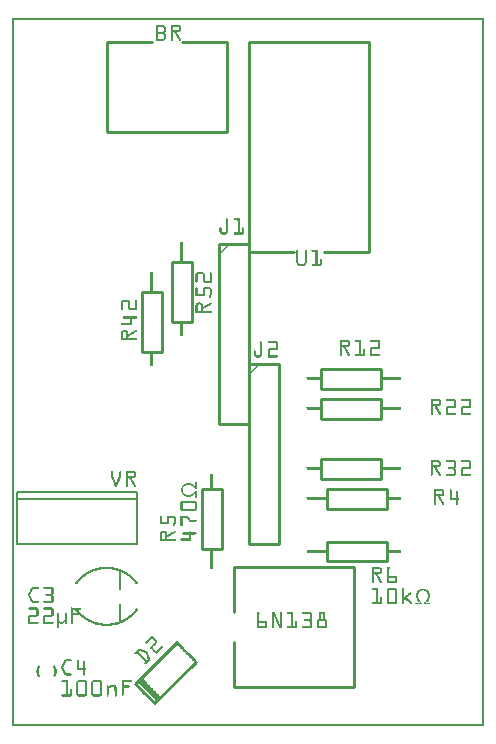
<source format=gto>
G04 MADE WITH FRITZING*
G04 WWW.FRITZING.ORG*
G04 DOUBLE SIDED*
G04 HOLES PLATED*
G04 CONTOUR ON CENTER OF CONTOUR VECTOR*
%ASAXBY*%
%FSLAX23Y23*%
%MOIN*%
%OFA0B0*%
%SFA1.0B1.0*%
%ADD10C,0.010000*%
%ADD11C,0.008000*%
%ADD12R,0.001000X0.001000*%
%LNSILK1*%
G90*
G70*
G54D10*
X316Y2283D02*
X316Y1983D01*
D02*
X316Y1983D02*
X716Y1983D01*
D02*
X716Y1983D02*
X716Y2283D01*
D02*
X316Y2283D02*
X466Y2283D01*
D02*
X566Y2283D02*
X716Y2283D01*
D02*
X691Y1608D02*
X691Y1008D01*
D02*
X691Y1008D02*
X791Y1008D01*
D02*
X791Y1008D02*
X791Y1608D01*
D02*
X791Y1608D02*
X691Y1608D01*
D02*
X791Y1208D02*
X791Y608D01*
D02*
X791Y608D02*
X891Y608D01*
D02*
X891Y608D02*
X891Y1208D01*
D02*
X891Y1208D02*
X791Y1208D01*
D02*
X599Y1548D02*
X599Y1348D01*
D02*
X599Y1348D02*
X533Y1348D01*
D02*
X533Y1348D02*
X533Y1548D01*
D02*
X533Y1548D02*
X599Y1548D01*
G54D11*
D02*
X416Y608D02*
X16Y608D01*
D02*
X16Y608D02*
X16Y758D01*
D02*
X16Y758D02*
X16Y783D01*
D02*
X16Y783D02*
X416Y783D01*
D02*
X416Y783D02*
X416Y758D01*
D02*
X416Y758D02*
X416Y608D01*
D02*
X416Y758D02*
X16Y758D01*
G54D10*
D02*
X741Y133D02*
X1141Y133D01*
D02*
X1141Y133D02*
X1141Y533D01*
D02*
X1141Y533D02*
X741Y533D01*
D02*
X741Y133D02*
X741Y283D01*
D02*
X741Y383D02*
X741Y533D01*
D02*
X411Y142D02*
X549Y280D01*
D02*
X613Y216D02*
X475Y78D01*
D02*
X1050Y791D02*
X1250Y791D01*
D02*
X1250Y791D02*
X1250Y725D01*
D02*
X1250Y725D02*
X1050Y725D01*
D02*
X1050Y725D02*
X1050Y791D01*
D02*
X633Y592D02*
X633Y792D01*
D02*
X633Y792D02*
X699Y792D01*
D02*
X699Y792D02*
X699Y592D01*
D02*
X699Y592D02*
X633Y592D01*
D02*
X1050Y616D02*
X1250Y616D01*
D02*
X1250Y616D02*
X1250Y550D01*
D02*
X1250Y550D02*
X1050Y550D01*
D02*
X1050Y550D02*
X1050Y616D01*
D02*
X1191Y1583D02*
X1191Y2283D01*
D02*
X1191Y2283D02*
X791Y2283D01*
D02*
X791Y2283D02*
X791Y1583D01*
D02*
X1191Y1583D02*
X1041Y1583D01*
D02*
X941Y1583D02*
X791Y1583D01*
D02*
X499Y1448D02*
X499Y1248D01*
D02*
X499Y1248D02*
X433Y1248D01*
D02*
X433Y1248D02*
X433Y1448D01*
D02*
X433Y1448D02*
X499Y1448D01*
D02*
X1231Y825D02*
X1031Y825D01*
D02*
X1031Y825D02*
X1031Y891D01*
D02*
X1031Y891D02*
X1231Y891D01*
D02*
X1231Y891D02*
X1231Y825D01*
D02*
X1231Y1025D02*
X1031Y1025D01*
D02*
X1031Y1025D02*
X1031Y1091D01*
D02*
X1031Y1091D02*
X1231Y1091D01*
D02*
X1231Y1091D02*
X1231Y1025D01*
D02*
X1231Y1125D02*
X1031Y1125D01*
D02*
X1031Y1125D02*
X1031Y1191D01*
D02*
X1031Y1191D02*
X1231Y1191D01*
D02*
X1231Y1191D02*
X1231Y1125D01*
G54D11*
X360Y518D02*
X360Y458D01*
D02*
X360Y408D02*
X360Y348D01*
D02*
G54D12*
X0Y2362D02*
X1573Y2362D01*
X0Y2361D02*
X1573Y2361D01*
X0Y2360D02*
X1573Y2360D01*
X0Y2359D02*
X1573Y2359D01*
X0Y2358D02*
X1573Y2358D01*
X0Y2357D02*
X1573Y2357D01*
X0Y2356D02*
X1573Y2356D01*
X0Y2355D02*
X1573Y2355D01*
X0Y2354D02*
X7Y2354D01*
X1566Y2354D02*
X1573Y2354D01*
X0Y2353D02*
X7Y2353D01*
X1566Y2353D02*
X1573Y2353D01*
X0Y2352D02*
X7Y2352D01*
X1566Y2352D02*
X1573Y2352D01*
X0Y2351D02*
X7Y2351D01*
X1566Y2351D02*
X1573Y2351D01*
X0Y2350D02*
X7Y2350D01*
X1566Y2350D02*
X1573Y2350D01*
X0Y2349D02*
X7Y2349D01*
X1566Y2349D02*
X1573Y2349D01*
X0Y2348D02*
X7Y2348D01*
X1566Y2348D02*
X1573Y2348D01*
X0Y2347D02*
X7Y2347D01*
X1566Y2347D02*
X1573Y2347D01*
X0Y2346D02*
X7Y2346D01*
X1566Y2346D02*
X1573Y2346D01*
X0Y2345D02*
X7Y2345D01*
X1566Y2345D02*
X1573Y2345D01*
X0Y2344D02*
X7Y2344D01*
X1566Y2344D02*
X1573Y2344D01*
X0Y2343D02*
X7Y2343D01*
X1566Y2343D02*
X1573Y2343D01*
X0Y2342D02*
X7Y2342D01*
X1566Y2342D02*
X1573Y2342D01*
X0Y2341D02*
X7Y2341D01*
X1566Y2341D02*
X1573Y2341D01*
X0Y2340D02*
X7Y2340D01*
X1566Y2340D02*
X1573Y2340D01*
X0Y2339D02*
X7Y2339D01*
X1566Y2339D02*
X1573Y2339D01*
X0Y2338D02*
X7Y2338D01*
X1566Y2338D02*
X1573Y2338D01*
X0Y2337D02*
X7Y2337D01*
X480Y2337D02*
X505Y2337D01*
X530Y2337D02*
X557Y2337D01*
X1566Y2337D02*
X1573Y2337D01*
X0Y2336D02*
X7Y2336D01*
X480Y2336D02*
X506Y2336D01*
X530Y2336D02*
X559Y2336D01*
X1566Y2336D02*
X1573Y2336D01*
X0Y2335D02*
X7Y2335D01*
X480Y2335D02*
X508Y2335D01*
X530Y2335D02*
X560Y2335D01*
X1566Y2335D02*
X1573Y2335D01*
X0Y2334D02*
X7Y2334D01*
X480Y2334D02*
X509Y2334D01*
X530Y2334D02*
X561Y2334D01*
X1566Y2334D02*
X1573Y2334D01*
X0Y2333D02*
X7Y2333D01*
X480Y2333D02*
X510Y2333D01*
X530Y2333D02*
X562Y2333D01*
X1566Y2333D02*
X1573Y2333D01*
X0Y2332D02*
X7Y2332D01*
X480Y2332D02*
X511Y2332D01*
X530Y2332D02*
X563Y2332D01*
X1566Y2332D02*
X1573Y2332D01*
X0Y2331D02*
X7Y2331D01*
X480Y2331D02*
X512Y2331D01*
X530Y2331D02*
X563Y2331D01*
X1566Y2331D02*
X1573Y2331D01*
X0Y2330D02*
X7Y2330D01*
X480Y2330D02*
X486Y2330D01*
X504Y2330D02*
X512Y2330D01*
X530Y2330D02*
X536Y2330D01*
X556Y2330D02*
X563Y2330D01*
X1566Y2330D02*
X1573Y2330D01*
X0Y2329D02*
X7Y2329D01*
X480Y2329D02*
X486Y2329D01*
X505Y2329D02*
X513Y2329D01*
X530Y2329D02*
X536Y2329D01*
X557Y2329D02*
X564Y2329D01*
X1566Y2329D02*
X1573Y2329D01*
X0Y2328D02*
X7Y2328D01*
X480Y2328D02*
X486Y2328D01*
X506Y2328D02*
X513Y2328D01*
X530Y2328D02*
X536Y2328D01*
X558Y2328D02*
X564Y2328D01*
X1566Y2328D02*
X1573Y2328D01*
X0Y2327D02*
X7Y2327D01*
X480Y2327D02*
X486Y2327D01*
X507Y2327D02*
X513Y2327D01*
X530Y2327D02*
X536Y2327D01*
X558Y2327D02*
X564Y2327D01*
X1566Y2327D02*
X1573Y2327D01*
X0Y2326D02*
X7Y2326D01*
X480Y2326D02*
X486Y2326D01*
X507Y2326D02*
X513Y2326D01*
X530Y2326D02*
X536Y2326D01*
X558Y2326D02*
X564Y2326D01*
X1566Y2326D02*
X1573Y2326D01*
X0Y2325D02*
X7Y2325D01*
X480Y2325D02*
X486Y2325D01*
X507Y2325D02*
X513Y2325D01*
X530Y2325D02*
X536Y2325D01*
X558Y2325D02*
X564Y2325D01*
X1566Y2325D02*
X1573Y2325D01*
X0Y2324D02*
X7Y2324D01*
X480Y2324D02*
X486Y2324D01*
X508Y2324D02*
X514Y2324D01*
X530Y2324D02*
X536Y2324D01*
X558Y2324D02*
X564Y2324D01*
X1566Y2324D02*
X1573Y2324D01*
X0Y2323D02*
X7Y2323D01*
X480Y2323D02*
X486Y2323D01*
X508Y2323D02*
X514Y2323D01*
X530Y2323D02*
X536Y2323D01*
X558Y2323D02*
X564Y2323D01*
X1566Y2323D02*
X1573Y2323D01*
X0Y2322D02*
X7Y2322D01*
X480Y2322D02*
X486Y2322D01*
X508Y2322D02*
X514Y2322D01*
X530Y2322D02*
X536Y2322D01*
X557Y2322D02*
X564Y2322D01*
X1566Y2322D02*
X1573Y2322D01*
X0Y2321D02*
X7Y2321D01*
X480Y2321D02*
X486Y2321D01*
X508Y2321D02*
X514Y2321D01*
X530Y2321D02*
X536Y2321D01*
X556Y2321D02*
X563Y2321D01*
X1566Y2321D02*
X1573Y2321D01*
X0Y2320D02*
X7Y2320D01*
X480Y2320D02*
X486Y2320D01*
X507Y2320D02*
X513Y2320D01*
X530Y2320D02*
X563Y2320D01*
X1566Y2320D02*
X1573Y2320D01*
X0Y2319D02*
X7Y2319D01*
X480Y2319D02*
X486Y2319D01*
X507Y2319D02*
X513Y2319D01*
X530Y2319D02*
X563Y2319D01*
X1566Y2319D02*
X1573Y2319D01*
X0Y2318D02*
X7Y2318D01*
X480Y2318D02*
X486Y2318D01*
X507Y2318D02*
X513Y2318D01*
X530Y2318D02*
X562Y2318D01*
X1566Y2318D02*
X1573Y2318D01*
X0Y2317D02*
X7Y2317D01*
X480Y2317D02*
X486Y2317D01*
X506Y2317D02*
X513Y2317D01*
X530Y2317D02*
X561Y2317D01*
X1566Y2317D02*
X1573Y2317D01*
X0Y2316D02*
X7Y2316D01*
X480Y2316D02*
X486Y2316D01*
X505Y2316D02*
X512Y2316D01*
X530Y2316D02*
X560Y2316D01*
X1566Y2316D02*
X1573Y2316D01*
X0Y2315D02*
X7Y2315D01*
X480Y2315D02*
X486Y2315D01*
X503Y2315D02*
X512Y2315D01*
X530Y2315D02*
X559Y2315D01*
X1566Y2315D02*
X1573Y2315D01*
X0Y2314D02*
X7Y2314D01*
X480Y2314D02*
X511Y2314D01*
X530Y2314D02*
X557Y2314D01*
X1566Y2314D02*
X1573Y2314D01*
X0Y2313D02*
X7Y2313D01*
X480Y2313D02*
X511Y2313D01*
X530Y2313D02*
X536Y2313D01*
X542Y2313D02*
X550Y2313D01*
X1566Y2313D02*
X1573Y2313D01*
X0Y2312D02*
X7Y2312D01*
X480Y2312D02*
X510Y2312D01*
X530Y2312D02*
X536Y2312D01*
X543Y2312D02*
X550Y2312D01*
X1566Y2312D02*
X1573Y2312D01*
X0Y2311D02*
X7Y2311D01*
X480Y2311D02*
X509Y2311D01*
X530Y2311D02*
X536Y2311D01*
X543Y2311D02*
X550Y2311D01*
X1566Y2311D02*
X1573Y2311D01*
X0Y2310D02*
X7Y2310D01*
X480Y2310D02*
X510Y2310D01*
X530Y2310D02*
X536Y2310D01*
X544Y2310D02*
X551Y2310D01*
X1566Y2310D02*
X1573Y2310D01*
X0Y2309D02*
X7Y2309D01*
X480Y2309D02*
X510Y2309D01*
X530Y2309D02*
X536Y2309D01*
X544Y2309D02*
X552Y2309D01*
X1566Y2309D02*
X1573Y2309D01*
X0Y2308D02*
X7Y2308D01*
X480Y2308D02*
X511Y2308D01*
X530Y2308D02*
X536Y2308D01*
X545Y2308D02*
X552Y2308D01*
X1566Y2308D02*
X1573Y2308D01*
X0Y2307D02*
X7Y2307D01*
X480Y2307D02*
X486Y2307D01*
X503Y2307D02*
X512Y2307D01*
X530Y2307D02*
X536Y2307D01*
X546Y2307D02*
X553Y2307D01*
X1566Y2307D02*
X1573Y2307D01*
X0Y2306D02*
X7Y2306D01*
X480Y2306D02*
X486Y2306D01*
X505Y2306D02*
X512Y2306D01*
X530Y2306D02*
X536Y2306D01*
X546Y2306D02*
X553Y2306D01*
X1566Y2306D02*
X1573Y2306D01*
X0Y2305D02*
X7Y2305D01*
X480Y2305D02*
X486Y2305D01*
X506Y2305D02*
X513Y2305D01*
X530Y2305D02*
X536Y2305D01*
X547Y2305D02*
X554Y2305D01*
X1566Y2305D02*
X1573Y2305D01*
X0Y2304D02*
X7Y2304D01*
X480Y2304D02*
X486Y2304D01*
X506Y2304D02*
X513Y2304D01*
X530Y2304D02*
X536Y2304D01*
X547Y2304D02*
X555Y2304D01*
X1566Y2304D02*
X1573Y2304D01*
X0Y2303D02*
X7Y2303D01*
X480Y2303D02*
X486Y2303D01*
X507Y2303D02*
X513Y2303D01*
X530Y2303D02*
X536Y2303D01*
X548Y2303D02*
X555Y2303D01*
X1566Y2303D02*
X1573Y2303D01*
X0Y2302D02*
X7Y2302D01*
X480Y2302D02*
X486Y2302D01*
X507Y2302D02*
X513Y2302D01*
X530Y2302D02*
X536Y2302D01*
X549Y2302D02*
X556Y2302D01*
X1566Y2302D02*
X1573Y2302D01*
X0Y2301D02*
X7Y2301D01*
X480Y2301D02*
X486Y2301D01*
X507Y2301D02*
X513Y2301D01*
X530Y2301D02*
X536Y2301D01*
X549Y2301D02*
X556Y2301D01*
X1566Y2301D02*
X1573Y2301D01*
X0Y2300D02*
X7Y2300D01*
X480Y2300D02*
X486Y2300D01*
X508Y2300D02*
X514Y2300D01*
X530Y2300D02*
X536Y2300D01*
X550Y2300D02*
X557Y2300D01*
X1566Y2300D02*
X1573Y2300D01*
X0Y2299D02*
X7Y2299D01*
X480Y2299D02*
X486Y2299D01*
X508Y2299D02*
X514Y2299D01*
X530Y2299D02*
X536Y2299D01*
X550Y2299D02*
X557Y2299D01*
X1566Y2299D02*
X1573Y2299D01*
X0Y2298D02*
X7Y2298D01*
X480Y2298D02*
X486Y2298D01*
X508Y2298D02*
X514Y2298D01*
X530Y2298D02*
X536Y2298D01*
X551Y2298D02*
X558Y2298D01*
X1566Y2298D02*
X1573Y2298D01*
X0Y2297D02*
X7Y2297D01*
X480Y2297D02*
X486Y2297D01*
X507Y2297D02*
X513Y2297D01*
X530Y2297D02*
X536Y2297D01*
X551Y2297D02*
X559Y2297D01*
X1566Y2297D02*
X1573Y2297D01*
X0Y2296D02*
X7Y2296D01*
X480Y2296D02*
X486Y2296D01*
X507Y2296D02*
X513Y2296D01*
X530Y2296D02*
X536Y2296D01*
X552Y2296D02*
X559Y2296D01*
X1566Y2296D02*
X1573Y2296D01*
X0Y2295D02*
X7Y2295D01*
X480Y2295D02*
X486Y2295D01*
X507Y2295D02*
X513Y2295D01*
X530Y2295D02*
X536Y2295D01*
X553Y2295D02*
X560Y2295D01*
X1566Y2295D02*
X1573Y2295D01*
X0Y2294D02*
X7Y2294D01*
X480Y2294D02*
X486Y2294D01*
X506Y2294D02*
X513Y2294D01*
X530Y2294D02*
X536Y2294D01*
X553Y2294D02*
X560Y2294D01*
X1566Y2294D02*
X1573Y2294D01*
X0Y2293D02*
X7Y2293D01*
X480Y2293D02*
X486Y2293D01*
X506Y2293D02*
X513Y2293D01*
X530Y2293D02*
X536Y2293D01*
X554Y2293D02*
X561Y2293D01*
X1566Y2293D02*
X1573Y2293D01*
X0Y2292D02*
X7Y2292D01*
X480Y2292D02*
X486Y2292D01*
X504Y2292D02*
X512Y2292D01*
X530Y2292D02*
X536Y2292D01*
X554Y2292D02*
X562Y2292D01*
X1566Y2292D02*
X1573Y2292D01*
X0Y2291D02*
X7Y2291D01*
X480Y2291D02*
X486Y2291D01*
X502Y2291D02*
X512Y2291D01*
X530Y2291D02*
X536Y2291D01*
X555Y2291D02*
X562Y2291D01*
X1566Y2291D02*
X1573Y2291D01*
X0Y2290D02*
X7Y2290D01*
X480Y2290D02*
X511Y2290D01*
X530Y2290D02*
X536Y2290D01*
X556Y2290D02*
X563Y2290D01*
X1566Y2290D02*
X1573Y2290D01*
X0Y2289D02*
X7Y2289D01*
X480Y2289D02*
X510Y2289D01*
X530Y2289D02*
X536Y2289D01*
X556Y2289D02*
X563Y2289D01*
X1566Y2289D02*
X1573Y2289D01*
X0Y2288D02*
X7Y2288D01*
X480Y2288D02*
X509Y2288D01*
X530Y2288D02*
X536Y2288D01*
X557Y2288D02*
X564Y2288D01*
X1566Y2288D02*
X1573Y2288D01*
X0Y2287D02*
X7Y2287D01*
X480Y2287D02*
X508Y2287D01*
X530Y2287D02*
X536Y2287D01*
X557Y2287D02*
X564Y2287D01*
X1566Y2287D02*
X1573Y2287D01*
X0Y2286D02*
X7Y2286D01*
X480Y2286D02*
X507Y2286D01*
X530Y2286D02*
X536Y2286D01*
X558Y2286D02*
X563Y2286D01*
X1566Y2286D02*
X1573Y2286D01*
X0Y2285D02*
X7Y2285D01*
X480Y2285D02*
X505Y2285D01*
X531Y2285D02*
X535Y2285D01*
X559Y2285D02*
X563Y2285D01*
X1566Y2285D02*
X1573Y2285D01*
X0Y2284D02*
X7Y2284D01*
X480Y2284D02*
X502Y2284D01*
X533Y2284D02*
X534Y2284D01*
X560Y2284D02*
X561Y2284D01*
X1566Y2284D02*
X1573Y2284D01*
X0Y2283D02*
X7Y2283D01*
X1566Y2283D02*
X1573Y2283D01*
X0Y2282D02*
X7Y2282D01*
X1566Y2282D02*
X1573Y2282D01*
X0Y2281D02*
X7Y2281D01*
X1566Y2281D02*
X1573Y2281D01*
X0Y2280D02*
X7Y2280D01*
X1566Y2280D02*
X1573Y2280D01*
X0Y2279D02*
X7Y2279D01*
X1566Y2279D02*
X1573Y2279D01*
X0Y2278D02*
X7Y2278D01*
X1566Y2278D02*
X1573Y2278D01*
X0Y2277D02*
X7Y2277D01*
X1566Y2277D02*
X1573Y2277D01*
X0Y2276D02*
X7Y2276D01*
X1566Y2276D02*
X1573Y2276D01*
X0Y2275D02*
X7Y2275D01*
X1566Y2275D02*
X1573Y2275D01*
X0Y2274D02*
X7Y2274D01*
X1566Y2274D02*
X1573Y2274D01*
X0Y2273D02*
X7Y2273D01*
X1566Y2273D02*
X1573Y2273D01*
X0Y2272D02*
X7Y2272D01*
X1566Y2272D02*
X1573Y2272D01*
X0Y2271D02*
X7Y2271D01*
X1566Y2271D02*
X1573Y2271D01*
X0Y2270D02*
X7Y2270D01*
X1566Y2270D02*
X1573Y2270D01*
X0Y2269D02*
X7Y2269D01*
X1566Y2269D02*
X1573Y2269D01*
X0Y2268D02*
X7Y2268D01*
X1566Y2268D02*
X1573Y2268D01*
X0Y2267D02*
X7Y2267D01*
X1566Y2267D02*
X1573Y2267D01*
X0Y2266D02*
X7Y2266D01*
X1566Y2266D02*
X1573Y2266D01*
X0Y2265D02*
X7Y2265D01*
X1566Y2265D02*
X1573Y2265D01*
X0Y2264D02*
X7Y2264D01*
X1566Y2264D02*
X1573Y2264D01*
X0Y2263D02*
X7Y2263D01*
X1566Y2263D02*
X1573Y2263D01*
X0Y2262D02*
X7Y2262D01*
X1566Y2262D02*
X1573Y2262D01*
X0Y2261D02*
X7Y2261D01*
X1566Y2261D02*
X1573Y2261D01*
X0Y2260D02*
X7Y2260D01*
X1566Y2260D02*
X1573Y2260D01*
X0Y2259D02*
X7Y2259D01*
X1566Y2259D02*
X1573Y2259D01*
X0Y2258D02*
X7Y2258D01*
X1566Y2258D02*
X1573Y2258D01*
X0Y2257D02*
X7Y2257D01*
X1566Y2257D02*
X1573Y2257D01*
X0Y2256D02*
X7Y2256D01*
X1566Y2256D02*
X1573Y2256D01*
X0Y2255D02*
X7Y2255D01*
X1566Y2255D02*
X1573Y2255D01*
X0Y2254D02*
X7Y2254D01*
X1566Y2254D02*
X1573Y2254D01*
X0Y2253D02*
X7Y2253D01*
X1566Y2253D02*
X1573Y2253D01*
X0Y2252D02*
X7Y2252D01*
X1566Y2252D02*
X1573Y2252D01*
X0Y2251D02*
X7Y2251D01*
X1566Y2251D02*
X1573Y2251D01*
X0Y2250D02*
X7Y2250D01*
X1566Y2250D02*
X1573Y2250D01*
X0Y2249D02*
X7Y2249D01*
X1566Y2249D02*
X1573Y2249D01*
X0Y2248D02*
X7Y2248D01*
X1566Y2248D02*
X1573Y2248D01*
X0Y2247D02*
X7Y2247D01*
X1566Y2247D02*
X1573Y2247D01*
X0Y2246D02*
X7Y2246D01*
X1566Y2246D02*
X1573Y2246D01*
X0Y2245D02*
X7Y2245D01*
X1566Y2245D02*
X1573Y2245D01*
X0Y2244D02*
X7Y2244D01*
X1566Y2244D02*
X1573Y2244D01*
X0Y2243D02*
X7Y2243D01*
X1566Y2243D02*
X1573Y2243D01*
X0Y2242D02*
X7Y2242D01*
X1566Y2242D02*
X1573Y2242D01*
X0Y2241D02*
X7Y2241D01*
X1566Y2241D02*
X1573Y2241D01*
X0Y2240D02*
X7Y2240D01*
X1566Y2240D02*
X1573Y2240D01*
X0Y2239D02*
X7Y2239D01*
X1566Y2239D02*
X1573Y2239D01*
X0Y2238D02*
X7Y2238D01*
X1566Y2238D02*
X1573Y2238D01*
X0Y2237D02*
X7Y2237D01*
X1566Y2237D02*
X1573Y2237D01*
X0Y2236D02*
X7Y2236D01*
X1566Y2236D02*
X1573Y2236D01*
X0Y2235D02*
X7Y2235D01*
X1566Y2235D02*
X1573Y2235D01*
X0Y2234D02*
X7Y2234D01*
X1566Y2234D02*
X1573Y2234D01*
X0Y2233D02*
X7Y2233D01*
X1566Y2233D02*
X1573Y2233D01*
X0Y2232D02*
X7Y2232D01*
X1566Y2232D02*
X1573Y2232D01*
X0Y2231D02*
X7Y2231D01*
X1566Y2231D02*
X1573Y2231D01*
X0Y2230D02*
X7Y2230D01*
X1566Y2230D02*
X1573Y2230D01*
X0Y2229D02*
X7Y2229D01*
X1566Y2229D02*
X1573Y2229D01*
X0Y2228D02*
X7Y2228D01*
X1566Y2228D02*
X1573Y2228D01*
X0Y2227D02*
X7Y2227D01*
X1566Y2227D02*
X1573Y2227D01*
X0Y2226D02*
X7Y2226D01*
X1566Y2226D02*
X1573Y2226D01*
X0Y2225D02*
X7Y2225D01*
X1566Y2225D02*
X1573Y2225D01*
X0Y2224D02*
X7Y2224D01*
X1566Y2224D02*
X1573Y2224D01*
X0Y2223D02*
X7Y2223D01*
X1566Y2223D02*
X1573Y2223D01*
X0Y2222D02*
X7Y2222D01*
X1566Y2222D02*
X1573Y2222D01*
X0Y2221D02*
X7Y2221D01*
X1566Y2221D02*
X1573Y2221D01*
X0Y2220D02*
X7Y2220D01*
X1566Y2220D02*
X1573Y2220D01*
X0Y2219D02*
X7Y2219D01*
X1566Y2219D02*
X1573Y2219D01*
X0Y2218D02*
X7Y2218D01*
X1566Y2218D02*
X1573Y2218D01*
X0Y2217D02*
X7Y2217D01*
X1566Y2217D02*
X1573Y2217D01*
X0Y2216D02*
X7Y2216D01*
X1566Y2216D02*
X1573Y2216D01*
X0Y2215D02*
X7Y2215D01*
X1566Y2215D02*
X1573Y2215D01*
X0Y2214D02*
X7Y2214D01*
X1566Y2214D02*
X1573Y2214D01*
X0Y2213D02*
X7Y2213D01*
X1566Y2213D02*
X1573Y2213D01*
X0Y2212D02*
X7Y2212D01*
X1566Y2212D02*
X1573Y2212D01*
X0Y2211D02*
X7Y2211D01*
X1566Y2211D02*
X1573Y2211D01*
X0Y2210D02*
X7Y2210D01*
X1566Y2210D02*
X1573Y2210D01*
X0Y2209D02*
X7Y2209D01*
X1566Y2209D02*
X1573Y2209D01*
X0Y2208D02*
X7Y2208D01*
X1566Y2208D02*
X1573Y2208D01*
X0Y2207D02*
X7Y2207D01*
X1566Y2207D02*
X1573Y2207D01*
X0Y2206D02*
X7Y2206D01*
X1566Y2206D02*
X1573Y2206D01*
X0Y2205D02*
X7Y2205D01*
X1566Y2205D02*
X1573Y2205D01*
X0Y2204D02*
X7Y2204D01*
X1566Y2204D02*
X1573Y2204D01*
X0Y2203D02*
X7Y2203D01*
X1566Y2203D02*
X1573Y2203D01*
X0Y2202D02*
X7Y2202D01*
X1566Y2202D02*
X1573Y2202D01*
X0Y2201D02*
X7Y2201D01*
X1566Y2201D02*
X1573Y2201D01*
X0Y2200D02*
X7Y2200D01*
X1566Y2200D02*
X1573Y2200D01*
X0Y2199D02*
X7Y2199D01*
X1566Y2199D02*
X1573Y2199D01*
X0Y2198D02*
X7Y2198D01*
X1566Y2198D02*
X1573Y2198D01*
X0Y2197D02*
X7Y2197D01*
X1566Y2197D02*
X1573Y2197D01*
X0Y2196D02*
X7Y2196D01*
X1566Y2196D02*
X1573Y2196D01*
X0Y2195D02*
X7Y2195D01*
X1566Y2195D02*
X1573Y2195D01*
X0Y2194D02*
X7Y2194D01*
X1566Y2194D02*
X1573Y2194D01*
X0Y2193D02*
X7Y2193D01*
X1566Y2193D02*
X1573Y2193D01*
X0Y2192D02*
X7Y2192D01*
X1566Y2192D02*
X1573Y2192D01*
X0Y2191D02*
X7Y2191D01*
X1566Y2191D02*
X1573Y2191D01*
X0Y2190D02*
X7Y2190D01*
X1566Y2190D02*
X1573Y2190D01*
X0Y2189D02*
X7Y2189D01*
X1566Y2189D02*
X1573Y2189D01*
X0Y2188D02*
X7Y2188D01*
X1566Y2188D02*
X1573Y2188D01*
X0Y2187D02*
X7Y2187D01*
X1566Y2187D02*
X1573Y2187D01*
X0Y2186D02*
X7Y2186D01*
X1566Y2186D02*
X1573Y2186D01*
X0Y2185D02*
X7Y2185D01*
X1566Y2185D02*
X1573Y2185D01*
X0Y2184D02*
X7Y2184D01*
X1566Y2184D02*
X1573Y2184D01*
X0Y2183D02*
X7Y2183D01*
X1566Y2183D02*
X1573Y2183D01*
X0Y2182D02*
X7Y2182D01*
X1566Y2182D02*
X1573Y2182D01*
X0Y2181D02*
X7Y2181D01*
X1566Y2181D02*
X1573Y2181D01*
X0Y2180D02*
X7Y2180D01*
X1566Y2180D02*
X1573Y2180D01*
X0Y2179D02*
X7Y2179D01*
X1566Y2179D02*
X1573Y2179D01*
X0Y2178D02*
X7Y2178D01*
X1566Y2178D02*
X1573Y2178D01*
X0Y2177D02*
X7Y2177D01*
X1566Y2177D02*
X1573Y2177D01*
X0Y2176D02*
X7Y2176D01*
X1566Y2176D02*
X1573Y2176D01*
X0Y2175D02*
X7Y2175D01*
X1566Y2175D02*
X1573Y2175D01*
X0Y2174D02*
X7Y2174D01*
X1566Y2174D02*
X1573Y2174D01*
X0Y2173D02*
X7Y2173D01*
X1566Y2173D02*
X1573Y2173D01*
X0Y2172D02*
X7Y2172D01*
X1566Y2172D02*
X1573Y2172D01*
X0Y2171D02*
X7Y2171D01*
X1566Y2171D02*
X1573Y2171D01*
X0Y2170D02*
X7Y2170D01*
X1566Y2170D02*
X1573Y2170D01*
X0Y2169D02*
X7Y2169D01*
X1566Y2169D02*
X1573Y2169D01*
X0Y2168D02*
X7Y2168D01*
X1566Y2168D02*
X1573Y2168D01*
X0Y2167D02*
X7Y2167D01*
X1566Y2167D02*
X1573Y2167D01*
X0Y2166D02*
X7Y2166D01*
X1566Y2166D02*
X1573Y2166D01*
X0Y2165D02*
X7Y2165D01*
X1566Y2165D02*
X1573Y2165D01*
X0Y2164D02*
X7Y2164D01*
X1566Y2164D02*
X1573Y2164D01*
X0Y2163D02*
X7Y2163D01*
X1566Y2163D02*
X1573Y2163D01*
X0Y2162D02*
X7Y2162D01*
X1566Y2162D02*
X1573Y2162D01*
X0Y2161D02*
X7Y2161D01*
X1566Y2161D02*
X1573Y2161D01*
X0Y2160D02*
X7Y2160D01*
X1566Y2160D02*
X1573Y2160D01*
X0Y2159D02*
X7Y2159D01*
X1566Y2159D02*
X1573Y2159D01*
X0Y2158D02*
X7Y2158D01*
X1566Y2158D02*
X1573Y2158D01*
X0Y2157D02*
X7Y2157D01*
X1566Y2157D02*
X1573Y2157D01*
X0Y2156D02*
X7Y2156D01*
X1566Y2156D02*
X1573Y2156D01*
X0Y2155D02*
X7Y2155D01*
X1566Y2155D02*
X1573Y2155D01*
X0Y2154D02*
X7Y2154D01*
X1566Y2154D02*
X1573Y2154D01*
X0Y2153D02*
X7Y2153D01*
X1566Y2153D02*
X1573Y2153D01*
X0Y2152D02*
X7Y2152D01*
X1566Y2152D02*
X1573Y2152D01*
X0Y2151D02*
X7Y2151D01*
X1566Y2151D02*
X1573Y2151D01*
X0Y2150D02*
X7Y2150D01*
X1566Y2150D02*
X1573Y2150D01*
X0Y2149D02*
X7Y2149D01*
X1566Y2149D02*
X1573Y2149D01*
X0Y2148D02*
X7Y2148D01*
X1566Y2148D02*
X1573Y2148D01*
X0Y2147D02*
X7Y2147D01*
X1566Y2147D02*
X1573Y2147D01*
X0Y2146D02*
X7Y2146D01*
X1566Y2146D02*
X1573Y2146D01*
X0Y2145D02*
X7Y2145D01*
X1566Y2145D02*
X1573Y2145D01*
X0Y2144D02*
X7Y2144D01*
X1566Y2144D02*
X1573Y2144D01*
X0Y2143D02*
X7Y2143D01*
X1566Y2143D02*
X1573Y2143D01*
X0Y2142D02*
X7Y2142D01*
X1566Y2142D02*
X1573Y2142D01*
X0Y2141D02*
X7Y2141D01*
X1566Y2141D02*
X1573Y2141D01*
X0Y2140D02*
X7Y2140D01*
X1566Y2140D02*
X1573Y2140D01*
X0Y2139D02*
X7Y2139D01*
X1566Y2139D02*
X1573Y2139D01*
X0Y2138D02*
X7Y2138D01*
X1566Y2138D02*
X1573Y2138D01*
X0Y2137D02*
X7Y2137D01*
X1566Y2137D02*
X1573Y2137D01*
X0Y2136D02*
X7Y2136D01*
X1566Y2136D02*
X1573Y2136D01*
X0Y2135D02*
X7Y2135D01*
X1566Y2135D02*
X1573Y2135D01*
X0Y2134D02*
X7Y2134D01*
X1566Y2134D02*
X1573Y2134D01*
X0Y2133D02*
X7Y2133D01*
X1566Y2133D02*
X1573Y2133D01*
X0Y2132D02*
X7Y2132D01*
X1566Y2132D02*
X1573Y2132D01*
X0Y2131D02*
X7Y2131D01*
X1566Y2131D02*
X1573Y2131D01*
X0Y2130D02*
X7Y2130D01*
X1566Y2130D02*
X1573Y2130D01*
X0Y2129D02*
X7Y2129D01*
X1566Y2129D02*
X1573Y2129D01*
X0Y2128D02*
X7Y2128D01*
X1566Y2128D02*
X1573Y2128D01*
X0Y2127D02*
X7Y2127D01*
X1566Y2127D02*
X1573Y2127D01*
X0Y2126D02*
X7Y2126D01*
X1566Y2126D02*
X1573Y2126D01*
X0Y2125D02*
X7Y2125D01*
X1566Y2125D02*
X1573Y2125D01*
X0Y2124D02*
X7Y2124D01*
X1566Y2124D02*
X1573Y2124D01*
X0Y2123D02*
X7Y2123D01*
X1566Y2123D02*
X1573Y2123D01*
X0Y2122D02*
X7Y2122D01*
X1566Y2122D02*
X1573Y2122D01*
X0Y2121D02*
X7Y2121D01*
X1566Y2121D02*
X1573Y2121D01*
X0Y2120D02*
X7Y2120D01*
X1566Y2120D02*
X1573Y2120D01*
X0Y2119D02*
X7Y2119D01*
X1566Y2119D02*
X1573Y2119D01*
X0Y2118D02*
X7Y2118D01*
X1566Y2118D02*
X1573Y2118D01*
X0Y2117D02*
X7Y2117D01*
X1566Y2117D02*
X1573Y2117D01*
X0Y2116D02*
X7Y2116D01*
X1566Y2116D02*
X1573Y2116D01*
X0Y2115D02*
X7Y2115D01*
X1566Y2115D02*
X1573Y2115D01*
X0Y2114D02*
X7Y2114D01*
X1566Y2114D02*
X1573Y2114D01*
X0Y2113D02*
X7Y2113D01*
X1566Y2113D02*
X1573Y2113D01*
X0Y2112D02*
X7Y2112D01*
X1566Y2112D02*
X1573Y2112D01*
X0Y2111D02*
X7Y2111D01*
X1566Y2111D02*
X1573Y2111D01*
X0Y2110D02*
X7Y2110D01*
X1566Y2110D02*
X1573Y2110D01*
X0Y2109D02*
X7Y2109D01*
X1566Y2109D02*
X1573Y2109D01*
X0Y2108D02*
X7Y2108D01*
X1566Y2108D02*
X1573Y2108D01*
X0Y2107D02*
X7Y2107D01*
X1566Y2107D02*
X1573Y2107D01*
X0Y2106D02*
X7Y2106D01*
X1566Y2106D02*
X1573Y2106D01*
X0Y2105D02*
X7Y2105D01*
X1566Y2105D02*
X1573Y2105D01*
X0Y2104D02*
X7Y2104D01*
X1566Y2104D02*
X1573Y2104D01*
X0Y2103D02*
X7Y2103D01*
X1566Y2103D02*
X1573Y2103D01*
X0Y2102D02*
X7Y2102D01*
X1566Y2102D02*
X1573Y2102D01*
X0Y2101D02*
X7Y2101D01*
X1566Y2101D02*
X1573Y2101D01*
X0Y2100D02*
X7Y2100D01*
X1566Y2100D02*
X1573Y2100D01*
X0Y2099D02*
X7Y2099D01*
X1566Y2099D02*
X1573Y2099D01*
X0Y2098D02*
X7Y2098D01*
X1566Y2098D02*
X1573Y2098D01*
X0Y2097D02*
X7Y2097D01*
X1566Y2097D02*
X1573Y2097D01*
X0Y2096D02*
X7Y2096D01*
X1566Y2096D02*
X1573Y2096D01*
X0Y2095D02*
X7Y2095D01*
X1566Y2095D02*
X1573Y2095D01*
X0Y2094D02*
X7Y2094D01*
X1566Y2094D02*
X1573Y2094D01*
X0Y2093D02*
X7Y2093D01*
X1566Y2093D02*
X1573Y2093D01*
X0Y2092D02*
X7Y2092D01*
X1566Y2092D02*
X1573Y2092D01*
X0Y2091D02*
X7Y2091D01*
X1566Y2091D02*
X1573Y2091D01*
X0Y2090D02*
X7Y2090D01*
X1566Y2090D02*
X1573Y2090D01*
X0Y2089D02*
X7Y2089D01*
X1566Y2089D02*
X1573Y2089D01*
X0Y2088D02*
X7Y2088D01*
X1566Y2088D02*
X1573Y2088D01*
X0Y2087D02*
X7Y2087D01*
X1566Y2087D02*
X1573Y2087D01*
X0Y2086D02*
X7Y2086D01*
X1566Y2086D02*
X1573Y2086D01*
X0Y2085D02*
X7Y2085D01*
X1566Y2085D02*
X1573Y2085D01*
X0Y2084D02*
X7Y2084D01*
X1566Y2084D02*
X1573Y2084D01*
X0Y2083D02*
X7Y2083D01*
X1566Y2083D02*
X1573Y2083D01*
X0Y2082D02*
X7Y2082D01*
X1566Y2082D02*
X1573Y2082D01*
X0Y2081D02*
X7Y2081D01*
X1566Y2081D02*
X1573Y2081D01*
X0Y2080D02*
X7Y2080D01*
X1566Y2080D02*
X1573Y2080D01*
X0Y2079D02*
X7Y2079D01*
X1566Y2079D02*
X1573Y2079D01*
X0Y2078D02*
X7Y2078D01*
X1566Y2078D02*
X1573Y2078D01*
X0Y2077D02*
X7Y2077D01*
X1566Y2077D02*
X1573Y2077D01*
X0Y2076D02*
X7Y2076D01*
X1566Y2076D02*
X1573Y2076D01*
X0Y2075D02*
X7Y2075D01*
X1566Y2075D02*
X1573Y2075D01*
X0Y2074D02*
X7Y2074D01*
X1566Y2074D02*
X1573Y2074D01*
X0Y2073D02*
X7Y2073D01*
X1566Y2073D02*
X1573Y2073D01*
X0Y2072D02*
X7Y2072D01*
X1566Y2072D02*
X1573Y2072D01*
X0Y2071D02*
X7Y2071D01*
X1566Y2071D02*
X1573Y2071D01*
X0Y2070D02*
X7Y2070D01*
X1566Y2070D02*
X1573Y2070D01*
X0Y2069D02*
X7Y2069D01*
X1566Y2069D02*
X1573Y2069D01*
X0Y2068D02*
X7Y2068D01*
X1566Y2068D02*
X1573Y2068D01*
X0Y2067D02*
X7Y2067D01*
X1566Y2067D02*
X1573Y2067D01*
X0Y2066D02*
X7Y2066D01*
X1566Y2066D02*
X1573Y2066D01*
X0Y2065D02*
X7Y2065D01*
X1566Y2065D02*
X1573Y2065D01*
X0Y2064D02*
X7Y2064D01*
X1566Y2064D02*
X1573Y2064D01*
X0Y2063D02*
X7Y2063D01*
X1566Y2063D02*
X1573Y2063D01*
X0Y2062D02*
X7Y2062D01*
X1566Y2062D02*
X1573Y2062D01*
X0Y2061D02*
X7Y2061D01*
X1566Y2061D02*
X1573Y2061D01*
X0Y2060D02*
X7Y2060D01*
X1566Y2060D02*
X1573Y2060D01*
X0Y2059D02*
X7Y2059D01*
X1566Y2059D02*
X1573Y2059D01*
X0Y2058D02*
X7Y2058D01*
X1566Y2058D02*
X1573Y2058D01*
X0Y2057D02*
X7Y2057D01*
X1566Y2057D02*
X1573Y2057D01*
X0Y2056D02*
X7Y2056D01*
X1566Y2056D02*
X1573Y2056D01*
X0Y2055D02*
X7Y2055D01*
X1566Y2055D02*
X1573Y2055D01*
X0Y2054D02*
X7Y2054D01*
X1566Y2054D02*
X1573Y2054D01*
X0Y2053D02*
X7Y2053D01*
X1566Y2053D02*
X1573Y2053D01*
X0Y2052D02*
X7Y2052D01*
X1566Y2052D02*
X1573Y2052D01*
X0Y2051D02*
X7Y2051D01*
X1566Y2051D02*
X1573Y2051D01*
X0Y2050D02*
X7Y2050D01*
X1566Y2050D02*
X1573Y2050D01*
X0Y2049D02*
X7Y2049D01*
X1566Y2049D02*
X1573Y2049D01*
X0Y2048D02*
X7Y2048D01*
X1566Y2048D02*
X1573Y2048D01*
X0Y2047D02*
X7Y2047D01*
X1566Y2047D02*
X1573Y2047D01*
X0Y2046D02*
X7Y2046D01*
X1566Y2046D02*
X1573Y2046D01*
X0Y2045D02*
X7Y2045D01*
X1566Y2045D02*
X1573Y2045D01*
X0Y2044D02*
X7Y2044D01*
X1566Y2044D02*
X1573Y2044D01*
X0Y2043D02*
X7Y2043D01*
X1566Y2043D02*
X1573Y2043D01*
X0Y2042D02*
X7Y2042D01*
X1566Y2042D02*
X1573Y2042D01*
X0Y2041D02*
X7Y2041D01*
X1566Y2041D02*
X1573Y2041D01*
X0Y2040D02*
X7Y2040D01*
X1566Y2040D02*
X1573Y2040D01*
X0Y2039D02*
X7Y2039D01*
X1566Y2039D02*
X1573Y2039D01*
X0Y2038D02*
X7Y2038D01*
X1566Y2038D02*
X1573Y2038D01*
X0Y2037D02*
X7Y2037D01*
X1566Y2037D02*
X1573Y2037D01*
X0Y2036D02*
X7Y2036D01*
X1566Y2036D02*
X1573Y2036D01*
X0Y2035D02*
X7Y2035D01*
X1566Y2035D02*
X1573Y2035D01*
X0Y2034D02*
X7Y2034D01*
X1566Y2034D02*
X1573Y2034D01*
X0Y2033D02*
X7Y2033D01*
X1566Y2033D02*
X1573Y2033D01*
X0Y2032D02*
X7Y2032D01*
X1566Y2032D02*
X1573Y2032D01*
X0Y2031D02*
X7Y2031D01*
X1566Y2031D02*
X1573Y2031D01*
X0Y2030D02*
X7Y2030D01*
X1566Y2030D02*
X1573Y2030D01*
X0Y2029D02*
X7Y2029D01*
X1566Y2029D02*
X1573Y2029D01*
X0Y2028D02*
X7Y2028D01*
X1566Y2028D02*
X1573Y2028D01*
X0Y2027D02*
X7Y2027D01*
X1566Y2027D02*
X1573Y2027D01*
X0Y2026D02*
X7Y2026D01*
X1566Y2026D02*
X1573Y2026D01*
X0Y2025D02*
X7Y2025D01*
X1566Y2025D02*
X1573Y2025D01*
X0Y2024D02*
X7Y2024D01*
X1566Y2024D02*
X1573Y2024D01*
X0Y2023D02*
X7Y2023D01*
X1566Y2023D02*
X1573Y2023D01*
X0Y2022D02*
X7Y2022D01*
X1566Y2022D02*
X1573Y2022D01*
X0Y2021D02*
X7Y2021D01*
X1566Y2021D02*
X1573Y2021D01*
X0Y2020D02*
X7Y2020D01*
X1566Y2020D02*
X1573Y2020D01*
X0Y2019D02*
X7Y2019D01*
X1566Y2019D02*
X1573Y2019D01*
X0Y2018D02*
X7Y2018D01*
X1566Y2018D02*
X1573Y2018D01*
X0Y2017D02*
X7Y2017D01*
X1566Y2017D02*
X1573Y2017D01*
X0Y2016D02*
X7Y2016D01*
X1566Y2016D02*
X1573Y2016D01*
X0Y2015D02*
X7Y2015D01*
X1566Y2015D02*
X1573Y2015D01*
X0Y2014D02*
X7Y2014D01*
X1566Y2014D02*
X1573Y2014D01*
X0Y2013D02*
X7Y2013D01*
X1566Y2013D02*
X1573Y2013D01*
X0Y2012D02*
X7Y2012D01*
X1566Y2012D02*
X1573Y2012D01*
X0Y2011D02*
X7Y2011D01*
X1566Y2011D02*
X1573Y2011D01*
X0Y2010D02*
X7Y2010D01*
X1566Y2010D02*
X1573Y2010D01*
X0Y2009D02*
X7Y2009D01*
X1566Y2009D02*
X1573Y2009D01*
X0Y2008D02*
X7Y2008D01*
X1566Y2008D02*
X1573Y2008D01*
X0Y2007D02*
X7Y2007D01*
X1566Y2007D02*
X1573Y2007D01*
X0Y2006D02*
X7Y2006D01*
X1566Y2006D02*
X1573Y2006D01*
X0Y2005D02*
X7Y2005D01*
X1566Y2005D02*
X1573Y2005D01*
X0Y2004D02*
X7Y2004D01*
X1566Y2004D02*
X1573Y2004D01*
X0Y2003D02*
X7Y2003D01*
X1566Y2003D02*
X1573Y2003D01*
X0Y2002D02*
X7Y2002D01*
X1566Y2002D02*
X1573Y2002D01*
X0Y2001D02*
X7Y2001D01*
X1566Y2001D02*
X1573Y2001D01*
X0Y2000D02*
X7Y2000D01*
X1566Y2000D02*
X1573Y2000D01*
X0Y1999D02*
X7Y1999D01*
X1566Y1999D02*
X1573Y1999D01*
X0Y1998D02*
X7Y1998D01*
X1566Y1998D02*
X1573Y1998D01*
X0Y1997D02*
X7Y1997D01*
X1566Y1997D02*
X1573Y1997D01*
X0Y1996D02*
X7Y1996D01*
X1566Y1996D02*
X1573Y1996D01*
X0Y1995D02*
X7Y1995D01*
X1566Y1995D02*
X1573Y1995D01*
X0Y1994D02*
X7Y1994D01*
X1566Y1994D02*
X1573Y1994D01*
X0Y1993D02*
X7Y1993D01*
X1566Y1993D02*
X1573Y1993D01*
X0Y1992D02*
X7Y1992D01*
X1566Y1992D02*
X1573Y1992D01*
X0Y1991D02*
X7Y1991D01*
X1566Y1991D02*
X1573Y1991D01*
X0Y1990D02*
X7Y1990D01*
X1566Y1990D02*
X1573Y1990D01*
X0Y1989D02*
X7Y1989D01*
X1566Y1989D02*
X1573Y1989D01*
X0Y1988D02*
X7Y1988D01*
X1566Y1988D02*
X1573Y1988D01*
X0Y1987D02*
X7Y1987D01*
X1566Y1987D02*
X1573Y1987D01*
X0Y1986D02*
X7Y1986D01*
X1566Y1986D02*
X1573Y1986D01*
X0Y1985D02*
X7Y1985D01*
X1566Y1985D02*
X1573Y1985D01*
X0Y1984D02*
X7Y1984D01*
X1566Y1984D02*
X1573Y1984D01*
X0Y1983D02*
X7Y1983D01*
X1566Y1983D02*
X1573Y1983D01*
X0Y1982D02*
X7Y1982D01*
X1566Y1982D02*
X1573Y1982D01*
X0Y1981D02*
X7Y1981D01*
X1566Y1981D02*
X1573Y1981D01*
X0Y1980D02*
X7Y1980D01*
X1566Y1980D02*
X1573Y1980D01*
X0Y1979D02*
X7Y1979D01*
X1566Y1979D02*
X1573Y1979D01*
X0Y1978D02*
X7Y1978D01*
X1566Y1978D02*
X1573Y1978D01*
X0Y1977D02*
X7Y1977D01*
X1566Y1977D02*
X1573Y1977D01*
X0Y1976D02*
X7Y1976D01*
X1566Y1976D02*
X1573Y1976D01*
X0Y1975D02*
X7Y1975D01*
X1566Y1975D02*
X1573Y1975D01*
X0Y1974D02*
X7Y1974D01*
X1566Y1974D02*
X1573Y1974D01*
X0Y1973D02*
X7Y1973D01*
X1566Y1973D02*
X1573Y1973D01*
X0Y1972D02*
X7Y1972D01*
X1566Y1972D02*
X1573Y1972D01*
X0Y1971D02*
X7Y1971D01*
X1566Y1971D02*
X1573Y1971D01*
X0Y1970D02*
X7Y1970D01*
X1566Y1970D02*
X1573Y1970D01*
X0Y1969D02*
X7Y1969D01*
X1566Y1969D02*
X1573Y1969D01*
X0Y1968D02*
X7Y1968D01*
X1566Y1968D02*
X1573Y1968D01*
X0Y1967D02*
X7Y1967D01*
X1566Y1967D02*
X1573Y1967D01*
X0Y1966D02*
X7Y1966D01*
X1566Y1966D02*
X1573Y1966D01*
X0Y1965D02*
X7Y1965D01*
X1566Y1965D02*
X1573Y1965D01*
X0Y1964D02*
X7Y1964D01*
X1566Y1964D02*
X1573Y1964D01*
X0Y1963D02*
X7Y1963D01*
X1566Y1963D02*
X1573Y1963D01*
X0Y1962D02*
X7Y1962D01*
X1566Y1962D02*
X1573Y1962D01*
X0Y1961D02*
X7Y1961D01*
X1566Y1961D02*
X1573Y1961D01*
X0Y1960D02*
X7Y1960D01*
X1566Y1960D02*
X1573Y1960D01*
X0Y1959D02*
X7Y1959D01*
X1566Y1959D02*
X1573Y1959D01*
X0Y1958D02*
X7Y1958D01*
X1566Y1958D02*
X1573Y1958D01*
X0Y1957D02*
X7Y1957D01*
X1566Y1957D02*
X1573Y1957D01*
X0Y1956D02*
X7Y1956D01*
X1566Y1956D02*
X1573Y1956D01*
X0Y1955D02*
X7Y1955D01*
X1566Y1955D02*
X1573Y1955D01*
X0Y1954D02*
X7Y1954D01*
X1566Y1954D02*
X1573Y1954D01*
X0Y1953D02*
X7Y1953D01*
X1566Y1953D02*
X1573Y1953D01*
X0Y1952D02*
X7Y1952D01*
X1566Y1952D02*
X1573Y1952D01*
X0Y1951D02*
X7Y1951D01*
X1566Y1951D02*
X1573Y1951D01*
X0Y1950D02*
X7Y1950D01*
X1566Y1950D02*
X1573Y1950D01*
X0Y1949D02*
X7Y1949D01*
X1566Y1949D02*
X1573Y1949D01*
X0Y1948D02*
X7Y1948D01*
X1566Y1948D02*
X1573Y1948D01*
X0Y1947D02*
X7Y1947D01*
X1566Y1947D02*
X1573Y1947D01*
X0Y1946D02*
X7Y1946D01*
X1566Y1946D02*
X1573Y1946D01*
X0Y1945D02*
X7Y1945D01*
X1566Y1945D02*
X1573Y1945D01*
X0Y1944D02*
X7Y1944D01*
X1566Y1944D02*
X1573Y1944D01*
X0Y1943D02*
X7Y1943D01*
X1566Y1943D02*
X1573Y1943D01*
X0Y1942D02*
X7Y1942D01*
X1566Y1942D02*
X1573Y1942D01*
X0Y1941D02*
X7Y1941D01*
X1566Y1941D02*
X1573Y1941D01*
X0Y1940D02*
X7Y1940D01*
X1566Y1940D02*
X1573Y1940D01*
X0Y1939D02*
X7Y1939D01*
X1566Y1939D02*
X1573Y1939D01*
X0Y1938D02*
X7Y1938D01*
X1566Y1938D02*
X1573Y1938D01*
X0Y1937D02*
X7Y1937D01*
X1566Y1937D02*
X1573Y1937D01*
X0Y1936D02*
X7Y1936D01*
X1566Y1936D02*
X1573Y1936D01*
X0Y1935D02*
X7Y1935D01*
X1566Y1935D02*
X1573Y1935D01*
X0Y1934D02*
X7Y1934D01*
X1566Y1934D02*
X1573Y1934D01*
X0Y1933D02*
X7Y1933D01*
X1566Y1933D02*
X1573Y1933D01*
X0Y1932D02*
X7Y1932D01*
X1566Y1932D02*
X1573Y1932D01*
X0Y1931D02*
X7Y1931D01*
X1566Y1931D02*
X1573Y1931D01*
X0Y1930D02*
X7Y1930D01*
X1566Y1930D02*
X1573Y1930D01*
X0Y1929D02*
X7Y1929D01*
X1566Y1929D02*
X1573Y1929D01*
X0Y1928D02*
X7Y1928D01*
X1566Y1928D02*
X1573Y1928D01*
X0Y1927D02*
X7Y1927D01*
X1566Y1927D02*
X1573Y1927D01*
X0Y1926D02*
X7Y1926D01*
X1566Y1926D02*
X1573Y1926D01*
X0Y1925D02*
X7Y1925D01*
X1566Y1925D02*
X1573Y1925D01*
X0Y1924D02*
X7Y1924D01*
X1566Y1924D02*
X1573Y1924D01*
X0Y1923D02*
X7Y1923D01*
X1566Y1923D02*
X1573Y1923D01*
X0Y1922D02*
X7Y1922D01*
X1566Y1922D02*
X1573Y1922D01*
X0Y1921D02*
X7Y1921D01*
X1566Y1921D02*
X1573Y1921D01*
X0Y1920D02*
X7Y1920D01*
X1566Y1920D02*
X1573Y1920D01*
X0Y1919D02*
X7Y1919D01*
X1566Y1919D02*
X1573Y1919D01*
X0Y1918D02*
X7Y1918D01*
X1566Y1918D02*
X1573Y1918D01*
X0Y1917D02*
X7Y1917D01*
X1566Y1917D02*
X1573Y1917D01*
X0Y1916D02*
X7Y1916D01*
X1566Y1916D02*
X1573Y1916D01*
X0Y1915D02*
X7Y1915D01*
X1566Y1915D02*
X1573Y1915D01*
X0Y1914D02*
X7Y1914D01*
X1566Y1914D02*
X1573Y1914D01*
X0Y1913D02*
X7Y1913D01*
X1566Y1913D02*
X1573Y1913D01*
X0Y1912D02*
X7Y1912D01*
X1566Y1912D02*
X1573Y1912D01*
X0Y1911D02*
X7Y1911D01*
X1566Y1911D02*
X1573Y1911D01*
X0Y1910D02*
X7Y1910D01*
X1566Y1910D02*
X1573Y1910D01*
X0Y1909D02*
X7Y1909D01*
X1566Y1909D02*
X1573Y1909D01*
X0Y1908D02*
X7Y1908D01*
X1566Y1908D02*
X1573Y1908D01*
X0Y1907D02*
X7Y1907D01*
X1566Y1907D02*
X1573Y1907D01*
X0Y1906D02*
X7Y1906D01*
X1566Y1906D02*
X1573Y1906D01*
X0Y1905D02*
X7Y1905D01*
X1566Y1905D02*
X1573Y1905D01*
X0Y1904D02*
X7Y1904D01*
X1566Y1904D02*
X1573Y1904D01*
X0Y1903D02*
X7Y1903D01*
X1566Y1903D02*
X1573Y1903D01*
X0Y1902D02*
X7Y1902D01*
X1566Y1902D02*
X1573Y1902D01*
X0Y1901D02*
X7Y1901D01*
X1566Y1901D02*
X1573Y1901D01*
X0Y1900D02*
X7Y1900D01*
X1566Y1900D02*
X1573Y1900D01*
X0Y1899D02*
X7Y1899D01*
X1566Y1899D02*
X1573Y1899D01*
X0Y1898D02*
X7Y1898D01*
X1566Y1898D02*
X1573Y1898D01*
X0Y1897D02*
X7Y1897D01*
X1566Y1897D02*
X1573Y1897D01*
X0Y1896D02*
X7Y1896D01*
X1566Y1896D02*
X1573Y1896D01*
X0Y1895D02*
X7Y1895D01*
X1566Y1895D02*
X1573Y1895D01*
X0Y1894D02*
X7Y1894D01*
X1566Y1894D02*
X1573Y1894D01*
X0Y1893D02*
X7Y1893D01*
X1566Y1893D02*
X1573Y1893D01*
X0Y1892D02*
X7Y1892D01*
X1566Y1892D02*
X1573Y1892D01*
X0Y1891D02*
X7Y1891D01*
X1566Y1891D02*
X1573Y1891D01*
X0Y1890D02*
X7Y1890D01*
X1566Y1890D02*
X1573Y1890D01*
X0Y1889D02*
X7Y1889D01*
X1566Y1889D02*
X1573Y1889D01*
X0Y1888D02*
X7Y1888D01*
X1566Y1888D02*
X1573Y1888D01*
X0Y1887D02*
X7Y1887D01*
X1566Y1887D02*
X1573Y1887D01*
X0Y1886D02*
X7Y1886D01*
X1566Y1886D02*
X1573Y1886D01*
X0Y1885D02*
X7Y1885D01*
X1566Y1885D02*
X1573Y1885D01*
X0Y1884D02*
X7Y1884D01*
X1566Y1884D02*
X1573Y1884D01*
X0Y1883D02*
X7Y1883D01*
X1566Y1883D02*
X1573Y1883D01*
X0Y1882D02*
X7Y1882D01*
X1566Y1882D02*
X1573Y1882D01*
X0Y1881D02*
X7Y1881D01*
X1566Y1881D02*
X1573Y1881D01*
X0Y1880D02*
X7Y1880D01*
X1566Y1880D02*
X1573Y1880D01*
X0Y1879D02*
X7Y1879D01*
X1566Y1879D02*
X1573Y1879D01*
X0Y1878D02*
X7Y1878D01*
X1566Y1878D02*
X1573Y1878D01*
X0Y1877D02*
X7Y1877D01*
X1566Y1877D02*
X1573Y1877D01*
X0Y1876D02*
X7Y1876D01*
X1566Y1876D02*
X1573Y1876D01*
X0Y1875D02*
X7Y1875D01*
X1566Y1875D02*
X1573Y1875D01*
X0Y1874D02*
X7Y1874D01*
X1566Y1874D02*
X1573Y1874D01*
X0Y1873D02*
X7Y1873D01*
X1566Y1873D02*
X1573Y1873D01*
X0Y1872D02*
X7Y1872D01*
X1566Y1872D02*
X1573Y1872D01*
X0Y1871D02*
X7Y1871D01*
X1566Y1871D02*
X1573Y1871D01*
X0Y1870D02*
X7Y1870D01*
X1566Y1870D02*
X1573Y1870D01*
X0Y1869D02*
X7Y1869D01*
X1566Y1869D02*
X1573Y1869D01*
X0Y1868D02*
X7Y1868D01*
X1566Y1868D02*
X1573Y1868D01*
X0Y1867D02*
X7Y1867D01*
X1566Y1867D02*
X1573Y1867D01*
X0Y1866D02*
X7Y1866D01*
X1566Y1866D02*
X1573Y1866D01*
X0Y1865D02*
X7Y1865D01*
X1566Y1865D02*
X1573Y1865D01*
X0Y1864D02*
X7Y1864D01*
X1566Y1864D02*
X1573Y1864D01*
X0Y1863D02*
X7Y1863D01*
X1566Y1863D02*
X1573Y1863D01*
X0Y1862D02*
X7Y1862D01*
X1566Y1862D02*
X1573Y1862D01*
X0Y1861D02*
X7Y1861D01*
X1566Y1861D02*
X1573Y1861D01*
X0Y1860D02*
X7Y1860D01*
X1566Y1860D02*
X1573Y1860D01*
X0Y1859D02*
X7Y1859D01*
X1566Y1859D02*
X1573Y1859D01*
X0Y1858D02*
X7Y1858D01*
X1566Y1858D02*
X1573Y1858D01*
X0Y1857D02*
X7Y1857D01*
X1566Y1857D02*
X1573Y1857D01*
X0Y1856D02*
X7Y1856D01*
X1566Y1856D02*
X1573Y1856D01*
X0Y1855D02*
X7Y1855D01*
X1566Y1855D02*
X1573Y1855D01*
X0Y1854D02*
X7Y1854D01*
X1566Y1854D02*
X1573Y1854D01*
X0Y1853D02*
X7Y1853D01*
X1566Y1853D02*
X1573Y1853D01*
X0Y1852D02*
X7Y1852D01*
X1566Y1852D02*
X1573Y1852D01*
X0Y1851D02*
X7Y1851D01*
X1566Y1851D02*
X1573Y1851D01*
X0Y1850D02*
X7Y1850D01*
X1566Y1850D02*
X1573Y1850D01*
X0Y1849D02*
X7Y1849D01*
X1566Y1849D02*
X1573Y1849D01*
X0Y1848D02*
X7Y1848D01*
X1566Y1848D02*
X1573Y1848D01*
X0Y1847D02*
X7Y1847D01*
X1566Y1847D02*
X1573Y1847D01*
X0Y1846D02*
X7Y1846D01*
X1566Y1846D02*
X1573Y1846D01*
X0Y1845D02*
X7Y1845D01*
X1566Y1845D02*
X1573Y1845D01*
X0Y1844D02*
X7Y1844D01*
X1566Y1844D02*
X1573Y1844D01*
X0Y1843D02*
X7Y1843D01*
X1566Y1843D02*
X1573Y1843D01*
X0Y1842D02*
X7Y1842D01*
X1566Y1842D02*
X1573Y1842D01*
X0Y1841D02*
X7Y1841D01*
X1566Y1841D02*
X1573Y1841D01*
X0Y1840D02*
X7Y1840D01*
X1566Y1840D02*
X1573Y1840D01*
X0Y1839D02*
X7Y1839D01*
X1566Y1839D02*
X1573Y1839D01*
X0Y1838D02*
X7Y1838D01*
X1566Y1838D02*
X1573Y1838D01*
X0Y1837D02*
X7Y1837D01*
X1566Y1837D02*
X1573Y1837D01*
X0Y1836D02*
X7Y1836D01*
X1566Y1836D02*
X1573Y1836D01*
X0Y1835D02*
X7Y1835D01*
X1566Y1835D02*
X1573Y1835D01*
X0Y1834D02*
X7Y1834D01*
X1566Y1834D02*
X1573Y1834D01*
X0Y1833D02*
X7Y1833D01*
X1566Y1833D02*
X1573Y1833D01*
X0Y1832D02*
X7Y1832D01*
X1566Y1832D02*
X1573Y1832D01*
X0Y1831D02*
X7Y1831D01*
X1566Y1831D02*
X1573Y1831D01*
X0Y1830D02*
X7Y1830D01*
X1566Y1830D02*
X1573Y1830D01*
X0Y1829D02*
X7Y1829D01*
X1566Y1829D02*
X1573Y1829D01*
X0Y1828D02*
X7Y1828D01*
X1566Y1828D02*
X1573Y1828D01*
X0Y1827D02*
X7Y1827D01*
X1566Y1827D02*
X1573Y1827D01*
X0Y1826D02*
X7Y1826D01*
X1566Y1826D02*
X1573Y1826D01*
X0Y1825D02*
X7Y1825D01*
X1566Y1825D02*
X1573Y1825D01*
X0Y1824D02*
X7Y1824D01*
X1566Y1824D02*
X1573Y1824D01*
X0Y1823D02*
X7Y1823D01*
X1566Y1823D02*
X1573Y1823D01*
X0Y1822D02*
X7Y1822D01*
X1566Y1822D02*
X1573Y1822D01*
X0Y1821D02*
X7Y1821D01*
X1566Y1821D02*
X1573Y1821D01*
X0Y1820D02*
X7Y1820D01*
X1566Y1820D02*
X1573Y1820D01*
X0Y1819D02*
X7Y1819D01*
X1566Y1819D02*
X1573Y1819D01*
X0Y1818D02*
X7Y1818D01*
X1566Y1818D02*
X1573Y1818D01*
X0Y1817D02*
X7Y1817D01*
X1566Y1817D02*
X1573Y1817D01*
X0Y1816D02*
X7Y1816D01*
X1566Y1816D02*
X1573Y1816D01*
X0Y1815D02*
X7Y1815D01*
X1566Y1815D02*
X1573Y1815D01*
X0Y1814D02*
X7Y1814D01*
X1566Y1814D02*
X1573Y1814D01*
X0Y1813D02*
X7Y1813D01*
X1566Y1813D02*
X1573Y1813D01*
X0Y1812D02*
X7Y1812D01*
X1566Y1812D02*
X1573Y1812D01*
X0Y1811D02*
X7Y1811D01*
X1566Y1811D02*
X1573Y1811D01*
X0Y1810D02*
X7Y1810D01*
X1566Y1810D02*
X1573Y1810D01*
X0Y1809D02*
X7Y1809D01*
X1566Y1809D02*
X1573Y1809D01*
X0Y1808D02*
X7Y1808D01*
X1566Y1808D02*
X1573Y1808D01*
X0Y1807D02*
X7Y1807D01*
X1566Y1807D02*
X1573Y1807D01*
X0Y1806D02*
X7Y1806D01*
X1566Y1806D02*
X1573Y1806D01*
X0Y1805D02*
X7Y1805D01*
X1566Y1805D02*
X1573Y1805D01*
X0Y1804D02*
X7Y1804D01*
X1566Y1804D02*
X1573Y1804D01*
X0Y1803D02*
X7Y1803D01*
X1566Y1803D02*
X1573Y1803D01*
X0Y1802D02*
X7Y1802D01*
X1566Y1802D02*
X1573Y1802D01*
X0Y1801D02*
X7Y1801D01*
X1566Y1801D02*
X1573Y1801D01*
X0Y1800D02*
X7Y1800D01*
X1566Y1800D02*
X1573Y1800D01*
X0Y1799D02*
X7Y1799D01*
X1566Y1799D02*
X1573Y1799D01*
X0Y1798D02*
X7Y1798D01*
X1566Y1798D02*
X1573Y1798D01*
X0Y1797D02*
X7Y1797D01*
X1566Y1797D02*
X1573Y1797D01*
X0Y1796D02*
X7Y1796D01*
X1566Y1796D02*
X1573Y1796D01*
X0Y1795D02*
X7Y1795D01*
X1566Y1795D02*
X1573Y1795D01*
X0Y1794D02*
X7Y1794D01*
X1566Y1794D02*
X1573Y1794D01*
X0Y1793D02*
X7Y1793D01*
X1566Y1793D02*
X1573Y1793D01*
X0Y1792D02*
X7Y1792D01*
X1566Y1792D02*
X1573Y1792D01*
X0Y1791D02*
X7Y1791D01*
X1566Y1791D02*
X1573Y1791D01*
X0Y1790D02*
X7Y1790D01*
X1566Y1790D02*
X1573Y1790D01*
X0Y1789D02*
X7Y1789D01*
X1566Y1789D02*
X1573Y1789D01*
X0Y1788D02*
X7Y1788D01*
X1566Y1788D02*
X1573Y1788D01*
X0Y1787D02*
X7Y1787D01*
X1566Y1787D02*
X1573Y1787D01*
X0Y1786D02*
X7Y1786D01*
X1566Y1786D02*
X1573Y1786D01*
X0Y1785D02*
X7Y1785D01*
X1566Y1785D02*
X1573Y1785D01*
X0Y1784D02*
X7Y1784D01*
X1566Y1784D02*
X1573Y1784D01*
X0Y1783D02*
X7Y1783D01*
X1566Y1783D02*
X1573Y1783D01*
X0Y1782D02*
X7Y1782D01*
X1566Y1782D02*
X1573Y1782D01*
X0Y1781D02*
X7Y1781D01*
X1566Y1781D02*
X1573Y1781D01*
X0Y1780D02*
X7Y1780D01*
X1566Y1780D02*
X1573Y1780D01*
X0Y1779D02*
X7Y1779D01*
X1566Y1779D02*
X1573Y1779D01*
X0Y1778D02*
X7Y1778D01*
X1566Y1778D02*
X1573Y1778D01*
X0Y1777D02*
X7Y1777D01*
X1566Y1777D02*
X1573Y1777D01*
X0Y1776D02*
X7Y1776D01*
X1566Y1776D02*
X1573Y1776D01*
X0Y1775D02*
X7Y1775D01*
X1566Y1775D02*
X1573Y1775D01*
X0Y1774D02*
X7Y1774D01*
X1566Y1774D02*
X1573Y1774D01*
X0Y1773D02*
X7Y1773D01*
X1566Y1773D02*
X1573Y1773D01*
X0Y1772D02*
X7Y1772D01*
X1566Y1772D02*
X1573Y1772D01*
X0Y1771D02*
X7Y1771D01*
X1566Y1771D02*
X1573Y1771D01*
X0Y1770D02*
X7Y1770D01*
X1566Y1770D02*
X1573Y1770D01*
X0Y1769D02*
X7Y1769D01*
X1566Y1769D02*
X1573Y1769D01*
X0Y1768D02*
X7Y1768D01*
X1566Y1768D02*
X1573Y1768D01*
X0Y1767D02*
X7Y1767D01*
X1566Y1767D02*
X1573Y1767D01*
X0Y1766D02*
X7Y1766D01*
X1566Y1766D02*
X1573Y1766D01*
X0Y1765D02*
X7Y1765D01*
X1566Y1765D02*
X1573Y1765D01*
X0Y1764D02*
X7Y1764D01*
X1566Y1764D02*
X1573Y1764D01*
X0Y1763D02*
X7Y1763D01*
X1566Y1763D02*
X1573Y1763D01*
X0Y1762D02*
X7Y1762D01*
X1566Y1762D02*
X1573Y1762D01*
X0Y1761D02*
X7Y1761D01*
X1566Y1761D02*
X1573Y1761D01*
X0Y1760D02*
X7Y1760D01*
X1566Y1760D02*
X1573Y1760D01*
X0Y1759D02*
X7Y1759D01*
X1566Y1759D02*
X1573Y1759D01*
X0Y1758D02*
X7Y1758D01*
X1566Y1758D02*
X1573Y1758D01*
X0Y1757D02*
X7Y1757D01*
X1566Y1757D02*
X1573Y1757D01*
X0Y1756D02*
X7Y1756D01*
X1566Y1756D02*
X1573Y1756D01*
X0Y1755D02*
X7Y1755D01*
X1566Y1755D02*
X1573Y1755D01*
X0Y1754D02*
X7Y1754D01*
X1566Y1754D02*
X1573Y1754D01*
X0Y1753D02*
X7Y1753D01*
X1566Y1753D02*
X1573Y1753D01*
X0Y1752D02*
X7Y1752D01*
X1566Y1752D02*
X1573Y1752D01*
X0Y1751D02*
X7Y1751D01*
X1566Y1751D02*
X1573Y1751D01*
X0Y1750D02*
X7Y1750D01*
X1566Y1750D02*
X1573Y1750D01*
X0Y1749D02*
X7Y1749D01*
X1566Y1749D02*
X1573Y1749D01*
X0Y1748D02*
X7Y1748D01*
X1566Y1748D02*
X1573Y1748D01*
X0Y1747D02*
X7Y1747D01*
X1566Y1747D02*
X1573Y1747D01*
X0Y1746D02*
X7Y1746D01*
X1566Y1746D02*
X1573Y1746D01*
X0Y1745D02*
X7Y1745D01*
X1566Y1745D02*
X1573Y1745D01*
X0Y1744D02*
X7Y1744D01*
X1566Y1744D02*
X1573Y1744D01*
X0Y1743D02*
X7Y1743D01*
X1566Y1743D02*
X1573Y1743D01*
X0Y1742D02*
X7Y1742D01*
X1566Y1742D02*
X1573Y1742D01*
X0Y1741D02*
X7Y1741D01*
X1566Y1741D02*
X1573Y1741D01*
X0Y1740D02*
X7Y1740D01*
X1566Y1740D02*
X1573Y1740D01*
X0Y1739D02*
X7Y1739D01*
X1566Y1739D02*
X1573Y1739D01*
X0Y1738D02*
X7Y1738D01*
X1566Y1738D02*
X1573Y1738D01*
X0Y1737D02*
X7Y1737D01*
X1566Y1737D02*
X1573Y1737D01*
X0Y1736D02*
X7Y1736D01*
X1566Y1736D02*
X1573Y1736D01*
X0Y1735D02*
X7Y1735D01*
X1566Y1735D02*
X1573Y1735D01*
X0Y1734D02*
X7Y1734D01*
X1566Y1734D02*
X1573Y1734D01*
X0Y1733D02*
X7Y1733D01*
X1566Y1733D02*
X1573Y1733D01*
X0Y1732D02*
X7Y1732D01*
X1566Y1732D02*
X1573Y1732D01*
X0Y1731D02*
X7Y1731D01*
X1566Y1731D02*
X1573Y1731D01*
X0Y1730D02*
X7Y1730D01*
X1566Y1730D02*
X1573Y1730D01*
X0Y1729D02*
X7Y1729D01*
X1566Y1729D02*
X1573Y1729D01*
X0Y1728D02*
X7Y1728D01*
X1566Y1728D02*
X1573Y1728D01*
X0Y1727D02*
X7Y1727D01*
X1566Y1727D02*
X1573Y1727D01*
X0Y1726D02*
X7Y1726D01*
X1566Y1726D02*
X1573Y1726D01*
X0Y1725D02*
X7Y1725D01*
X1566Y1725D02*
X1573Y1725D01*
X0Y1724D02*
X7Y1724D01*
X1566Y1724D02*
X1573Y1724D01*
X0Y1723D02*
X7Y1723D01*
X1566Y1723D02*
X1573Y1723D01*
X0Y1722D02*
X7Y1722D01*
X1566Y1722D02*
X1573Y1722D01*
X0Y1721D02*
X7Y1721D01*
X1566Y1721D02*
X1573Y1721D01*
X0Y1720D02*
X7Y1720D01*
X1566Y1720D02*
X1573Y1720D01*
X0Y1719D02*
X7Y1719D01*
X1566Y1719D02*
X1573Y1719D01*
X0Y1718D02*
X7Y1718D01*
X1566Y1718D02*
X1573Y1718D01*
X0Y1717D02*
X7Y1717D01*
X1566Y1717D02*
X1573Y1717D01*
X0Y1716D02*
X7Y1716D01*
X1566Y1716D02*
X1573Y1716D01*
X0Y1715D02*
X7Y1715D01*
X1566Y1715D02*
X1573Y1715D01*
X0Y1714D02*
X7Y1714D01*
X1566Y1714D02*
X1573Y1714D01*
X0Y1713D02*
X7Y1713D01*
X1566Y1713D02*
X1573Y1713D01*
X0Y1712D02*
X7Y1712D01*
X1566Y1712D02*
X1573Y1712D01*
X0Y1711D02*
X7Y1711D01*
X1566Y1711D02*
X1573Y1711D01*
X0Y1710D02*
X7Y1710D01*
X1566Y1710D02*
X1573Y1710D01*
X0Y1709D02*
X7Y1709D01*
X1566Y1709D02*
X1573Y1709D01*
X0Y1708D02*
X7Y1708D01*
X1566Y1708D02*
X1573Y1708D01*
X0Y1707D02*
X7Y1707D01*
X1566Y1707D02*
X1573Y1707D01*
X0Y1706D02*
X7Y1706D01*
X1566Y1706D02*
X1573Y1706D01*
X0Y1705D02*
X7Y1705D01*
X1566Y1705D02*
X1573Y1705D01*
X0Y1704D02*
X7Y1704D01*
X1566Y1704D02*
X1573Y1704D01*
X0Y1703D02*
X7Y1703D01*
X1566Y1703D02*
X1573Y1703D01*
X0Y1702D02*
X7Y1702D01*
X1566Y1702D02*
X1573Y1702D01*
X0Y1701D02*
X7Y1701D01*
X1566Y1701D02*
X1573Y1701D01*
X0Y1700D02*
X7Y1700D01*
X1566Y1700D02*
X1573Y1700D01*
X0Y1699D02*
X7Y1699D01*
X1566Y1699D02*
X1573Y1699D01*
X0Y1698D02*
X7Y1698D01*
X1566Y1698D02*
X1573Y1698D01*
X0Y1697D02*
X7Y1697D01*
X1566Y1697D02*
X1573Y1697D01*
X0Y1696D02*
X7Y1696D01*
X1566Y1696D02*
X1573Y1696D01*
X0Y1695D02*
X7Y1695D01*
X1566Y1695D02*
X1573Y1695D01*
X0Y1694D02*
X7Y1694D01*
X1566Y1694D02*
X1573Y1694D01*
X0Y1693D02*
X7Y1693D01*
X715Y1693D02*
X717Y1693D01*
X741Y1693D02*
X758Y1693D01*
X1566Y1693D02*
X1573Y1693D01*
X0Y1692D02*
X7Y1692D01*
X713Y1692D02*
X718Y1692D01*
X740Y1692D02*
X759Y1692D01*
X1566Y1692D02*
X1573Y1692D01*
X0Y1691D02*
X7Y1691D01*
X713Y1691D02*
X718Y1691D01*
X739Y1691D02*
X759Y1691D01*
X1566Y1691D02*
X1573Y1691D01*
X0Y1690D02*
X7Y1690D01*
X713Y1690D02*
X719Y1690D01*
X739Y1690D02*
X759Y1690D01*
X1566Y1690D02*
X1573Y1690D01*
X0Y1689D02*
X7Y1689D01*
X713Y1689D02*
X719Y1689D01*
X739Y1689D02*
X759Y1689D01*
X1566Y1689D02*
X1573Y1689D01*
X0Y1688D02*
X7Y1688D01*
X713Y1688D02*
X719Y1688D01*
X739Y1688D02*
X759Y1688D01*
X1566Y1688D02*
X1573Y1688D01*
X0Y1687D02*
X7Y1687D01*
X713Y1687D02*
X719Y1687D01*
X740Y1687D02*
X759Y1687D01*
X1566Y1687D02*
X1573Y1687D01*
X0Y1686D02*
X7Y1686D01*
X713Y1686D02*
X719Y1686D01*
X752Y1686D02*
X759Y1686D01*
X1566Y1686D02*
X1573Y1686D01*
X0Y1685D02*
X7Y1685D01*
X713Y1685D02*
X719Y1685D01*
X753Y1685D02*
X759Y1685D01*
X1566Y1685D02*
X1573Y1685D01*
X0Y1684D02*
X7Y1684D01*
X713Y1684D02*
X719Y1684D01*
X753Y1684D02*
X759Y1684D01*
X1566Y1684D02*
X1573Y1684D01*
X0Y1683D02*
X7Y1683D01*
X713Y1683D02*
X719Y1683D01*
X753Y1683D02*
X759Y1683D01*
X1566Y1683D02*
X1573Y1683D01*
X0Y1682D02*
X7Y1682D01*
X713Y1682D02*
X719Y1682D01*
X753Y1682D02*
X759Y1682D01*
X1566Y1682D02*
X1573Y1682D01*
X0Y1681D02*
X7Y1681D01*
X713Y1681D02*
X719Y1681D01*
X753Y1681D02*
X759Y1681D01*
X1566Y1681D02*
X1573Y1681D01*
X0Y1680D02*
X7Y1680D01*
X713Y1680D02*
X719Y1680D01*
X753Y1680D02*
X759Y1680D01*
X1566Y1680D02*
X1573Y1680D01*
X0Y1679D02*
X7Y1679D01*
X713Y1679D02*
X719Y1679D01*
X753Y1679D02*
X759Y1679D01*
X1566Y1679D02*
X1573Y1679D01*
X0Y1678D02*
X7Y1678D01*
X713Y1678D02*
X719Y1678D01*
X753Y1678D02*
X759Y1678D01*
X1566Y1678D02*
X1573Y1678D01*
X0Y1677D02*
X7Y1677D01*
X713Y1677D02*
X719Y1677D01*
X753Y1677D02*
X759Y1677D01*
X1566Y1677D02*
X1573Y1677D01*
X0Y1676D02*
X7Y1676D01*
X713Y1676D02*
X719Y1676D01*
X753Y1676D02*
X759Y1676D01*
X1566Y1676D02*
X1573Y1676D01*
X0Y1675D02*
X7Y1675D01*
X713Y1675D02*
X719Y1675D01*
X753Y1675D02*
X759Y1675D01*
X1566Y1675D02*
X1573Y1675D01*
X0Y1674D02*
X7Y1674D01*
X713Y1674D02*
X719Y1674D01*
X753Y1674D02*
X759Y1674D01*
X1566Y1674D02*
X1573Y1674D01*
X0Y1673D02*
X7Y1673D01*
X713Y1673D02*
X719Y1673D01*
X753Y1673D02*
X759Y1673D01*
X1566Y1673D02*
X1573Y1673D01*
X0Y1672D02*
X7Y1672D01*
X713Y1672D02*
X719Y1672D01*
X753Y1672D02*
X759Y1672D01*
X1566Y1672D02*
X1573Y1672D01*
X0Y1671D02*
X7Y1671D01*
X713Y1671D02*
X719Y1671D01*
X753Y1671D02*
X759Y1671D01*
X1566Y1671D02*
X1573Y1671D01*
X0Y1670D02*
X7Y1670D01*
X713Y1670D02*
X719Y1670D01*
X753Y1670D02*
X759Y1670D01*
X1566Y1670D02*
X1573Y1670D01*
X0Y1669D02*
X7Y1669D01*
X713Y1669D02*
X719Y1669D01*
X753Y1669D02*
X759Y1669D01*
X1566Y1669D02*
X1573Y1669D01*
X0Y1668D02*
X7Y1668D01*
X713Y1668D02*
X719Y1668D01*
X753Y1668D02*
X759Y1668D01*
X1566Y1668D02*
X1573Y1668D01*
X0Y1667D02*
X7Y1667D01*
X713Y1667D02*
X719Y1667D01*
X753Y1667D02*
X759Y1667D01*
X1566Y1667D02*
X1573Y1667D01*
X0Y1666D02*
X7Y1666D01*
X713Y1666D02*
X719Y1666D01*
X753Y1666D02*
X759Y1666D01*
X1566Y1666D02*
X1573Y1666D01*
X0Y1665D02*
X7Y1665D01*
X713Y1665D02*
X719Y1665D01*
X753Y1665D02*
X759Y1665D01*
X1566Y1665D02*
X1573Y1665D01*
X0Y1664D02*
X7Y1664D01*
X713Y1664D02*
X719Y1664D01*
X753Y1664D02*
X759Y1664D01*
X1566Y1664D02*
X1573Y1664D01*
X0Y1663D02*
X7Y1663D01*
X693Y1663D02*
X697Y1663D01*
X713Y1663D02*
X719Y1663D01*
X753Y1663D02*
X759Y1663D01*
X768Y1663D02*
X771Y1663D01*
X1566Y1663D02*
X1573Y1663D01*
X0Y1662D02*
X7Y1662D01*
X692Y1662D02*
X698Y1662D01*
X713Y1662D02*
X719Y1662D01*
X753Y1662D02*
X759Y1662D01*
X767Y1662D02*
X772Y1662D01*
X1566Y1662D02*
X1573Y1662D01*
X0Y1661D02*
X7Y1661D01*
X692Y1661D02*
X698Y1661D01*
X713Y1661D02*
X719Y1661D01*
X753Y1661D02*
X759Y1661D01*
X766Y1661D02*
X772Y1661D01*
X1566Y1661D02*
X1573Y1661D01*
X0Y1660D02*
X7Y1660D01*
X692Y1660D02*
X698Y1660D01*
X713Y1660D02*
X719Y1660D01*
X753Y1660D02*
X759Y1660D01*
X766Y1660D02*
X772Y1660D01*
X1566Y1660D02*
X1573Y1660D01*
X0Y1659D02*
X7Y1659D01*
X692Y1659D02*
X698Y1659D01*
X713Y1659D02*
X719Y1659D01*
X753Y1659D02*
X759Y1659D01*
X766Y1659D02*
X772Y1659D01*
X1566Y1659D02*
X1573Y1659D01*
X0Y1658D02*
X7Y1658D01*
X692Y1658D02*
X698Y1658D01*
X713Y1658D02*
X719Y1658D01*
X753Y1658D02*
X759Y1658D01*
X766Y1658D02*
X772Y1658D01*
X1566Y1658D02*
X1573Y1658D01*
X0Y1657D02*
X7Y1657D01*
X692Y1657D02*
X698Y1657D01*
X713Y1657D02*
X719Y1657D01*
X753Y1657D02*
X759Y1657D01*
X766Y1657D02*
X772Y1657D01*
X1566Y1657D02*
X1573Y1657D01*
X0Y1656D02*
X7Y1656D01*
X692Y1656D02*
X698Y1656D01*
X713Y1656D02*
X719Y1656D01*
X753Y1656D02*
X759Y1656D01*
X766Y1656D02*
X772Y1656D01*
X1566Y1656D02*
X1573Y1656D01*
X0Y1655D02*
X7Y1655D01*
X692Y1655D02*
X698Y1655D01*
X713Y1655D02*
X719Y1655D01*
X753Y1655D02*
X759Y1655D01*
X766Y1655D02*
X772Y1655D01*
X1566Y1655D02*
X1573Y1655D01*
X0Y1654D02*
X7Y1654D01*
X692Y1654D02*
X698Y1654D01*
X713Y1654D02*
X719Y1654D01*
X753Y1654D02*
X759Y1654D01*
X766Y1654D02*
X772Y1654D01*
X1566Y1654D02*
X1573Y1654D01*
X0Y1653D02*
X7Y1653D01*
X692Y1653D02*
X698Y1653D01*
X713Y1653D02*
X719Y1653D01*
X753Y1653D02*
X759Y1653D01*
X766Y1653D02*
X772Y1653D01*
X1566Y1653D02*
X1573Y1653D01*
X0Y1652D02*
X7Y1652D01*
X692Y1652D02*
X698Y1652D01*
X713Y1652D02*
X719Y1652D01*
X753Y1652D02*
X759Y1652D01*
X766Y1652D02*
X772Y1652D01*
X1566Y1652D02*
X1573Y1652D01*
X0Y1651D02*
X7Y1651D01*
X692Y1651D02*
X698Y1651D01*
X713Y1651D02*
X719Y1651D01*
X753Y1651D02*
X759Y1651D01*
X766Y1651D02*
X772Y1651D01*
X1566Y1651D02*
X1573Y1651D01*
X0Y1650D02*
X7Y1650D01*
X692Y1650D02*
X698Y1650D01*
X713Y1650D02*
X719Y1650D01*
X753Y1650D02*
X759Y1650D01*
X766Y1650D02*
X772Y1650D01*
X1566Y1650D02*
X1573Y1650D01*
X0Y1649D02*
X7Y1649D01*
X692Y1649D02*
X698Y1649D01*
X713Y1649D02*
X719Y1649D01*
X753Y1649D02*
X759Y1649D01*
X766Y1649D02*
X772Y1649D01*
X1566Y1649D02*
X1573Y1649D01*
X0Y1648D02*
X7Y1648D01*
X692Y1648D02*
X699Y1648D01*
X712Y1648D02*
X719Y1648D01*
X753Y1648D02*
X759Y1648D01*
X766Y1648D02*
X772Y1648D01*
X1566Y1648D02*
X1573Y1648D01*
X0Y1647D02*
X7Y1647D01*
X692Y1647D02*
X699Y1647D01*
X711Y1647D02*
X718Y1647D01*
X753Y1647D02*
X759Y1647D01*
X766Y1647D02*
X772Y1647D01*
X1566Y1647D02*
X1573Y1647D01*
X0Y1646D02*
X7Y1646D01*
X693Y1646D02*
X718Y1646D01*
X741Y1646D02*
X772Y1646D01*
X1566Y1646D02*
X1573Y1646D01*
X0Y1645D02*
X7Y1645D01*
X693Y1645D02*
X718Y1645D01*
X740Y1645D02*
X772Y1645D01*
X1566Y1645D02*
X1573Y1645D01*
X0Y1644D02*
X7Y1644D01*
X694Y1644D02*
X717Y1644D01*
X739Y1644D02*
X772Y1644D01*
X1566Y1644D02*
X1573Y1644D01*
X0Y1643D02*
X7Y1643D01*
X695Y1643D02*
X716Y1643D01*
X739Y1643D02*
X772Y1643D01*
X1566Y1643D02*
X1573Y1643D01*
X0Y1642D02*
X7Y1642D01*
X695Y1642D02*
X715Y1642D01*
X739Y1642D02*
X772Y1642D01*
X1566Y1642D02*
X1573Y1642D01*
X0Y1641D02*
X7Y1641D01*
X697Y1641D02*
X714Y1641D01*
X739Y1641D02*
X772Y1641D01*
X1566Y1641D02*
X1573Y1641D01*
X0Y1640D02*
X7Y1640D01*
X699Y1640D02*
X712Y1640D01*
X740Y1640D02*
X771Y1640D01*
X1566Y1640D02*
X1573Y1640D01*
X0Y1639D02*
X7Y1639D01*
X1566Y1639D02*
X1573Y1639D01*
X0Y1638D02*
X7Y1638D01*
X1566Y1638D02*
X1573Y1638D01*
X0Y1637D02*
X7Y1637D01*
X1566Y1637D02*
X1573Y1637D01*
X0Y1636D02*
X7Y1636D01*
X1566Y1636D02*
X1573Y1636D01*
X0Y1635D02*
X7Y1635D01*
X1566Y1635D02*
X1573Y1635D01*
X0Y1634D02*
X7Y1634D01*
X1566Y1634D02*
X1573Y1634D01*
X0Y1633D02*
X7Y1633D01*
X1566Y1633D02*
X1573Y1633D01*
X0Y1632D02*
X7Y1632D01*
X1566Y1632D02*
X1573Y1632D01*
X0Y1631D02*
X7Y1631D01*
X1566Y1631D02*
X1573Y1631D01*
X0Y1630D02*
X7Y1630D01*
X1566Y1630D02*
X1573Y1630D01*
X0Y1629D02*
X7Y1629D01*
X1566Y1629D02*
X1573Y1629D01*
X0Y1628D02*
X7Y1628D01*
X1566Y1628D02*
X1573Y1628D01*
X0Y1627D02*
X7Y1627D01*
X1566Y1627D02*
X1573Y1627D01*
X0Y1626D02*
X7Y1626D01*
X1566Y1626D02*
X1573Y1626D01*
X0Y1625D02*
X7Y1625D01*
X1566Y1625D02*
X1573Y1625D01*
X0Y1624D02*
X7Y1624D01*
X1566Y1624D02*
X1573Y1624D01*
X0Y1623D02*
X7Y1623D01*
X1566Y1623D02*
X1573Y1623D01*
X0Y1622D02*
X7Y1622D01*
X1566Y1622D02*
X1573Y1622D01*
X0Y1621D02*
X7Y1621D01*
X1566Y1621D02*
X1573Y1621D01*
X0Y1620D02*
X7Y1620D01*
X1566Y1620D02*
X1573Y1620D01*
X0Y1619D02*
X7Y1619D01*
X1566Y1619D02*
X1573Y1619D01*
X0Y1618D02*
X7Y1618D01*
X1566Y1618D02*
X1573Y1618D01*
X0Y1617D02*
X7Y1617D01*
X1566Y1617D02*
X1573Y1617D01*
X0Y1616D02*
X7Y1616D01*
X560Y1616D02*
X561Y1616D01*
X569Y1616D02*
X569Y1616D01*
X1566Y1616D02*
X1573Y1616D01*
X0Y1615D02*
X7Y1615D01*
X560Y1615D02*
X569Y1615D01*
X1566Y1615D02*
X1573Y1615D01*
X0Y1614D02*
X7Y1614D01*
X560Y1614D02*
X569Y1614D01*
X1566Y1614D02*
X1573Y1614D01*
X0Y1613D02*
X7Y1613D01*
X560Y1613D02*
X569Y1613D01*
X1566Y1613D02*
X1573Y1613D01*
X0Y1612D02*
X7Y1612D01*
X560Y1612D02*
X569Y1612D01*
X1566Y1612D02*
X1573Y1612D01*
X0Y1611D02*
X7Y1611D01*
X560Y1611D02*
X569Y1611D01*
X1566Y1611D02*
X1573Y1611D01*
X0Y1610D02*
X7Y1610D01*
X560Y1610D02*
X569Y1610D01*
X1566Y1610D02*
X1573Y1610D01*
X0Y1609D02*
X7Y1609D01*
X560Y1609D02*
X569Y1609D01*
X723Y1609D02*
X724Y1609D01*
X1566Y1609D02*
X1573Y1609D01*
X0Y1608D02*
X7Y1608D01*
X560Y1608D02*
X569Y1608D01*
X722Y1608D02*
X725Y1608D01*
X1566Y1608D02*
X1573Y1608D01*
X0Y1607D02*
X7Y1607D01*
X560Y1607D02*
X569Y1607D01*
X721Y1607D02*
X726Y1607D01*
X1566Y1607D02*
X1573Y1607D01*
X0Y1606D02*
X7Y1606D01*
X560Y1606D02*
X569Y1606D01*
X720Y1606D02*
X726Y1606D01*
X1566Y1606D02*
X1573Y1606D01*
X0Y1605D02*
X7Y1605D01*
X560Y1605D02*
X569Y1605D01*
X719Y1605D02*
X725Y1605D01*
X1566Y1605D02*
X1573Y1605D01*
X0Y1604D02*
X7Y1604D01*
X560Y1604D02*
X569Y1604D01*
X718Y1604D02*
X724Y1604D01*
X1566Y1604D02*
X1573Y1604D01*
X0Y1603D02*
X7Y1603D01*
X560Y1603D02*
X569Y1603D01*
X717Y1603D02*
X723Y1603D01*
X1566Y1603D02*
X1573Y1603D01*
X0Y1602D02*
X7Y1602D01*
X560Y1602D02*
X569Y1602D01*
X716Y1602D02*
X722Y1602D01*
X1566Y1602D02*
X1573Y1602D01*
X0Y1601D02*
X7Y1601D01*
X560Y1601D02*
X569Y1601D01*
X715Y1601D02*
X721Y1601D01*
X1566Y1601D02*
X1573Y1601D01*
X0Y1600D02*
X7Y1600D01*
X560Y1600D02*
X569Y1600D01*
X714Y1600D02*
X720Y1600D01*
X1566Y1600D02*
X1573Y1600D01*
X0Y1599D02*
X7Y1599D01*
X560Y1599D02*
X569Y1599D01*
X713Y1599D02*
X719Y1599D01*
X1566Y1599D02*
X1573Y1599D01*
X0Y1598D02*
X7Y1598D01*
X560Y1598D02*
X569Y1598D01*
X712Y1598D02*
X718Y1598D01*
X1566Y1598D02*
X1573Y1598D01*
X0Y1597D02*
X7Y1597D01*
X560Y1597D02*
X569Y1597D01*
X711Y1597D02*
X717Y1597D01*
X1566Y1597D02*
X1573Y1597D01*
X0Y1596D02*
X7Y1596D01*
X560Y1596D02*
X569Y1596D01*
X710Y1596D02*
X716Y1596D01*
X1566Y1596D02*
X1573Y1596D01*
X0Y1595D02*
X7Y1595D01*
X560Y1595D02*
X569Y1595D01*
X709Y1595D02*
X715Y1595D01*
X1566Y1595D02*
X1573Y1595D01*
X0Y1594D02*
X7Y1594D01*
X560Y1594D02*
X569Y1594D01*
X708Y1594D02*
X714Y1594D01*
X1566Y1594D02*
X1573Y1594D01*
X0Y1593D02*
X7Y1593D01*
X560Y1593D02*
X569Y1593D01*
X707Y1593D02*
X712Y1593D01*
X1566Y1593D02*
X1573Y1593D01*
X0Y1592D02*
X7Y1592D01*
X560Y1592D02*
X569Y1592D01*
X706Y1592D02*
X711Y1592D01*
X1566Y1592D02*
X1573Y1592D01*
X0Y1591D02*
X7Y1591D01*
X560Y1591D02*
X569Y1591D01*
X705Y1591D02*
X710Y1591D01*
X1566Y1591D02*
X1573Y1591D01*
X0Y1590D02*
X7Y1590D01*
X560Y1590D02*
X569Y1590D01*
X704Y1590D02*
X709Y1590D01*
X1566Y1590D02*
X1573Y1590D01*
X0Y1589D02*
X7Y1589D01*
X560Y1589D02*
X569Y1589D01*
X703Y1589D02*
X708Y1589D01*
X950Y1589D02*
X952Y1589D01*
X977Y1589D02*
X980Y1589D01*
X1000Y1589D02*
X1018Y1589D01*
X1566Y1589D02*
X1573Y1589D01*
X0Y1588D02*
X7Y1588D01*
X560Y1588D02*
X569Y1588D01*
X702Y1588D02*
X707Y1588D01*
X949Y1588D02*
X953Y1588D01*
X976Y1588D02*
X981Y1588D01*
X999Y1588D02*
X1018Y1588D01*
X1566Y1588D02*
X1573Y1588D01*
X0Y1587D02*
X7Y1587D01*
X560Y1587D02*
X569Y1587D01*
X701Y1587D02*
X706Y1587D01*
X948Y1587D02*
X954Y1587D01*
X976Y1587D02*
X981Y1587D01*
X998Y1587D02*
X1018Y1587D01*
X1566Y1587D02*
X1573Y1587D01*
X0Y1586D02*
X7Y1586D01*
X560Y1586D02*
X569Y1586D01*
X700Y1586D02*
X705Y1586D01*
X948Y1586D02*
X954Y1586D01*
X976Y1586D02*
X982Y1586D01*
X998Y1586D02*
X1018Y1586D01*
X1566Y1586D02*
X1573Y1586D01*
X0Y1585D02*
X7Y1585D01*
X560Y1585D02*
X569Y1585D01*
X699Y1585D02*
X705Y1585D01*
X948Y1585D02*
X954Y1585D01*
X976Y1585D02*
X982Y1585D01*
X998Y1585D02*
X1018Y1585D01*
X1566Y1585D02*
X1573Y1585D01*
X0Y1584D02*
X7Y1584D01*
X560Y1584D02*
X569Y1584D01*
X698Y1584D02*
X704Y1584D01*
X948Y1584D02*
X954Y1584D01*
X976Y1584D02*
X982Y1584D01*
X999Y1584D02*
X1018Y1584D01*
X1566Y1584D02*
X1573Y1584D01*
X0Y1583D02*
X7Y1583D01*
X560Y1583D02*
X569Y1583D01*
X697Y1583D02*
X703Y1583D01*
X948Y1583D02*
X954Y1583D01*
X976Y1583D02*
X982Y1583D01*
X1000Y1583D02*
X1018Y1583D01*
X1566Y1583D02*
X1573Y1583D01*
X0Y1582D02*
X7Y1582D01*
X560Y1582D02*
X569Y1582D01*
X696Y1582D02*
X702Y1582D01*
X948Y1582D02*
X954Y1582D01*
X976Y1582D02*
X982Y1582D01*
X1012Y1582D02*
X1018Y1582D01*
X1566Y1582D02*
X1573Y1582D01*
X0Y1581D02*
X7Y1581D01*
X560Y1581D02*
X569Y1581D01*
X695Y1581D02*
X701Y1581D01*
X948Y1581D02*
X954Y1581D01*
X976Y1581D02*
X982Y1581D01*
X1012Y1581D02*
X1018Y1581D01*
X1566Y1581D02*
X1573Y1581D01*
X0Y1580D02*
X7Y1580D01*
X560Y1580D02*
X569Y1580D01*
X694Y1580D02*
X700Y1580D01*
X948Y1580D02*
X954Y1580D01*
X976Y1580D02*
X982Y1580D01*
X1012Y1580D02*
X1018Y1580D01*
X1566Y1580D02*
X1573Y1580D01*
X0Y1579D02*
X7Y1579D01*
X560Y1579D02*
X569Y1579D01*
X693Y1579D02*
X699Y1579D01*
X948Y1579D02*
X954Y1579D01*
X976Y1579D02*
X982Y1579D01*
X1012Y1579D02*
X1018Y1579D01*
X1566Y1579D02*
X1573Y1579D01*
X0Y1578D02*
X7Y1578D01*
X560Y1578D02*
X569Y1578D01*
X692Y1578D02*
X698Y1578D01*
X948Y1578D02*
X954Y1578D01*
X976Y1578D02*
X982Y1578D01*
X1012Y1578D02*
X1018Y1578D01*
X1566Y1578D02*
X1573Y1578D01*
X0Y1577D02*
X7Y1577D01*
X560Y1577D02*
X569Y1577D01*
X691Y1577D02*
X697Y1577D01*
X948Y1577D02*
X954Y1577D01*
X976Y1577D02*
X982Y1577D01*
X1012Y1577D02*
X1018Y1577D01*
X1566Y1577D02*
X1573Y1577D01*
X0Y1576D02*
X7Y1576D01*
X560Y1576D02*
X569Y1576D01*
X690Y1576D02*
X696Y1576D01*
X948Y1576D02*
X954Y1576D01*
X976Y1576D02*
X982Y1576D01*
X1012Y1576D02*
X1018Y1576D01*
X1566Y1576D02*
X1573Y1576D01*
X0Y1575D02*
X7Y1575D01*
X560Y1575D02*
X569Y1575D01*
X689Y1575D02*
X695Y1575D01*
X948Y1575D02*
X954Y1575D01*
X976Y1575D02*
X982Y1575D01*
X1012Y1575D02*
X1018Y1575D01*
X1566Y1575D02*
X1573Y1575D01*
X0Y1574D02*
X7Y1574D01*
X560Y1574D02*
X569Y1574D01*
X690Y1574D02*
X694Y1574D01*
X948Y1574D02*
X954Y1574D01*
X976Y1574D02*
X982Y1574D01*
X1012Y1574D02*
X1018Y1574D01*
X1566Y1574D02*
X1573Y1574D01*
X0Y1573D02*
X7Y1573D01*
X560Y1573D02*
X569Y1573D01*
X691Y1573D02*
X693Y1573D01*
X948Y1573D02*
X954Y1573D01*
X976Y1573D02*
X982Y1573D01*
X1012Y1573D02*
X1018Y1573D01*
X1566Y1573D02*
X1573Y1573D01*
X0Y1572D02*
X7Y1572D01*
X560Y1572D02*
X569Y1572D01*
X692Y1572D02*
X692Y1572D01*
X948Y1572D02*
X954Y1572D01*
X976Y1572D02*
X982Y1572D01*
X1012Y1572D02*
X1018Y1572D01*
X1566Y1572D02*
X1573Y1572D01*
X0Y1571D02*
X7Y1571D01*
X560Y1571D02*
X569Y1571D01*
X948Y1571D02*
X954Y1571D01*
X976Y1571D02*
X982Y1571D01*
X1012Y1571D02*
X1018Y1571D01*
X1566Y1571D02*
X1573Y1571D01*
X0Y1570D02*
X7Y1570D01*
X560Y1570D02*
X569Y1570D01*
X948Y1570D02*
X954Y1570D01*
X976Y1570D02*
X982Y1570D01*
X1012Y1570D02*
X1018Y1570D01*
X1566Y1570D02*
X1573Y1570D01*
X0Y1569D02*
X7Y1569D01*
X560Y1569D02*
X569Y1569D01*
X948Y1569D02*
X954Y1569D01*
X976Y1569D02*
X982Y1569D01*
X1012Y1569D02*
X1018Y1569D01*
X1566Y1569D02*
X1573Y1569D01*
X0Y1568D02*
X7Y1568D01*
X560Y1568D02*
X569Y1568D01*
X948Y1568D02*
X954Y1568D01*
X976Y1568D02*
X982Y1568D01*
X1012Y1568D02*
X1018Y1568D01*
X1566Y1568D02*
X1573Y1568D01*
X0Y1567D02*
X7Y1567D01*
X560Y1567D02*
X569Y1567D01*
X948Y1567D02*
X954Y1567D01*
X976Y1567D02*
X982Y1567D01*
X1012Y1567D02*
X1018Y1567D01*
X1566Y1567D02*
X1573Y1567D01*
X0Y1566D02*
X7Y1566D01*
X560Y1566D02*
X569Y1566D01*
X948Y1566D02*
X954Y1566D01*
X976Y1566D02*
X982Y1566D01*
X1012Y1566D02*
X1018Y1566D01*
X1566Y1566D02*
X1573Y1566D01*
X0Y1565D02*
X7Y1565D01*
X560Y1565D02*
X569Y1565D01*
X948Y1565D02*
X954Y1565D01*
X976Y1565D02*
X982Y1565D01*
X1012Y1565D02*
X1018Y1565D01*
X1566Y1565D02*
X1573Y1565D01*
X0Y1564D02*
X7Y1564D01*
X560Y1564D02*
X569Y1564D01*
X948Y1564D02*
X954Y1564D01*
X976Y1564D02*
X982Y1564D01*
X1012Y1564D02*
X1018Y1564D01*
X1566Y1564D02*
X1573Y1564D01*
X0Y1563D02*
X7Y1563D01*
X560Y1563D02*
X569Y1563D01*
X948Y1563D02*
X954Y1563D01*
X976Y1563D02*
X982Y1563D01*
X1012Y1563D02*
X1018Y1563D01*
X1566Y1563D02*
X1573Y1563D01*
X0Y1562D02*
X7Y1562D01*
X560Y1562D02*
X569Y1562D01*
X948Y1562D02*
X954Y1562D01*
X976Y1562D02*
X982Y1562D01*
X1012Y1562D02*
X1018Y1562D01*
X1566Y1562D02*
X1573Y1562D01*
X0Y1561D02*
X7Y1561D01*
X560Y1561D02*
X569Y1561D01*
X948Y1561D02*
X954Y1561D01*
X976Y1561D02*
X982Y1561D01*
X1012Y1561D02*
X1018Y1561D01*
X1566Y1561D02*
X1573Y1561D01*
X0Y1560D02*
X7Y1560D01*
X560Y1560D02*
X569Y1560D01*
X948Y1560D02*
X954Y1560D01*
X976Y1560D02*
X982Y1560D01*
X1012Y1560D02*
X1018Y1560D01*
X1566Y1560D02*
X1573Y1560D01*
X0Y1559D02*
X7Y1559D01*
X560Y1559D02*
X569Y1559D01*
X948Y1559D02*
X954Y1559D01*
X976Y1559D02*
X982Y1559D01*
X1012Y1559D02*
X1018Y1559D01*
X1027Y1559D02*
X1031Y1559D01*
X1566Y1559D02*
X1573Y1559D01*
X0Y1558D02*
X7Y1558D01*
X560Y1558D02*
X569Y1558D01*
X948Y1558D02*
X954Y1558D01*
X976Y1558D02*
X982Y1558D01*
X1012Y1558D02*
X1018Y1558D01*
X1026Y1558D02*
X1031Y1558D01*
X1566Y1558D02*
X1573Y1558D01*
X0Y1557D02*
X7Y1557D01*
X560Y1557D02*
X569Y1557D01*
X948Y1557D02*
X954Y1557D01*
X976Y1557D02*
X982Y1557D01*
X1012Y1557D02*
X1018Y1557D01*
X1026Y1557D02*
X1032Y1557D01*
X1566Y1557D02*
X1573Y1557D01*
X0Y1556D02*
X7Y1556D01*
X560Y1556D02*
X569Y1556D01*
X948Y1556D02*
X954Y1556D01*
X976Y1556D02*
X982Y1556D01*
X1012Y1556D02*
X1018Y1556D01*
X1026Y1556D02*
X1032Y1556D01*
X1566Y1556D02*
X1573Y1556D01*
X0Y1555D02*
X7Y1555D01*
X560Y1555D02*
X569Y1555D01*
X948Y1555D02*
X954Y1555D01*
X976Y1555D02*
X982Y1555D01*
X1012Y1555D02*
X1018Y1555D01*
X1026Y1555D02*
X1032Y1555D01*
X1566Y1555D02*
X1573Y1555D01*
X0Y1554D02*
X7Y1554D01*
X560Y1554D02*
X569Y1554D01*
X948Y1554D02*
X954Y1554D01*
X976Y1554D02*
X982Y1554D01*
X1012Y1554D02*
X1018Y1554D01*
X1026Y1554D02*
X1032Y1554D01*
X1566Y1554D02*
X1573Y1554D01*
X0Y1553D02*
X7Y1553D01*
X560Y1553D02*
X569Y1553D01*
X948Y1553D02*
X954Y1553D01*
X976Y1553D02*
X982Y1553D01*
X1012Y1553D02*
X1018Y1553D01*
X1026Y1553D02*
X1032Y1553D01*
X1566Y1553D02*
X1573Y1553D01*
X0Y1552D02*
X7Y1552D01*
X560Y1552D02*
X569Y1552D01*
X948Y1552D02*
X954Y1552D01*
X976Y1552D02*
X982Y1552D01*
X1012Y1552D02*
X1018Y1552D01*
X1026Y1552D02*
X1032Y1552D01*
X1566Y1552D02*
X1573Y1552D01*
X0Y1551D02*
X7Y1551D01*
X560Y1551D02*
X569Y1551D01*
X948Y1551D02*
X954Y1551D01*
X976Y1551D02*
X982Y1551D01*
X1012Y1551D02*
X1018Y1551D01*
X1026Y1551D02*
X1032Y1551D01*
X1566Y1551D02*
X1573Y1551D01*
X0Y1550D02*
X7Y1550D01*
X560Y1550D02*
X569Y1550D01*
X948Y1550D02*
X954Y1550D01*
X976Y1550D02*
X982Y1550D01*
X1012Y1550D02*
X1018Y1550D01*
X1026Y1550D02*
X1032Y1550D01*
X1566Y1550D02*
X1573Y1550D01*
X0Y1549D02*
X7Y1549D01*
X561Y1549D02*
X569Y1549D01*
X948Y1549D02*
X954Y1549D01*
X976Y1549D02*
X982Y1549D01*
X1012Y1549D02*
X1018Y1549D01*
X1026Y1549D02*
X1032Y1549D01*
X1566Y1549D02*
X1573Y1549D01*
X0Y1548D02*
X7Y1548D01*
X948Y1548D02*
X954Y1548D01*
X976Y1548D02*
X982Y1548D01*
X1012Y1548D02*
X1018Y1548D01*
X1026Y1548D02*
X1032Y1548D01*
X1566Y1548D02*
X1573Y1548D01*
X0Y1547D02*
X7Y1547D01*
X948Y1547D02*
X954Y1547D01*
X976Y1547D02*
X982Y1547D01*
X1012Y1547D02*
X1018Y1547D01*
X1026Y1547D02*
X1032Y1547D01*
X1566Y1547D02*
X1573Y1547D01*
X0Y1546D02*
X7Y1546D01*
X948Y1546D02*
X954Y1546D01*
X976Y1546D02*
X982Y1546D01*
X1012Y1546D02*
X1018Y1546D01*
X1026Y1546D02*
X1032Y1546D01*
X1566Y1546D02*
X1573Y1546D01*
X0Y1545D02*
X7Y1545D01*
X948Y1545D02*
X954Y1545D01*
X975Y1545D02*
X982Y1545D01*
X1012Y1545D02*
X1018Y1545D01*
X1026Y1545D02*
X1032Y1545D01*
X1566Y1545D02*
X1573Y1545D01*
X0Y1544D02*
X7Y1544D01*
X948Y1544D02*
X955Y1544D01*
X975Y1544D02*
X981Y1544D01*
X1012Y1544D02*
X1018Y1544D01*
X1026Y1544D02*
X1032Y1544D01*
X1566Y1544D02*
X1573Y1544D01*
X0Y1543D02*
X7Y1543D01*
X949Y1543D02*
X956Y1543D01*
X974Y1543D02*
X981Y1543D01*
X1012Y1543D02*
X1018Y1543D01*
X1026Y1543D02*
X1032Y1543D01*
X1566Y1543D02*
X1573Y1543D01*
X0Y1542D02*
X7Y1542D01*
X949Y1542D02*
X981Y1542D01*
X1000Y1542D02*
X1032Y1542D01*
X1566Y1542D02*
X1573Y1542D01*
X0Y1541D02*
X7Y1541D01*
X949Y1541D02*
X980Y1541D01*
X999Y1541D02*
X1032Y1541D01*
X1566Y1541D02*
X1573Y1541D01*
X0Y1540D02*
X7Y1540D01*
X950Y1540D02*
X980Y1540D01*
X999Y1540D02*
X1032Y1540D01*
X1566Y1540D02*
X1573Y1540D01*
X0Y1539D02*
X7Y1539D01*
X951Y1539D02*
X979Y1539D01*
X998Y1539D02*
X1032Y1539D01*
X1566Y1539D02*
X1573Y1539D01*
X0Y1538D02*
X7Y1538D01*
X952Y1538D02*
X978Y1538D01*
X998Y1538D02*
X1032Y1538D01*
X1566Y1538D02*
X1573Y1538D01*
X0Y1537D02*
X7Y1537D01*
X953Y1537D02*
X977Y1537D01*
X999Y1537D02*
X1031Y1537D01*
X1566Y1537D02*
X1573Y1537D01*
X0Y1536D02*
X7Y1536D01*
X955Y1536D02*
X975Y1536D01*
X1000Y1536D02*
X1030Y1536D01*
X1566Y1536D02*
X1573Y1536D01*
X0Y1535D02*
X7Y1535D01*
X1566Y1535D02*
X1573Y1535D01*
X0Y1534D02*
X7Y1534D01*
X1566Y1534D02*
X1573Y1534D01*
X0Y1533D02*
X7Y1533D01*
X1566Y1533D02*
X1573Y1533D01*
X0Y1532D02*
X7Y1532D01*
X1566Y1532D02*
X1573Y1532D01*
X0Y1531D02*
X7Y1531D01*
X1566Y1531D02*
X1573Y1531D01*
X0Y1530D02*
X7Y1530D01*
X1566Y1530D02*
X1573Y1530D01*
X0Y1529D02*
X7Y1529D01*
X1566Y1529D02*
X1573Y1529D01*
X0Y1528D02*
X7Y1528D01*
X1566Y1528D02*
X1573Y1528D01*
X0Y1527D02*
X7Y1527D01*
X1566Y1527D02*
X1573Y1527D01*
X0Y1526D02*
X7Y1526D01*
X1566Y1526D02*
X1573Y1526D01*
X0Y1525D02*
X7Y1525D01*
X1566Y1525D02*
X1573Y1525D01*
X0Y1524D02*
X7Y1524D01*
X1566Y1524D02*
X1573Y1524D01*
X0Y1523D02*
X7Y1523D01*
X1566Y1523D02*
X1573Y1523D01*
X0Y1522D02*
X7Y1522D01*
X1566Y1522D02*
X1573Y1522D01*
X0Y1521D02*
X7Y1521D01*
X1566Y1521D02*
X1573Y1521D01*
X0Y1520D02*
X7Y1520D01*
X1566Y1520D02*
X1573Y1520D01*
X0Y1519D02*
X7Y1519D01*
X1566Y1519D02*
X1573Y1519D01*
X0Y1518D02*
X7Y1518D01*
X1566Y1518D02*
X1573Y1518D01*
X0Y1517D02*
X7Y1517D01*
X1566Y1517D02*
X1573Y1517D01*
X0Y1516D02*
X7Y1516D01*
X460Y1516D02*
X461Y1516D01*
X469Y1516D02*
X470Y1516D01*
X1566Y1516D02*
X1573Y1516D01*
X0Y1515D02*
X7Y1515D01*
X460Y1515D02*
X470Y1515D01*
X1566Y1515D02*
X1573Y1515D01*
X0Y1514D02*
X7Y1514D01*
X460Y1514D02*
X470Y1514D01*
X1566Y1514D02*
X1573Y1514D01*
X0Y1513D02*
X7Y1513D01*
X460Y1513D02*
X470Y1513D01*
X617Y1513D02*
X637Y1513D01*
X661Y1513D02*
X663Y1513D01*
X1566Y1513D02*
X1573Y1513D01*
X0Y1512D02*
X7Y1512D01*
X460Y1512D02*
X470Y1512D01*
X615Y1512D02*
X639Y1512D01*
X660Y1512D02*
X664Y1512D01*
X1566Y1512D02*
X1573Y1512D01*
X0Y1511D02*
X7Y1511D01*
X460Y1511D02*
X470Y1511D01*
X614Y1511D02*
X640Y1511D01*
X659Y1511D02*
X665Y1511D01*
X1566Y1511D02*
X1573Y1511D01*
X0Y1510D02*
X7Y1510D01*
X460Y1510D02*
X470Y1510D01*
X613Y1510D02*
X641Y1510D01*
X659Y1510D02*
X665Y1510D01*
X1566Y1510D02*
X1573Y1510D01*
X0Y1509D02*
X7Y1509D01*
X460Y1509D02*
X470Y1509D01*
X613Y1509D02*
X641Y1509D01*
X659Y1509D02*
X665Y1509D01*
X1566Y1509D02*
X1573Y1509D01*
X0Y1508D02*
X7Y1508D01*
X460Y1508D02*
X470Y1508D01*
X612Y1508D02*
X641Y1508D01*
X659Y1508D02*
X665Y1508D01*
X1566Y1508D02*
X1573Y1508D01*
X0Y1507D02*
X7Y1507D01*
X460Y1507D02*
X470Y1507D01*
X612Y1507D02*
X642Y1507D01*
X659Y1507D02*
X665Y1507D01*
X1566Y1507D02*
X1573Y1507D01*
X0Y1506D02*
X7Y1506D01*
X460Y1506D02*
X470Y1506D01*
X612Y1506D02*
X618Y1506D01*
X636Y1506D02*
X642Y1506D01*
X659Y1506D02*
X665Y1506D01*
X1566Y1506D02*
X1573Y1506D01*
X0Y1505D02*
X7Y1505D01*
X460Y1505D02*
X470Y1505D01*
X612Y1505D02*
X618Y1505D01*
X636Y1505D02*
X642Y1505D01*
X659Y1505D02*
X665Y1505D01*
X1566Y1505D02*
X1573Y1505D01*
X0Y1504D02*
X7Y1504D01*
X460Y1504D02*
X470Y1504D01*
X612Y1504D02*
X618Y1504D01*
X636Y1504D02*
X642Y1504D01*
X659Y1504D02*
X665Y1504D01*
X1566Y1504D02*
X1573Y1504D01*
X0Y1503D02*
X7Y1503D01*
X460Y1503D02*
X470Y1503D01*
X612Y1503D02*
X618Y1503D01*
X636Y1503D02*
X642Y1503D01*
X659Y1503D02*
X665Y1503D01*
X1566Y1503D02*
X1573Y1503D01*
X0Y1502D02*
X7Y1502D01*
X460Y1502D02*
X470Y1502D01*
X612Y1502D02*
X618Y1502D01*
X636Y1502D02*
X642Y1502D01*
X659Y1502D02*
X665Y1502D01*
X1566Y1502D02*
X1573Y1502D01*
X0Y1501D02*
X7Y1501D01*
X460Y1501D02*
X470Y1501D01*
X612Y1501D02*
X618Y1501D01*
X636Y1501D02*
X642Y1501D01*
X659Y1501D02*
X665Y1501D01*
X1566Y1501D02*
X1573Y1501D01*
X0Y1500D02*
X7Y1500D01*
X460Y1500D02*
X470Y1500D01*
X612Y1500D02*
X618Y1500D01*
X636Y1500D02*
X642Y1500D01*
X659Y1500D02*
X665Y1500D01*
X1566Y1500D02*
X1573Y1500D01*
X0Y1499D02*
X7Y1499D01*
X460Y1499D02*
X470Y1499D01*
X612Y1499D02*
X618Y1499D01*
X636Y1499D02*
X642Y1499D01*
X659Y1499D02*
X665Y1499D01*
X1566Y1499D02*
X1573Y1499D01*
X0Y1498D02*
X7Y1498D01*
X460Y1498D02*
X470Y1498D01*
X612Y1498D02*
X618Y1498D01*
X636Y1498D02*
X642Y1498D01*
X659Y1498D02*
X665Y1498D01*
X1566Y1498D02*
X1573Y1498D01*
X0Y1497D02*
X7Y1497D01*
X460Y1497D02*
X470Y1497D01*
X612Y1497D02*
X618Y1497D01*
X636Y1497D02*
X642Y1497D01*
X659Y1497D02*
X665Y1497D01*
X1566Y1497D02*
X1573Y1497D01*
X0Y1496D02*
X7Y1496D01*
X460Y1496D02*
X470Y1496D01*
X612Y1496D02*
X618Y1496D01*
X636Y1496D02*
X642Y1496D01*
X659Y1496D02*
X665Y1496D01*
X1566Y1496D02*
X1573Y1496D01*
X0Y1495D02*
X7Y1495D01*
X460Y1495D02*
X470Y1495D01*
X612Y1495D02*
X618Y1495D01*
X636Y1495D02*
X642Y1495D01*
X659Y1495D02*
X665Y1495D01*
X1566Y1495D02*
X1573Y1495D01*
X0Y1494D02*
X7Y1494D01*
X460Y1494D02*
X470Y1494D01*
X612Y1494D02*
X618Y1494D01*
X636Y1494D02*
X642Y1494D01*
X659Y1494D02*
X665Y1494D01*
X1566Y1494D02*
X1573Y1494D01*
X0Y1493D02*
X7Y1493D01*
X460Y1493D02*
X470Y1493D01*
X612Y1493D02*
X618Y1493D01*
X636Y1493D02*
X642Y1493D01*
X659Y1493D02*
X665Y1493D01*
X1566Y1493D02*
X1573Y1493D01*
X0Y1492D02*
X7Y1492D01*
X460Y1492D02*
X470Y1492D01*
X612Y1492D02*
X618Y1492D01*
X636Y1492D02*
X642Y1492D01*
X659Y1492D02*
X665Y1492D01*
X1566Y1492D02*
X1573Y1492D01*
X0Y1491D02*
X7Y1491D01*
X460Y1491D02*
X470Y1491D01*
X612Y1491D02*
X618Y1491D01*
X636Y1491D02*
X642Y1491D01*
X659Y1491D02*
X665Y1491D01*
X1566Y1491D02*
X1573Y1491D01*
X0Y1490D02*
X7Y1490D01*
X460Y1490D02*
X470Y1490D01*
X612Y1490D02*
X618Y1490D01*
X636Y1490D02*
X642Y1490D01*
X659Y1490D02*
X665Y1490D01*
X1566Y1490D02*
X1573Y1490D01*
X0Y1489D02*
X7Y1489D01*
X460Y1489D02*
X470Y1489D01*
X612Y1489D02*
X618Y1489D01*
X636Y1489D02*
X642Y1489D01*
X659Y1489D02*
X665Y1489D01*
X1566Y1489D02*
X1573Y1489D01*
X0Y1488D02*
X7Y1488D01*
X460Y1488D02*
X470Y1488D01*
X612Y1488D02*
X618Y1488D01*
X636Y1488D02*
X642Y1488D01*
X659Y1488D02*
X665Y1488D01*
X1566Y1488D02*
X1573Y1488D01*
X0Y1487D02*
X7Y1487D01*
X460Y1487D02*
X470Y1487D01*
X612Y1487D02*
X618Y1487D01*
X636Y1487D02*
X642Y1487D01*
X659Y1487D02*
X665Y1487D01*
X1566Y1487D02*
X1573Y1487D01*
X0Y1486D02*
X7Y1486D01*
X460Y1486D02*
X470Y1486D01*
X612Y1486D02*
X618Y1486D01*
X636Y1486D02*
X642Y1486D01*
X659Y1486D02*
X665Y1486D01*
X1566Y1486D02*
X1573Y1486D01*
X0Y1485D02*
X7Y1485D01*
X460Y1485D02*
X470Y1485D01*
X612Y1485D02*
X618Y1485D01*
X636Y1485D02*
X665Y1485D01*
X1566Y1485D02*
X1573Y1485D01*
X0Y1484D02*
X7Y1484D01*
X460Y1484D02*
X470Y1484D01*
X612Y1484D02*
X618Y1484D01*
X636Y1484D02*
X665Y1484D01*
X1566Y1484D02*
X1573Y1484D01*
X0Y1483D02*
X7Y1483D01*
X460Y1483D02*
X470Y1483D01*
X612Y1483D02*
X618Y1483D01*
X636Y1483D02*
X665Y1483D01*
X1566Y1483D02*
X1573Y1483D01*
X0Y1482D02*
X7Y1482D01*
X460Y1482D02*
X470Y1482D01*
X612Y1482D02*
X618Y1482D01*
X637Y1482D02*
X665Y1482D01*
X1566Y1482D02*
X1573Y1482D01*
X0Y1481D02*
X7Y1481D01*
X460Y1481D02*
X470Y1481D01*
X612Y1481D02*
X618Y1481D01*
X638Y1481D02*
X665Y1481D01*
X1566Y1481D02*
X1573Y1481D01*
X0Y1480D02*
X7Y1480D01*
X460Y1480D02*
X470Y1480D01*
X613Y1480D02*
X617Y1480D01*
X639Y1480D02*
X665Y1480D01*
X1566Y1480D02*
X1573Y1480D01*
X0Y1479D02*
X7Y1479D01*
X460Y1479D02*
X470Y1479D01*
X615Y1479D02*
X615Y1479D01*
X641Y1479D02*
X665Y1479D01*
X1566Y1479D02*
X1573Y1479D01*
X0Y1478D02*
X7Y1478D01*
X460Y1478D02*
X470Y1478D01*
X1566Y1478D02*
X1573Y1478D01*
X0Y1477D02*
X7Y1477D01*
X460Y1477D02*
X470Y1477D01*
X1566Y1477D02*
X1573Y1477D01*
X0Y1476D02*
X7Y1476D01*
X460Y1476D02*
X470Y1476D01*
X1566Y1476D02*
X1573Y1476D01*
X0Y1475D02*
X7Y1475D01*
X460Y1475D02*
X470Y1475D01*
X1566Y1475D02*
X1573Y1475D01*
X0Y1474D02*
X7Y1474D01*
X460Y1474D02*
X470Y1474D01*
X1566Y1474D02*
X1573Y1474D01*
X0Y1473D02*
X7Y1473D01*
X460Y1473D02*
X470Y1473D01*
X1566Y1473D02*
X1573Y1473D01*
X0Y1472D02*
X7Y1472D01*
X460Y1472D02*
X470Y1472D01*
X1566Y1472D02*
X1573Y1472D01*
X0Y1471D02*
X7Y1471D01*
X460Y1471D02*
X470Y1471D01*
X1566Y1471D02*
X1573Y1471D01*
X0Y1470D02*
X7Y1470D01*
X460Y1470D02*
X470Y1470D01*
X1566Y1470D02*
X1573Y1470D01*
X0Y1469D02*
X7Y1469D01*
X460Y1469D02*
X470Y1469D01*
X1566Y1469D02*
X1573Y1469D01*
X0Y1468D02*
X7Y1468D01*
X460Y1468D02*
X470Y1468D01*
X1566Y1468D02*
X1573Y1468D01*
X0Y1467D02*
X7Y1467D01*
X460Y1467D02*
X470Y1467D01*
X1566Y1467D02*
X1573Y1467D01*
X0Y1466D02*
X7Y1466D01*
X460Y1466D02*
X470Y1466D01*
X1566Y1466D02*
X1573Y1466D01*
X0Y1465D02*
X7Y1465D01*
X460Y1465D02*
X470Y1465D01*
X1566Y1465D02*
X1573Y1465D01*
X0Y1464D02*
X7Y1464D01*
X460Y1464D02*
X470Y1464D01*
X1566Y1464D02*
X1573Y1464D01*
X0Y1463D02*
X7Y1463D01*
X460Y1463D02*
X470Y1463D01*
X614Y1463D02*
X616Y1463D01*
X641Y1463D02*
X660Y1463D01*
X1566Y1463D02*
X1573Y1463D01*
X0Y1462D02*
X7Y1462D01*
X460Y1462D02*
X470Y1462D01*
X613Y1462D02*
X617Y1462D01*
X639Y1462D02*
X662Y1462D01*
X1566Y1462D02*
X1573Y1462D01*
X0Y1461D02*
X7Y1461D01*
X460Y1461D02*
X470Y1461D01*
X612Y1461D02*
X618Y1461D01*
X638Y1461D02*
X663Y1461D01*
X1566Y1461D02*
X1573Y1461D01*
X0Y1460D02*
X7Y1460D01*
X460Y1460D02*
X470Y1460D01*
X612Y1460D02*
X618Y1460D01*
X637Y1460D02*
X664Y1460D01*
X1566Y1460D02*
X1573Y1460D01*
X0Y1459D02*
X7Y1459D01*
X460Y1459D02*
X470Y1459D01*
X612Y1459D02*
X618Y1459D01*
X636Y1459D02*
X665Y1459D01*
X1566Y1459D02*
X1573Y1459D01*
X0Y1458D02*
X7Y1458D01*
X460Y1458D02*
X470Y1458D01*
X612Y1458D02*
X618Y1458D01*
X636Y1458D02*
X665Y1458D01*
X1566Y1458D02*
X1573Y1458D01*
X0Y1457D02*
X7Y1457D01*
X460Y1457D02*
X470Y1457D01*
X612Y1457D02*
X618Y1457D01*
X636Y1457D02*
X665Y1457D01*
X1566Y1457D02*
X1573Y1457D01*
X0Y1456D02*
X7Y1456D01*
X460Y1456D02*
X470Y1456D01*
X612Y1456D02*
X618Y1456D01*
X636Y1456D02*
X642Y1456D01*
X659Y1456D02*
X665Y1456D01*
X1566Y1456D02*
X1573Y1456D01*
X0Y1455D02*
X7Y1455D01*
X460Y1455D02*
X470Y1455D01*
X612Y1455D02*
X618Y1455D01*
X636Y1455D02*
X642Y1455D01*
X659Y1455D02*
X665Y1455D01*
X1566Y1455D02*
X1573Y1455D01*
X0Y1454D02*
X7Y1454D01*
X460Y1454D02*
X470Y1454D01*
X612Y1454D02*
X618Y1454D01*
X636Y1454D02*
X642Y1454D01*
X659Y1454D02*
X665Y1454D01*
X1566Y1454D02*
X1573Y1454D01*
X0Y1453D02*
X7Y1453D01*
X460Y1453D02*
X470Y1453D01*
X612Y1453D02*
X618Y1453D01*
X636Y1453D02*
X642Y1453D01*
X659Y1453D02*
X665Y1453D01*
X1566Y1453D02*
X1573Y1453D01*
X0Y1452D02*
X7Y1452D01*
X460Y1452D02*
X470Y1452D01*
X612Y1452D02*
X618Y1452D01*
X636Y1452D02*
X642Y1452D01*
X659Y1452D02*
X665Y1452D01*
X1566Y1452D02*
X1573Y1452D01*
X0Y1451D02*
X7Y1451D01*
X460Y1451D02*
X470Y1451D01*
X612Y1451D02*
X618Y1451D01*
X636Y1451D02*
X642Y1451D01*
X659Y1451D02*
X665Y1451D01*
X1566Y1451D02*
X1573Y1451D01*
X0Y1450D02*
X7Y1450D01*
X460Y1450D02*
X470Y1450D01*
X612Y1450D02*
X618Y1450D01*
X636Y1450D02*
X642Y1450D01*
X659Y1450D02*
X665Y1450D01*
X1566Y1450D02*
X1573Y1450D01*
X0Y1449D02*
X7Y1449D01*
X461Y1449D02*
X469Y1449D01*
X612Y1449D02*
X618Y1449D01*
X636Y1449D02*
X642Y1449D01*
X659Y1449D02*
X665Y1449D01*
X1566Y1449D02*
X1573Y1449D01*
X0Y1448D02*
X7Y1448D01*
X612Y1448D02*
X618Y1448D01*
X636Y1448D02*
X642Y1448D01*
X659Y1448D02*
X665Y1448D01*
X1566Y1448D02*
X1573Y1448D01*
X0Y1447D02*
X7Y1447D01*
X612Y1447D02*
X618Y1447D01*
X636Y1447D02*
X642Y1447D01*
X659Y1447D02*
X665Y1447D01*
X1566Y1447D02*
X1573Y1447D01*
X0Y1446D02*
X7Y1446D01*
X612Y1446D02*
X618Y1446D01*
X636Y1446D02*
X642Y1446D01*
X659Y1446D02*
X665Y1446D01*
X1566Y1446D02*
X1573Y1446D01*
X0Y1445D02*
X7Y1445D01*
X612Y1445D02*
X618Y1445D01*
X636Y1445D02*
X642Y1445D01*
X659Y1445D02*
X665Y1445D01*
X1566Y1445D02*
X1573Y1445D01*
X0Y1444D02*
X7Y1444D01*
X612Y1444D02*
X618Y1444D01*
X636Y1444D02*
X642Y1444D01*
X659Y1444D02*
X665Y1444D01*
X1566Y1444D02*
X1573Y1444D01*
X0Y1443D02*
X7Y1443D01*
X612Y1443D02*
X618Y1443D01*
X636Y1443D02*
X642Y1443D01*
X659Y1443D02*
X665Y1443D01*
X1566Y1443D02*
X1573Y1443D01*
X0Y1442D02*
X7Y1442D01*
X612Y1442D02*
X642Y1442D01*
X659Y1442D02*
X665Y1442D01*
X1566Y1442D02*
X1573Y1442D01*
X0Y1441D02*
X7Y1441D01*
X612Y1441D02*
X642Y1441D01*
X659Y1441D02*
X665Y1441D01*
X1566Y1441D02*
X1573Y1441D01*
X0Y1440D02*
X7Y1440D01*
X612Y1440D02*
X642Y1440D01*
X659Y1440D02*
X665Y1440D01*
X1566Y1440D02*
X1573Y1440D01*
X0Y1439D02*
X7Y1439D01*
X612Y1439D02*
X642Y1439D01*
X659Y1439D02*
X665Y1439D01*
X1566Y1439D02*
X1573Y1439D01*
X0Y1438D02*
X7Y1438D01*
X612Y1438D02*
X642Y1438D01*
X658Y1438D02*
X665Y1438D01*
X1566Y1438D02*
X1573Y1438D01*
X0Y1437D02*
X7Y1437D01*
X612Y1437D02*
X642Y1437D01*
X658Y1437D02*
X665Y1437D01*
X1566Y1437D02*
X1573Y1437D01*
X0Y1436D02*
X7Y1436D01*
X612Y1436D02*
X642Y1436D01*
X658Y1436D02*
X664Y1436D01*
X1566Y1436D02*
X1573Y1436D01*
X0Y1435D02*
X7Y1435D01*
X657Y1435D02*
X664Y1435D01*
X1566Y1435D02*
X1573Y1435D01*
X0Y1434D02*
X7Y1434D01*
X657Y1434D02*
X664Y1434D01*
X1566Y1434D02*
X1573Y1434D01*
X0Y1433D02*
X7Y1433D01*
X656Y1433D02*
X663Y1433D01*
X1566Y1433D02*
X1573Y1433D01*
X0Y1432D02*
X7Y1432D01*
X656Y1432D02*
X663Y1432D01*
X1566Y1432D02*
X1573Y1432D01*
X0Y1431D02*
X7Y1431D01*
X657Y1431D02*
X662Y1431D01*
X1566Y1431D02*
X1573Y1431D01*
X0Y1430D02*
X7Y1430D01*
X657Y1430D02*
X662Y1430D01*
X1566Y1430D02*
X1573Y1430D01*
X0Y1429D02*
X7Y1429D01*
X658Y1429D02*
X660Y1429D01*
X1566Y1429D02*
X1573Y1429D01*
X0Y1428D02*
X7Y1428D01*
X1566Y1428D02*
X1573Y1428D01*
X0Y1427D02*
X7Y1427D01*
X1566Y1427D02*
X1573Y1427D01*
X0Y1426D02*
X7Y1426D01*
X1566Y1426D02*
X1573Y1426D01*
X0Y1425D02*
X7Y1425D01*
X1566Y1425D02*
X1573Y1425D01*
X0Y1424D02*
X7Y1424D01*
X1566Y1424D02*
X1573Y1424D01*
X0Y1423D02*
X7Y1423D01*
X1566Y1423D02*
X1573Y1423D01*
X0Y1422D02*
X7Y1422D01*
X371Y1422D02*
X386Y1422D01*
X1566Y1422D02*
X1573Y1422D01*
X0Y1421D02*
X7Y1421D01*
X367Y1421D02*
X390Y1421D01*
X412Y1421D02*
X415Y1421D01*
X1566Y1421D02*
X1573Y1421D01*
X0Y1420D02*
X7Y1420D01*
X366Y1420D02*
X391Y1420D01*
X411Y1420D02*
X416Y1420D01*
X1566Y1420D02*
X1573Y1420D01*
X0Y1419D02*
X7Y1419D01*
X365Y1419D02*
X392Y1419D01*
X411Y1419D02*
X417Y1419D01*
X1566Y1419D02*
X1573Y1419D01*
X0Y1418D02*
X7Y1418D01*
X364Y1418D02*
X392Y1418D01*
X411Y1418D02*
X417Y1418D01*
X1566Y1418D02*
X1573Y1418D01*
X0Y1417D02*
X7Y1417D01*
X364Y1417D02*
X393Y1417D01*
X411Y1417D02*
X417Y1417D01*
X1566Y1417D02*
X1573Y1417D01*
X0Y1416D02*
X7Y1416D01*
X364Y1416D02*
X393Y1416D01*
X411Y1416D02*
X417Y1416D01*
X1566Y1416D02*
X1573Y1416D01*
X0Y1415D02*
X7Y1415D01*
X363Y1415D02*
X393Y1415D01*
X411Y1415D02*
X417Y1415D01*
X1566Y1415D02*
X1573Y1415D01*
X0Y1414D02*
X7Y1414D01*
X363Y1414D02*
X369Y1414D01*
X387Y1414D02*
X393Y1414D01*
X411Y1414D02*
X417Y1414D01*
X1566Y1414D02*
X1573Y1414D01*
X0Y1413D02*
X7Y1413D01*
X363Y1413D02*
X369Y1413D01*
X387Y1413D02*
X393Y1413D01*
X411Y1413D02*
X417Y1413D01*
X622Y1413D02*
X626Y1413D01*
X1566Y1413D02*
X1573Y1413D01*
X0Y1412D02*
X7Y1412D01*
X363Y1412D02*
X369Y1412D01*
X387Y1412D02*
X393Y1412D01*
X411Y1412D02*
X417Y1412D01*
X618Y1412D02*
X630Y1412D01*
X660Y1412D02*
X664Y1412D01*
X1566Y1412D02*
X1573Y1412D01*
X0Y1411D02*
X7Y1411D01*
X363Y1411D02*
X369Y1411D01*
X387Y1411D02*
X393Y1411D01*
X411Y1411D02*
X417Y1411D01*
X616Y1411D02*
X631Y1411D01*
X658Y1411D02*
X665Y1411D01*
X1566Y1411D02*
X1573Y1411D01*
X0Y1410D02*
X7Y1410D01*
X363Y1410D02*
X369Y1410D01*
X387Y1410D02*
X393Y1410D01*
X411Y1410D02*
X417Y1410D01*
X615Y1410D02*
X632Y1410D01*
X657Y1410D02*
X665Y1410D01*
X1566Y1410D02*
X1573Y1410D01*
X0Y1409D02*
X7Y1409D01*
X363Y1409D02*
X369Y1409D01*
X387Y1409D02*
X393Y1409D01*
X411Y1409D02*
X417Y1409D01*
X614Y1409D02*
X633Y1409D01*
X655Y1409D02*
X665Y1409D01*
X1566Y1409D02*
X1573Y1409D01*
X0Y1408D02*
X7Y1408D01*
X363Y1408D02*
X369Y1408D01*
X387Y1408D02*
X393Y1408D01*
X411Y1408D02*
X417Y1408D01*
X614Y1408D02*
X634Y1408D01*
X653Y1408D02*
X665Y1408D01*
X1566Y1408D02*
X1573Y1408D01*
X0Y1407D02*
X7Y1407D01*
X363Y1407D02*
X369Y1407D01*
X387Y1407D02*
X393Y1407D01*
X411Y1407D02*
X417Y1407D01*
X613Y1407D02*
X635Y1407D01*
X651Y1407D02*
X664Y1407D01*
X1566Y1407D02*
X1573Y1407D01*
X0Y1406D02*
X7Y1406D01*
X363Y1406D02*
X369Y1406D01*
X387Y1406D02*
X393Y1406D01*
X411Y1406D02*
X417Y1406D01*
X613Y1406D02*
X622Y1406D01*
X626Y1406D02*
X635Y1406D01*
X650Y1406D02*
X663Y1406D01*
X1566Y1406D02*
X1573Y1406D01*
X0Y1405D02*
X7Y1405D01*
X363Y1405D02*
X369Y1405D01*
X387Y1405D02*
X393Y1405D01*
X411Y1405D02*
X417Y1405D01*
X612Y1405D02*
X619Y1405D01*
X629Y1405D02*
X635Y1405D01*
X648Y1405D02*
X661Y1405D01*
X1566Y1405D02*
X1573Y1405D01*
X0Y1404D02*
X7Y1404D01*
X363Y1404D02*
X369Y1404D01*
X387Y1404D02*
X393Y1404D01*
X411Y1404D02*
X417Y1404D01*
X612Y1404D02*
X618Y1404D01*
X629Y1404D02*
X636Y1404D01*
X646Y1404D02*
X659Y1404D01*
X1566Y1404D02*
X1573Y1404D01*
X0Y1403D02*
X7Y1403D01*
X363Y1403D02*
X369Y1403D01*
X387Y1403D02*
X393Y1403D01*
X411Y1403D02*
X417Y1403D01*
X612Y1403D02*
X618Y1403D01*
X630Y1403D02*
X636Y1403D01*
X645Y1403D02*
X658Y1403D01*
X1566Y1403D02*
X1573Y1403D01*
X0Y1402D02*
X7Y1402D01*
X363Y1402D02*
X369Y1402D01*
X387Y1402D02*
X393Y1402D01*
X411Y1402D02*
X417Y1402D01*
X612Y1402D02*
X618Y1402D01*
X630Y1402D02*
X636Y1402D01*
X643Y1402D02*
X656Y1402D01*
X1566Y1402D02*
X1573Y1402D01*
X0Y1401D02*
X7Y1401D01*
X363Y1401D02*
X369Y1401D01*
X387Y1401D02*
X393Y1401D01*
X411Y1401D02*
X417Y1401D01*
X612Y1401D02*
X618Y1401D01*
X630Y1401D02*
X636Y1401D01*
X641Y1401D02*
X654Y1401D01*
X1566Y1401D02*
X1573Y1401D01*
X0Y1400D02*
X7Y1400D01*
X363Y1400D02*
X369Y1400D01*
X387Y1400D02*
X393Y1400D01*
X411Y1400D02*
X417Y1400D01*
X612Y1400D02*
X618Y1400D01*
X630Y1400D02*
X636Y1400D01*
X639Y1400D02*
X652Y1400D01*
X1566Y1400D02*
X1573Y1400D01*
X0Y1399D02*
X7Y1399D01*
X363Y1399D02*
X369Y1399D01*
X387Y1399D02*
X393Y1399D01*
X411Y1399D02*
X417Y1399D01*
X612Y1399D02*
X618Y1399D01*
X630Y1399D02*
X636Y1399D01*
X638Y1399D02*
X651Y1399D01*
X1566Y1399D02*
X1573Y1399D01*
X0Y1398D02*
X7Y1398D01*
X363Y1398D02*
X369Y1398D01*
X387Y1398D02*
X393Y1398D01*
X411Y1398D02*
X417Y1398D01*
X612Y1398D02*
X618Y1398D01*
X630Y1398D02*
X649Y1398D01*
X1566Y1398D02*
X1573Y1398D01*
X0Y1397D02*
X7Y1397D01*
X363Y1397D02*
X369Y1397D01*
X387Y1397D02*
X393Y1397D01*
X411Y1397D02*
X417Y1397D01*
X612Y1397D02*
X618Y1397D01*
X630Y1397D02*
X647Y1397D01*
X1566Y1397D02*
X1573Y1397D01*
X0Y1396D02*
X7Y1396D01*
X363Y1396D02*
X369Y1396D01*
X387Y1396D02*
X393Y1396D01*
X411Y1396D02*
X417Y1396D01*
X612Y1396D02*
X618Y1396D01*
X630Y1396D02*
X646Y1396D01*
X1566Y1396D02*
X1573Y1396D01*
X0Y1395D02*
X7Y1395D01*
X363Y1395D02*
X369Y1395D01*
X387Y1395D02*
X393Y1395D01*
X411Y1395D02*
X417Y1395D01*
X612Y1395D02*
X618Y1395D01*
X630Y1395D02*
X644Y1395D01*
X1566Y1395D02*
X1573Y1395D01*
X0Y1394D02*
X7Y1394D01*
X363Y1394D02*
X369Y1394D01*
X387Y1394D02*
X417Y1394D01*
X612Y1394D02*
X618Y1394D01*
X630Y1394D02*
X642Y1394D01*
X1566Y1394D02*
X1573Y1394D01*
X0Y1393D02*
X7Y1393D01*
X363Y1393D02*
X369Y1393D01*
X387Y1393D02*
X417Y1393D01*
X612Y1393D02*
X618Y1393D01*
X630Y1393D02*
X640Y1393D01*
X1566Y1393D02*
X1573Y1393D01*
X0Y1392D02*
X7Y1392D01*
X363Y1392D02*
X369Y1392D01*
X388Y1392D02*
X417Y1392D01*
X612Y1392D02*
X618Y1392D01*
X630Y1392D02*
X639Y1392D01*
X1566Y1392D02*
X1573Y1392D01*
X0Y1391D02*
X7Y1391D01*
X363Y1391D02*
X369Y1391D01*
X388Y1391D02*
X417Y1391D01*
X612Y1391D02*
X618Y1391D01*
X630Y1391D02*
X637Y1391D01*
X1566Y1391D02*
X1573Y1391D01*
X0Y1390D02*
X7Y1390D01*
X364Y1390D02*
X369Y1390D01*
X389Y1390D02*
X417Y1390D01*
X612Y1390D02*
X618Y1390D01*
X630Y1390D02*
X636Y1390D01*
X1566Y1390D02*
X1573Y1390D01*
X0Y1389D02*
X7Y1389D01*
X364Y1389D02*
X369Y1389D01*
X390Y1389D02*
X417Y1389D01*
X612Y1389D02*
X618Y1389D01*
X630Y1389D02*
X636Y1389D01*
X1566Y1389D02*
X1573Y1389D01*
X0Y1388D02*
X7Y1388D01*
X365Y1388D02*
X368Y1388D01*
X391Y1388D02*
X417Y1388D01*
X612Y1388D02*
X618Y1388D01*
X630Y1388D02*
X636Y1388D01*
X1566Y1388D02*
X1573Y1388D01*
X0Y1387D02*
X7Y1387D01*
X612Y1387D02*
X618Y1387D01*
X630Y1387D02*
X636Y1387D01*
X1566Y1387D02*
X1573Y1387D01*
X0Y1386D02*
X7Y1386D01*
X612Y1386D02*
X618Y1386D01*
X630Y1386D02*
X636Y1386D01*
X1566Y1386D02*
X1573Y1386D01*
X0Y1385D02*
X7Y1385D01*
X612Y1385D02*
X663Y1385D01*
X1566Y1385D02*
X1573Y1385D01*
X0Y1384D02*
X7Y1384D01*
X612Y1384D02*
X664Y1384D01*
X1566Y1384D02*
X1573Y1384D01*
X0Y1383D02*
X7Y1383D01*
X612Y1383D02*
X665Y1383D01*
X1566Y1383D02*
X1573Y1383D01*
X0Y1382D02*
X7Y1382D01*
X612Y1382D02*
X665Y1382D01*
X1566Y1382D02*
X1573Y1382D01*
X0Y1381D02*
X7Y1381D01*
X612Y1381D02*
X665Y1381D01*
X1566Y1381D02*
X1573Y1381D01*
X0Y1380D02*
X7Y1380D01*
X612Y1380D02*
X665Y1380D01*
X1566Y1380D02*
X1573Y1380D01*
X0Y1379D02*
X7Y1379D01*
X612Y1379D02*
X663Y1379D01*
X1566Y1379D02*
X1573Y1379D01*
X0Y1378D02*
X7Y1378D01*
X1566Y1378D02*
X1573Y1378D01*
X0Y1377D02*
X7Y1377D01*
X1566Y1377D02*
X1573Y1377D01*
X0Y1376D02*
X7Y1376D01*
X1566Y1376D02*
X1573Y1376D01*
X0Y1375D02*
X7Y1375D01*
X1566Y1375D02*
X1573Y1375D01*
X0Y1374D02*
X7Y1374D01*
X1566Y1374D02*
X1573Y1374D01*
X0Y1373D02*
X7Y1373D01*
X1566Y1373D02*
X1573Y1373D01*
X0Y1372D02*
X7Y1372D01*
X1566Y1372D02*
X1573Y1372D01*
X0Y1371D02*
X7Y1371D01*
X1566Y1371D02*
X1573Y1371D01*
X0Y1370D02*
X7Y1370D01*
X396Y1370D02*
X396Y1370D01*
X1566Y1370D02*
X1573Y1370D01*
X0Y1369D02*
X7Y1369D01*
X394Y1369D02*
X398Y1369D01*
X1566Y1369D02*
X1573Y1369D01*
X0Y1368D02*
X7Y1368D01*
X393Y1368D02*
X399Y1368D01*
X1566Y1368D02*
X1573Y1368D01*
X0Y1367D02*
X7Y1367D01*
X393Y1367D02*
X399Y1367D01*
X1566Y1367D02*
X1573Y1367D01*
X0Y1366D02*
X7Y1366D01*
X371Y1366D02*
X415Y1366D01*
X1566Y1366D02*
X1573Y1366D01*
X0Y1365D02*
X7Y1365D01*
X370Y1365D02*
X416Y1365D01*
X1566Y1365D02*
X1573Y1365D01*
X0Y1364D02*
X7Y1364D01*
X370Y1364D02*
X416Y1364D01*
X1566Y1364D02*
X1573Y1364D01*
X0Y1363D02*
X7Y1363D01*
X369Y1363D02*
X417Y1363D01*
X1566Y1363D02*
X1573Y1363D01*
X0Y1362D02*
X7Y1362D01*
X370Y1362D02*
X416Y1362D01*
X1566Y1362D02*
X1573Y1362D01*
X0Y1361D02*
X7Y1361D01*
X370Y1361D02*
X416Y1361D01*
X1566Y1361D02*
X1573Y1361D01*
X0Y1360D02*
X7Y1360D01*
X371Y1360D02*
X415Y1360D01*
X1566Y1360D02*
X1573Y1360D01*
X0Y1359D02*
X7Y1359D01*
X393Y1359D02*
X399Y1359D01*
X1566Y1359D02*
X1573Y1359D01*
X0Y1358D02*
X7Y1358D01*
X393Y1358D02*
X399Y1358D01*
X1566Y1358D02*
X1573Y1358D01*
X0Y1357D02*
X7Y1357D01*
X393Y1357D02*
X399Y1357D01*
X1566Y1357D02*
X1573Y1357D01*
X0Y1356D02*
X7Y1356D01*
X393Y1356D02*
X399Y1356D01*
X1566Y1356D02*
X1573Y1356D01*
X0Y1355D02*
X7Y1355D01*
X393Y1355D02*
X399Y1355D01*
X1566Y1355D02*
X1573Y1355D01*
X0Y1354D02*
X7Y1354D01*
X393Y1354D02*
X399Y1354D01*
X1566Y1354D02*
X1573Y1354D01*
X0Y1353D02*
X7Y1353D01*
X393Y1353D02*
X399Y1353D01*
X1566Y1353D02*
X1573Y1353D01*
X0Y1352D02*
X7Y1352D01*
X393Y1352D02*
X399Y1352D01*
X1566Y1352D02*
X1573Y1352D01*
X0Y1351D02*
X7Y1351D01*
X393Y1351D02*
X399Y1351D01*
X1566Y1351D02*
X1573Y1351D01*
X0Y1350D02*
X7Y1350D01*
X393Y1350D02*
X399Y1350D01*
X1566Y1350D02*
X1573Y1350D01*
X0Y1349D02*
X7Y1349D01*
X393Y1349D02*
X399Y1349D01*
X1566Y1349D02*
X1573Y1349D01*
X0Y1348D02*
X7Y1348D01*
X393Y1348D02*
X399Y1348D01*
X560Y1348D02*
X569Y1348D01*
X1566Y1348D02*
X1573Y1348D01*
X0Y1347D02*
X7Y1347D01*
X393Y1347D02*
X399Y1347D01*
X560Y1347D02*
X569Y1347D01*
X1566Y1347D02*
X1573Y1347D01*
X0Y1346D02*
X7Y1346D01*
X393Y1346D02*
X399Y1346D01*
X560Y1346D02*
X569Y1346D01*
X1566Y1346D02*
X1573Y1346D01*
X0Y1345D02*
X7Y1345D01*
X365Y1345D02*
X399Y1345D01*
X560Y1345D02*
X569Y1345D01*
X1566Y1345D02*
X1573Y1345D01*
X0Y1344D02*
X7Y1344D01*
X364Y1344D02*
X399Y1344D01*
X560Y1344D02*
X569Y1344D01*
X1566Y1344D02*
X1573Y1344D01*
X0Y1343D02*
X7Y1343D01*
X364Y1343D02*
X399Y1343D01*
X560Y1343D02*
X569Y1343D01*
X1566Y1343D02*
X1573Y1343D01*
X0Y1342D02*
X7Y1342D01*
X364Y1342D02*
X399Y1342D01*
X560Y1342D02*
X569Y1342D01*
X1566Y1342D02*
X1573Y1342D01*
X0Y1341D02*
X7Y1341D01*
X364Y1341D02*
X399Y1341D01*
X560Y1341D02*
X569Y1341D01*
X1566Y1341D02*
X1573Y1341D01*
X0Y1340D02*
X7Y1340D01*
X365Y1340D02*
X399Y1340D01*
X560Y1340D02*
X569Y1340D01*
X1566Y1340D02*
X1573Y1340D01*
X0Y1339D02*
X7Y1339D01*
X366Y1339D02*
X399Y1339D01*
X560Y1339D02*
X569Y1339D01*
X1566Y1339D02*
X1573Y1339D01*
X0Y1338D02*
X7Y1338D01*
X560Y1338D02*
X569Y1338D01*
X1566Y1338D02*
X1573Y1338D01*
X0Y1337D02*
X7Y1337D01*
X560Y1337D02*
X569Y1337D01*
X1566Y1337D02*
X1573Y1337D01*
X0Y1336D02*
X7Y1336D01*
X560Y1336D02*
X569Y1336D01*
X1566Y1336D02*
X1573Y1336D01*
X0Y1335D02*
X7Y1335D01*
X560Y1335D02*
X569Y1335D01*
X1566Y1335D02*
X1573Y1335D01*
X0Y1334D02*
X7Y1334D01*
X560Y1334D02*
X569Y1334D01*
X1566Y1334D02*
X1573Y1334D01*
X0Y1333D02*
X7Y1333D01*
X560Y1333D02*
X569Y1333D01*
X1566Y1333D02*
X1573Y1333D01*
X0Y1332D02*
X7Y1332D01*
X560Y1332D02*
X569Y1332D01*
X1566Y1332D02*
X1573Y1332D01*
X0Y1331D02*
X7Y1331D01*
X560Y1331D02*
X569Y1331D01*
X1566Y1331D02*
X1573Y1331D01*
X0Y1330D02*
X7Y1330D01*
X560Y1330D02*
X569Y1330D01*
X1566Y1330D02*
X1573Y1330D01*
X0Y1329D02*
X7Y1329D01*
X560Y1329D02*
X569Y1329D01*
X1566Y1329D02*
X1573Y1329D01*
X0Y1328D02*
X7Y1328D01*
X560Y1328D02*
X569Y1328D01*
X1566Y1328D02*
X1573Y1328D01*
X0Y1327D02*
X7Y1327D01*
X560Y1327D02*
X569Y1327D01*
X1566Y1327D02*
X1573Y1327D01*
X0Y1326D02*
X7Y1326D01*
X560Y1326D02*
X569Y1326D01*
X1566Y1326D02*
X1573Y1326D01*
X0Y1325D02*
X7Y1325D01*
X560Y1325D02*
X569Y1325D01*
X1566Y1325D02*
X1573Y1325D01*
X0Y1324D02*
X7Y1324D01*
X560Y1324D02*
X569Y1324D01*
X1566Y1324D02*
X1573Y1324D01*
X0Y1323D02*
X7Y1323D01*
X560Y1323D02*
X569Y1323D01*
X1566Y1323D02*
X1573Y1323D01*
X0Y1322D02*
X7Y1322D01*
X560Y1322D02*
X569Y1322D01*
X1566Y1322D02*
X1573Y1322D01*
X0Y1321D02*
X7Y1321D01*
X371Y1321D02*
X380Y1321D01*
X412Y1321D02*
X415Y1321D01*
X560Y1321D02*
X569Y1321D01*
X1566Y1321D02*
X1573Y1321D01*
X0Y1320D02*
X7Y1320D01*
X369Y1320D02*
X382Y1320D01*
X410Y1320D02*
X416Y1320D01*
X560Y1320D02*
X569Y1320D01*
X1566Y1320D02*
X1573Y1320D01*
X0Y1319D02*
X7Y1319D01*
X367Y1319D02*
X383Y1319D01*
X409Y1319D02*
X416Y1319D01*
X560Y1319D02*
X569Y1319D01*
X1566Y1319D02*
X1573Y1319D01*
X0Y1318D02*
X7Y1318D01*
X366Y1318D02*
X384Y1318D01*
X407Y1318D02*
X417Y1318D01*
X560Y1318D02*
X569Y1318D01*
X1566Y1318D02*
X1573Y1318D01*
X0Y1317D02*
X7Y1317D01*
X365Y1317D02*
X385Y1317D01*
X405Y1317D02*
X416Y1317D01*
X560Y1317D02*
X569Y1317D01*
X1566Y1317D02*
X1573Y1317D01*
X0Y1316D02*
X7Y1316D01*
X365Y1316D02*
X386Y1316D01*
X404Y1316D02*
X416Y1316D01*
X560Y1316D02*
X569Y1316D01*
X1566Y1316D02*
X1573Y1316D01*
X0Y1315D02*
X7Y1315D01*
X364Y1315D02*
X386Y1315D01*
X402Y1315D02*
X415Y1315D01*
X560Y1315D02*
X569Y1315D01*
X1566Y1315D02*
X1573Y1315D01*
X0Y1314D02*
X7Y1314D01*
X364Y1314D02*
X371Y1314D01*
X379Y1314D02*
X387Y1314D01*
X400Y1314D02*
X413Y1314D01*
X560Y1314D02*
X569Y1314D01*
X1566Y1314D02*
X1573Y1314D01*
X0Y1313D02*
X7Y1313D01*
X364Y1313D02*
X370Y1313D01*
X380Y1313D02*
X387Y1313D01*
X398Y1313D02*
X411Y1313D01*
X560Y1313D02*
X569Y1313D01*
X1566Y1313D02*
X1573Y1313D01*
X0Y1312D02*
X7Y1312D01*
X364Y1312D02*
X370Y1312D01*
X381Y1312D02*
X387Y1312D01*
X397Y1312D02*
X410Y1312D01*
X560Y1312D02*
X569Y1312D01*
X1566Y1312D02*
X1573Y1312D01*
X0Y1311D02*
X7Y1311D01*
X363Y1311D02*
X369Y1311D01*
X381Y1311D02*
X387Y1311D01*
X395Y1311D02*
X408Y1311D01*
X560Y1311D02*
X569Y1311D01*
X1566Y1311D02*
X1573Y1311D01*
X0Y1310D02*
X7Y1310D01*
X363Y1310D02*
X369Y1310D01*
X381Y1310D02*
X387Y1310D01*
X393Y1310D02*
X406Y1310D01*
X560Y1310D02*
X569Y1310D01*
X1566Y1310D02*
X1573Y1310D01*
X0Y1309D02*
X7Y1309D01*
X363Y1309D02*
X369Y1309D01*
X381Y1309D02*
X387Y1309D01*
X392Y1309D02*
X405Y1309D01*
X560Y1309D02*
X569Y1309D01*
X1566Y1309D02*
X1573Y1309D01*
X0Y1308D02*
X7Y1308D01*
X363Y1308D02*
X369Y1308D01*
X381Y1308D02*
X387Y1308D01*
X390Y1308D02*
X403Y1308D01*
X560Y1308D02*
X569Y1308D01*
X1566Y1308D02*
X1573Y1308D01*
X0Y1307D02*
X7Y1307D01*
X363Y1307D02*
X369Y1307D01*
X381Y1307D02*
X401Y1307D01*
X560Y1307D02*
X569Y1307D01*
X1566Y1307D02*
X1573Y1307D01*
X0Y1306D02*
X7Y1306D01*
X363Y1306D02*
X369Y1306D01*
X381Y1306D02*
X399Y1306D01*
X560Y1306D02*
X569Y1306D01*
X1566Y1306D02*
X1573Y1306D01*
X0Y1305D02*
X7Y1305D01*
X363Y1305D02*
X369Y1305D01*
X381Y1305D02*
X398Y1305D01*
X560Y1305D02*
X569Y1305D01*
X1566Y1305D02*
X1573Y1305D01*
X0Y1304D02*
X7Y1304D01*
X363Y1304D02*
X369Y1304D01*
X381Y1304D02*
X396Y1304D01*
X560Y1304D02*
X569Y1304D01*
X1566Y1304D02*
X1573Y1304D01*
X0Y1303D02*
X7Y1303D01*
X363Y1303D02*
X369Y1303D01*
X381Y1303D02*
X394Y1303D01*
X560Y1303D02*
X569Y1303D01*
X1566Y1303D02*
X1573Y1303D01*
X0Y1302D02*
X7Y1302D01*
X363Y1302D02*
X369Y1302D01*
X381Y1302D02*
X393Y1302D01*
X560Y1302D02*
X569Y1302D01*
X1566Y1302D02*
X1573Y1302D01*
X0Y1301D02*
X7Y1301D01*
X363Y1301D02*
X369Y1301D01*
X381Y1301D02*
X391Y1301D01*
X560Y1301D02*
X569Y1301D01*
X1566Y1301D02*
X1573Y1301D01*
X0Y1300D02*
X7Y1300D01*
X363Y1300D02*
X369Y1300D01*
X381Y1300D02*
X389Y1300D01*
X1566Y1300D02*
X1573Y1300D01*
X0Y1299D02*
X7Y1299D01*
X363Y1299D02*
X369Y1299D01*
X381Y1299D02*
X388Y1299D01*
X1566Y1299D02*
X1573Y1299D01*
X0Y1298D02*
X7Y1298D01*
X363Y1298D02*
X369Y1298D01*
X381Y1298D02*
X387Y1298D01*
X1566Y1298D02*
X1573Y1298D01*
X0Y1297D02*
X7Y1297D01*
X363Y1297D02*
X369Y1297D01*
X381Y1297D02*
X387Y1297D01*
X1566Y1297D02*
X1573Y1297D01*
X0Y1296D02*
X7Y1296D01*
X363Y1296D02*
X369Y1296D01*
X381Y1296D02*
X387Y1296D01*
X1566Y1296D02*
X1573Y1296D01*
X0Y1295D02*
X7Y1295D01*
X363Y1295D02*
X369Y1295D01*
X381Y1295D02*
X387Y1295D01*
X1566Y1295D02*
X1573Y1295D01*
X0Y1294D02*
X7Y1294D01*
X363Y1294D02*
X413Y1294D01*
X1566Y1294D02*
X1573Y1294D01*
X0Y1293D02*
X7Y1293D01*
X363Y1293D02*
X415Y1293D01*
X1566Y1293D02*
X1573Y1293D01*
X0Y1292D02*
X7Y1292D01*
X363Y1292D02*
X416Y1292D01*
X1566Y1292D02*
X1573Y1292D01*
X0Y1291D02*
X7Y1291D01*
X363Y1291D02*
X417Y1291D01*
X1566Y1291D02*
X1573Y1291D01*
X0Y1290D02*
X7Y1290D01*
X363Y1290D02*
X417Y1290D01*
X1566Y1290D02*
X1573Y1290D01*
X0Y1289D02*
X7Y1289D01*
X363Y1289D02*
X416Y1289D01*
X1566Y1289D02*
X1573Y1289D01*
X0Y1288D02*
X7Y1288D01*
X363Y1288D02*
X415Y1288D01*
X1093Y1288D02*
X1118Y1288D01*
X1145Y1288D02*
X1163Y1288D01*
X1195Y1288D02*
X1222Y1288D01*
X1566Y1288D02*
X1573Y1288D01*
X0Y1287D02*
X7Y1287D01*
X1093Y1287D02*
X1121Y1287D01*
X1144Y1287D02*
X1163Y1287D01*
X1194Y1287D02*
X1224Y1287D01*
X1566Y1287D02*
X1573Y1287D01*
X0Y1286D02*
X7Y1286D01*
X1093Y1286D02*
X1122Y1286D01*
X1143Y1286D02*
X1163Y1286D01*
X1193Y1286D02*
X1225Y1286D01*
X1566Y1286D02*
X1573Y1286D01*
X0Y1285D02*
X7Y1285D01*
X1093Y1285D02*
X1123Y1285D01*
X1143Y1285D02*
X1163Y1285D01*
X1193Y1285D02*
X1226Y1285D01*
X1566Y1285D02*
X1573Y1285D01*
X0Y1284D02*
X7Y1284D01*
X1093Y1284D02*
X1124Y1284D01*
X1143Y1284D02*
X1163Y1284D01*
X1193Y1284D02*
X1226Y1284D01*
X1566Y1284D02*
X1573Y1284D01*
X0Y1283D02*
X7Y1283D01*
X828Y1283D02*
X831Y1283D01*
X854Y1283D02*
X882Y1283D01*
X1093Y1283D02*
X1125Y1283D01*
X1144Y1283D02*
X1163Y1283D01*
X1194Y1283D02*
X1226Y1283D01*
X1566Y1283D02*
X1573Y1283D01*
X0Y1282D02*
X7Y1282D01*
X827Y1282D02*
X832Y1282D01*
X853Y1282D02*
X884Y1282D01*
X1093Y1282D02*
X1125Y1282D01*
X1145Y1282D02*
X1163Y1282D01*
X1195Y1282D02*
X1227Y1282D01*
X1566Y1282D02*
X1573Y1282D01*
X0Y1281D02*
X7Y1281D01*
X827Y1281D02*
X833Y1281D01*
X853Y1281D02*
X885Y1281D01*
X1093Y1281D02*
X1099Y1281D01*
X1118Y1281D02*
X1126Y1281D01*
X1157Y1281D02*
X1163Y1281D01*
X1221Y1281D02*
X1227Y1281D01*
X1566Y1281D02*
X1573Y1281D01*
X0Y1280D02*
X7Y1280D01*
X827Y1280D02*
X833Y1280D01*
X853Y1280D02*
X885Y1280D01*
X1093Y1280D02*
X1099Y1280D01*
X1119Y1280D02*
X1126Y1280D01*
X1157Y1280D02*
X1163Y1280D01*
X1221Y1280D02*
X1227Y1280D01*
X1566Y1280D02*
X1573Y1280D01*
X0Y1279D02*
X7Y1279D01*
X827Y1279D02*
X833Y1279D01*
X853Y1279D02*
X886Y1279D01*
X1093Y1279D02*
X1099Y1279D01*
X1120Y1279D02*
X1126Y1279D01*
X1157Y1279D02*
X1163Y1279D01*
X1221Y1279D02*
X1227Y1279D01*
X1566Y1279D02*
X1573Y1279D01*
X0Y1278D02*
X7Y1278D01*
X827Y1278D02*
X833Y1278D01*
X854Y1278D02*
X886Y1278D01*
X1093Y1278D02*
X1099Y1278D01*
X1120Y1278D02*
X1126Y1278D01*
X1157Y1278D02*
X1163Y1278D01*
X1221Y1278D02*
X1227Y1278D01*
X1566Y1278D02*
X1573Y1278D01*
X0Y1277D02*
X7Y1277D01*
X827Y1277D02*
X833Y1277D01*
X855Y1277D02*
X886Y1277D01*
X1093Y1277D02*
X1099Y1277D01*
X1120Y1277D02*
X1126Y1277D01*
X1157Y1277D02*
X1163Y1277D01*
X1221Y1277D02*
X1227Y1277D01*
X1566Y1277D02*
X1573Y1277D01*
X0Y1276D02*
X7Y1276D01*
X827Y1276D02*
X833Y1276D01*
X880Y1276D02*
X886Y1276D01*
X1093Y1276D02*
X1099Y1276D01*
X1120Y1276D02*
X1126Y1276D01*
X1157Y1276D02*
X1163Y1276D01*
X1221Y1276D02*
X1227Y1276D01*
X1566Y1276D02*
X1573Y1276D01*
X0Y1275D02*
X7Y1275D01*
X827Y1275D02*
X833Y1275D01*
X880Y1275D02*
X886Y1275D01*
X1093Y1275D02*
X1099Y1275D01*
X1120Y1275D02*
X1126Y1275D01*
X1157Y1275D02*
X1163Y1275D01*
X1221Y1275D02*
X1227Y1275D01*
X1566Y1275D02*
X1573Y1275D01*
X0Y1274D02*
X7Y1274D01*
X827Y1274D02*
X833Y1274D01*
X880Y1274D02*
X886Y1274D01*
X1093Y1274D02*
X1099Y1274D01*
X1120Y1274D02*
X1126Y1274D01*
X1157Y1274D02*
X1163Y1274D01*
X1221Y1274D02*
X1227Y1274D01*
X1566Y1274D02*
X1573Y1274D01*
X0Y1273D02*
X7Y1273D01*
X827Y1273D02*
X833Y1273D01*
X880Y1273D02*
X886Y1273D01*
X1093Y1273D02*
X1099Y1273D01*
X1120Y1273D02*
X1126Y1273D01*
X1157Y1273D02*
X1163Y1273D01*
X1221Y1273D02*
X1227Y1273D01*
X1566Y1273D02*
X1573Y1273D01*
X0Y1272D02*
X7Y1272D01*
X827Y1272D02*
X833Y1272D01*
X880Y1272D02*
X886Y1272D01*
X1093Y1272D02*
X1099Y1272D01*
X1119Y1272D02*
X1126Y1272D01*
X1157Y1272D02*
X1163Y1272D01*
X1221Y1272D02*
X1227Y1272D01*
X1566Y1272D02*
X1573Y1272D01*
X0Y1271D02*
X7Y1271D01*
X827Y1271D02*
X833Y1271D01*
X880Y1271D02*
X886Y1271D01*
X1093Y1271D02*
X1099Y1271D01*
X1118Y1271D02*
X1126Y1271D01*
X1157Y1271D02*
X1163Y1271D01*
X1221Y1271D02*
X1227Y1271D01*
X1566Y1271D02*
X1573Y1271D01*
X0Y1270D02*
X7Y1270D01*
X827Y1270D02*
X833Y1270D01*
X880Y1270D02*
X886Y1270D01*
X1093Y1270D02*
X1125Y1270D01*
X1157Y1270D02*
X1163Y1270D01*
X1221Y1270D02*
X1227Y1270D01*
X1566Y1270D02*
X1573Y1270D01*
X0Y1269D02*
X7Y1269D01*
X827Y1269D02*
X833Y1269D01*
X880Y1269D02*
X886Y1269D01*
X1093Y1269D02*
X1125Y1269D01*
X1157Y1269D02*
X1163Y1269D01*
X1221Y1269D02*
X1227Y1269D01*
X1566Y1269D02*
X1573Y1269D01*
X0Y1268D02*
X7Y1268D01*
X827Y1268D02*
X833Y1268D01*
X880Y1268D02*
X886Y1268D01*
X1093Y1268D02*
X1124Y1268D01*
X1157Y1268D02*
X1163Y1268D01*
X1221Y1268D02*
X1227Y1268D01*
X1566Y1268D02*
X1573Y1268D01*
X0Y1267D02*
X7Y1267D01*
X827Y1267D02*
X833Y1267D01*
X880Y1267D02*
X886Y1267D01*
X1093Y1267D02*
X1123Y1267D01*
X1157Y1267D02*
X1163Y1267D01*
X1221Y1267D02*
X1227Y1267D01*
X1566Y1267D02*
X1573Y1267D01*
X0Y1266D02*
X7Y1266D01*
X827Y1266D02*
X833Y1266D01*
X880Y1266D02*
X886Y1266D01*
X1093Y1266D02*
X1122Y1266D01*
X1157Y1266D02*
X1163Y1266D01*
X1221Y1266D02*
X1227Y1266D01*
X1566Y1266D02*
X1573Y1266D01*
X0Y1265D02*
X7Y1265D01*
X827Y1265D02*
X833Y1265D01*
X880Y1265D02*
X886Y1265D01*
X1093Y1265D02*
X1121Y1265D01*
X1157Y1265D02*
X1163Y1265D01*
X1221Y1265D02*
X1227Y1265D01*
X1566Y1265D02*
X1573Y1265D01*
X0Y1264D02*
X7Y1264D01*
X827Y1264D02*
X833Y1264D01*
X880Y1264D02*
X886Y1264D01*
X1093Y1264D02*
X1119Y1264D01*
X1157Y1264D02*
X1163Y1264D01*
X1197Y1264D02*
X1227Y1264D01*
X1566Y1264D02*
X1573Y1264D01*
X0Y1263D02*
X7Y1263D01*
X827Y1263D02*
X833Y1263D01*
X880Y1263D02*
X886Y1263D01*
X1093Y1263D02*
X1099Y1263D01*
X1105Y1263D02*
X1112Y1263D01*
X1157Y1263D02*
X1163Y1263D01*
X1196Y1263D02*
X1226Y1263D01*
X1566Y1263D02*
X1573Y1263D01*
X0Y1262D02*
X7Y1262D01*
X827Y1262D02*
X833Y1262D01*
X880Y1262D02*
X886Y1262D01*
X1093Y1262D02*
X1099Y1262D01*
X1106Y1262D02*
X1113Y1262D01*
X1157Y1262D02*
X1163Y1262D01*
X1195Y1262D02*
X1226Y1262D01*
X1566Y1262D02*
X1573Y1262D01*
X0Y1261D02*
X7Y1261D01*
X827Y1261D02*
X833Y1261D01*
X880Y1261D02*
X886Y1261D01*
X1093Y1261D02*
X1099Y1261D01*
X1106Y1261D02*
X1113Y1261D01*
X1157Y1261D02*
X1163Y1261D01*
X1194Y1261D02*
X1226Y1261D01*
X1566Y1261D02*
X1573Y1261D01*
X0Y1260D02*
X7Y1260D01*
X827Y1260D02*
X833Y1260D01*
X858Y1260D02*
X886Y1260D01*
X1093Y1260D02*
X1099Y1260D01*
X1107Y1260D02*
X1114Y1260D01*
X1157Y1260D02*
X1163Y1260D01*
X1194Y1260D02*
X1225Y1260D01*
X1566Y1260D02*
X1573Y1260D01*
X0Y1259D02*
X7Y1259D01*
X827Y1259D02*
X833Y1259D01*
X856Y1259D02*
X886Y1259D01*
X1093Y1259D02*
X1099Y1259D01*
X1107Y1259D02*
X1114Y1259D01*
X1157Y1259D02*
X1163Y1259D01*
X1193Y1259D02*
X1224Y1259D01*
X1566Y1259D02*
X1573Y1259D01*
X0Y1258D02*
X7Y1258D01*
X827Y1258D02*
X833Y1258D01*
X855Y1258D02*
X886Y1258D01*
X1093Y1258D02*
X1099Y1258D01*
X1108Y1258D02*
X1115Y1258D01*
X1157Y1258D02*
X1163Y1258D01*
X1172Y1258D02*
X1175Y1258D01*
X1193Y1258D02*
X1221Y1258D01*
X1566Y1258D02*
X1573Y1258D01*
X0Y1257D02*
X7Y1257D01*
X827Y1257D02*
X833Y1257D01*
X854Y1257D02*
X886Y1257D01*
X1093Y1257D02*
X1099Y1257D01*
X1108Y1257D02*
X1116Y1257D01*
X1157Y1257D02*
X1163Y1257D01*
X1171Y1257D02*
X1176Y1257D01*
X1193Y1257D02*
X1199Y1257D01*
X1566Y1257D02*
X1573Y1257D01*
X0Y1256D02*
X7Y1256D01*
X827Y1256D02*
X833Y1256D01*
X853Y1256D02*
X885Y1256D01*
X1093Y1256D02*
X1099Y1256D01*
X1109Y1256D02*
X1116Y1256D01*
X1157Y1256D02*
X1163Y1256D01*
X1171Y1256D02*
X1176Y1256D01*
X1193Y1256D02*
X1199Y1256D01*
X1566Y1256D02*
X1573Y1256D01*
X0Y1255D02*
X7Y1255D01*
X827Y1255D02*
X833Y1255D01*
X853Y1255D02*
X884Y1255D01*
X1093Y1255D02*
X1099Y1255D01*
X1110Y1255D02*
X1117Y1255D01*
X1157Y1255D02*
X1163Y1255D01*
X1171Y1255D02*
X1177Y1255D01*
X1193Y1255D02*
X1199Y1255D01*
X1566Y1255D02*
X1573Y1255D01*
X0Y1254D02*
X7Y1254D01*
X808Y1254D02*
X810Y1254D01*
X827Y1254D02*
X833Y1254D01*
X853Y1254D02*
X883Y1254D01*
X1093Y1254D02*
X1099Y1254D01*
X1110Y1254D02*
X1117Y1254D01*
X1157Y1254D02*
X1163Y1254D01*
X1171Y1254D02*
X1177Y1254D01*
X1193Y1254D02*
X1199Y1254D01*
X1566Y1254D02*
X1573Y1254D01*
X0Y1253D02*
X7Y1253D01*
X807Y1253D02*
X811Y1253D01*
X827Y1253D02*
X833Y1253D01*
X853Y1253D02*
X859Y1253D01*
X1093Y1253D02*
X1099Y1253D01*
X1111Y1253D02*
X1118Y1253D01*
X1157Y1253D02*
X1163Y1253D01*
X1171Y1253D02*
X1177Y1253D01*
X1193Y1253D02*
X1199Y1253D01*
X1566Y1253D02*
X1573Y1253D01*
X0Y1252D02*
X7Y1252D01*
X806Y1252D02*
X812Y1252D01*
X827Y1252D02*
X833Y1252D01*
X853Y1252D02*
X859Y1252D01*
X1093Y1252D02*
X1099Y1252D01*
X1111Y1252D02*
X1119Y1252D01*
X1157Y1252D02*
X1163Y1252D01*
X1171Y1252D02*
X1177Y1252D01*
X1193Y1252D02*
X1199Y1252D01*
X1566Y1252D02*
X1573Y1252D01*
X0Y1251D02*
X7Y1251D01*
X806Y1251D02*
X812Y1251D01*
X827Y1251D02*
X833Y1251D01*
X853Y1251D02*
X859Y1251D01*
X1093Y1251D02*
X1099Y1251D01*
X1112Y1251D02*
X1119Y1251D01*
X1157Y1251D02*
X1163Y1251D01*
X1171Y1251D02*
X1177Y1251D01*
X1193Y1251D02*
X1199Y1251D01*
X1566Y1251D02*
X1573Y1251D01*
X0Y1250D02*
X7Y1250D01*
X806Y1250D02*
X812Y1250D01*
X827Y1250D02*
X833Y1250D01*
X853Y1250D02*
X859Y1250D01*
X1093Y1250D02*
X1099Y1250D01*
X1113Y1250D02*
X1120Y1250D01*
X1157Y1250D02*
X1163Y1250D01*
X1171Y1250D02*
X1177Y1250D01*
X1193Y1250D02*
X1199Y1250D01*
X1566Y1250D02*
X1573Y1250D01*
X0Y1249D02*
X7Y1249D01*
X806Y1249D02*
X812Y1249D01*
X827Y1249D02*
X833Y1249D01*
X853Y1249D02*
X859Y1249D01*
X1093Y1249D02*
X1099Y1249D01*
X1113Y1249D02*
X1120Y1249D01*
X1157Y1249D02*
X1163Y1249D01*
X1171Y1249D02*
X1177Y1249D01*
X1193Y1249D02*
X1199Y1249D01*
X1566Y1249D02*
X1573Y1249D01*
X0Y1248D02*
X7Y1248D01*
X460Y1248D02*
X470Y1248D01*
X806Y1248D02*
X812Y1248D01*
X827Y1248D02*
X833Y1248D01*
X853Y1248D02*
X859Y1248D01*
X1093Y1248D02*
X1099Y1248D01*
X1114Y1248D02*
X1121Y1248D01*
X1157Y1248D02*
X1163Y1248D01*
X1171Y1248D02*
X1177Y1248D01*
X1193Y1248D02*
X1199Y1248D01*
X1566Y1248D02*
X1573Y1248D01*
X0Y1247D02*
X7Y1247D01*
X460Y1247D02*
X470Y1247D01*
X806Y1247D02*
X812Y1247D01*
X827Y1247D02*
X833Y1247D01*
X853Y1247D02*
X859Y1247D01*
X1093Y1247D02*
X1099Y1247D01*
X1114Y1247D02*
X1121Y1247D01*
X1157Y1247D02*
X1163Y1247D01*
X1171Y1247D02*
X1177Y1247D01*
X1193Y1247D02*
X1199Y1247D01*
X1566Y1247D02*
X1573Y1247D01*
X0Y1246D02*
X7Y1246D01*
X460Y1246D02*
X470Y1246D01*
X806Y1246D02*
X812Y1246D01*
X827Y1246D02*
X833Y1246D01*
X853Y1246D02*
X859Y1246D01*
X1093Y1246D02*
X1099Y1246D01*
X1115Y1246D02*
X1122Y1246D01*
X1157Y1246D02*
X1163Y1246D01*
X1171Y1246D02*
X1177Y1246D01*
X1193Y1246D02*
X1199Y1246D01*
X1566Y1246D02*
X1573Y1246D01*
X0Y1245D02*
X7Y1245D01*
X460Y1245D02*
X470Y1245D01*
X806Y1245D02*
X812Y1245D01*
X827Y1245D02*
X833Y1245D01*
X853Y1245D02*
X859Y1245D01*
X1093Y1245D02*
X1099Y1245D01*
X1115Y1245D02*
X1123Y1245D01*
X1157Y1245D02*
X1163Y1245D01*
X1171Y1245D02*
X1177Y1245D01*
X1193Y1245D02*
X1199Y1245D01*
X1566Y1245D02*
X1573Y1245D01*
X0Y1244D02*
X7Y1244D01*
X460Y1244D02*
X470Y1244D01*
X806Y1244D02*
X812Y1244D01*
X827Y1244D02*
X833Y1244D01*
X853Y1244D02*
X859Y1244D01*
X1093Y1244D02*
X1099Y1244D01*
X1116Y1244D02*
X1123Y1244D01*
X1157Y1244D02*
X1163Y1244D01*
X1171Y1244D02*
X1177Y1244D01*
X1193Y1244D02*
X1199Y1244D01*
X1566Y1244D02*
X1573Y1244D01*
X0Y1243D02*
X7Y1243D01*
X460Y1243D02*
X470Y1243D01*
X806Y1243D02*
X812Y1243D01*
X827Y1243D02*
X833Y1243D01*
X853Y1243D02*
X859Y1243D01*
X1093Y1243D02*
X1099Y1243D01*
X1117Y1243D02*
X1124Y1243D01*
X1157Y1243D02*
X1163Y1243D01*
X1171Y1243D02*
X1177Y1243D01*
X1193Y1243D02*
X1199Y1243D01*
X1566Y1243D02*
X1573Y1243D01*
X0Y1242D02*
X7Y1242D01*
X460Y1242D02*
X470Y1242D01*
X806Y1242D02*
X812Y1242D01*
X827Y1242D02*
X833Y1242D01*
X853Y1242D02*
X859Y1242D01*
X1093Y1242D02*
X1099Y1242D01*
X1117Y1242D02*
X1124Y1242D01*
X1157Y1242D02*
X1163Y1242D01*
X1171Y1242D02*
X1177Y1242D01*
X1193Y1242D02*
X1199Y1242D01*
X1566Y1242D02*
X1573Y1242D01*
X0Y1241D02*
X7Y1241D01*
X460Y1241D02*
X470Y1241D01*
X806Y1241D02*
X812Y1241D01*
X827Y1241D02*
X833Y1241D01*
X853Y1241D02*
X859Y1241D01*
X1093Y1241D02*
X1099Y1241D01*
X1118Y1241D02*
X1125Y1241D01*
X1146Y1241D02*
X1177Y1241D01*
X1193Y1241D02*
X1224Y1241D01*
X1566Y1241D02*
X1573Y1241D01*
X0Y1240D02*
X7Y1240D01*
X460Y1240D02*
X470Y1240D01*
X806Y1240D02*
X812Y1240D01*
X827Y1240D02*
X833Y1240D01*
X853Y1240D02*
X859Y1240D01*
X1093Y1240D02*
X1099Y1240D01*
X1118Y1240D02*
X1126Y1240D01*
X1144Y1240D02*
X1177Y1240D01*
X1193Y1240D02*
X1226Y1240D01*
X1566Y1240D02*
X1573Y1240D01*
X0Y1239D02*
X7Y1239D01*
X460Y1239D02*
X470Y1239D01*
X806Y1239D02*
X812Y1239D01*
X826Y1239D02*
X833Y1239D01*
X853Y1239D02*
X859Y1239D01*
X1093Y1239D02*
X1099Y1239D01*
X1119Y1239D02*
X1126Y1239D01*
X1143Y1239D02*
X1177Y1239D01*
X1193Y1239D02*
X1226Y1239D01*
X1566Y1239D02*
X1573Y1239D01*
X0Y1238D02*
X7Y1238D01*
X460Y1238D02*
X470Y1238D01*
X806Y1238D02*
X813Y1238D01*
X826Y1238D02*
X832Y1238D01*
X853Y1238D02*
X859Y1238D01*
X1093Y1238D02*
X1099Y1238D01*
X1120Y1238D02*
X1126Y1238D01*
X1143Y1238D02*
X1177Y1238D01*
X1193Y1238D02*
X1227Y1238D01*
X1566Y1238D02*
X1573Y1238D01*
X0Y1237D02*
X7Y1237D01*
X460Y1237D02*
X470Y1237D01*
X807Y1237D02*
X814Y1237D01*
X825Y1237D02*
X832Y1237D01*
X853Y1237D02*
X859Y1237D01*
X1093Y1237D02*
X1099Y1237D01*
X1120Y1237D02*
X1126Y1237D01*
X1143Y1237D02*
X1176Y1237D01*
X1193Y1237D02*
X1227Y1237D01*
X1566Y1237D02*
X1573Y1237D01*
X0Y1236D02*
X7Y1236D01*
X460Y1236D02*
X470Y1236D01*
X807Y1236D02*
X832Y1236D01*
X853Y1236D02*
X885Y1236D01*
X1093Y1236D02*
X1098Y1236D01*
X1121Y1236D02*
X1126Y1236D01*
X1143Y1236D02*
X1176Y1236D01*
X1193Y1236D02*
X1226Y1236D01*
X1566Y1236D02*
X1573Y1236D01*
X0Y1235D02*
X7Y1235D01*
X460Y1235D02*
X470Y1235D01*
X807Y1235D02*
X831Y1235D01*
X853Y1235D02*
X886Y1235D01*
X1094Y1235D02*
X1097Y1235D01*
X1122Y1235D02*
X1125Y1235D01*
X1144Y1235D02*
X1175Y1235D01*
X1193Y1235D02*
X1225Y1235D01*
X1566Y1235D02*
X1573Y1235D01*
X0Y1234D02*
X7Y1234D01*
X460Y1234D02*
X470Y1234D01*
X808Y1234D02*
X831Y1234D01*
X853Y1234D02*
X886Y1234D01*
X1566Y1234D02*
X1573Y1234D01*
X0Y1233D02*
X7Y1233D01*
X460Y1233D02*
X470Y1233D01*
X809Y1233D02*
X830Y1233D01*
X853Y1233D02*
X886Y1233D01*
X1566Y1233D02*
X1573Y1233D01*
X0Y1232D02*
X7Y1232D01*
X460Y1232D02*
X470Y1232D01*
X810Y1232D02*
X829Y1232D01*
X853Y1232D02*
X886Y1232D01*
X1566Y1232D02*
X1573Y1232D01*
X0Y1231D02*
X7Y1231D01*
X460Y1231D02*
X470Y1231D01*
X811Y1231D02*
X827Y1231D01*
X853Y1231D02*
X886Y1231D01*
X1566Y1231D02*
X1573Y1231D01*
X0Y1230D02*
X7Y1230D01*
X460Y1230D02*
X470Y1230D01*
X814Y1230D02*
X825Y1230D01*
X853Y1230D02*
X884Y1230D01*
X1566Y1230D02*
X1573Y1230D01*
X0Y1229D02*
X7Y1229D01*
X460Y1229D02*
X470Y1229D01*
X1566Y1229D02*
X1573Y1229D01*
X0Y1228D02*
X7Y1228D01*
X460Y1228D02*
X470Y1228D01*
X1566Y1228D02*
X1573Y1228D01*
X0Y1227D02*
X7Y1227D01*
X460Y1227D02*
X470Y1227D01*
X1566Y1227D02*
X1573Y1227D01*
X0Y1226D02*
X7Y1226D01*
X460Y1226D02*
X470Y1226D01*
X1566Y1226D02*
X1573Y1226D01*
X0Y1225D02*
X7Y1225D01*
X460Y1225D02*
X470Y1225D01*
X1566Y1225D02*
X1573Y1225D01*
X0Y1224D02*
X7Y1224D01*
X460Y1224D02*
X470Y1224D01*
X1566Y1224D02*
X1573Y1224D01*
X0Y1223D02*
X7Y1223D01*
X460Y1223D02*
X470Y1223D01*
X1566Y1223D02*
X1573Y1223D01*
X0Y1222D02*
X7Y1222D01*
X460Y1222D02*
X470Y1222D01*
X1566Y1222D02*
X1573Y1222D01*
X0Y1221D02*
X7Y1221D01*
X460Y1221D02*
X470Y1221D01*
X1566Y1221D02*
X1573Y1221D01*
X0Y1220D02*
X7Y1220D01*
X460Y1220D02*
X470Y1220D01*
X1566Y1220D02*
X1573Y1220D01*
X0Y1219D02*
X7Y1219D01*
X460Y1219D02*
X470Y1219D01*
X1566Y1219D02*
X1573Y1219D01*
X0Y1218D02*
X7Y1218D01*
X460Y1218D02*
X470Y1218D01*
X1566Y1218D02*
X1573Y1218D01*
X0Y1217D02*
X7Y1217D01*
X460Y1217D02*
X470Y1217D01*
X1566Y1217D02*
X1573Y1217D01*
X0Y1216D02*
X7Y1216D01*
X460Y1216D02*
X470Y1216D01*
X1566Y1216D02*
X1573Y1216D01*
X0Y1215D02*
X7Y1215D01*
X460Y1215D02*
X470Y1215D01*
X1566Y1215D02*
X1573Y1215D01*
X0Y1214D02*
X7Y1214D01*
X460Y1214D02*
X470Y1214D01*
X1566Y1214D02*
X1573Y1214D01*
X0Y1213D02*
X7Y1213D01*
X460Y1213D02*
X470Y1213D01*
X1566Y1213D02*
X1573Y1213D01*
X0Y1212D02*
X7Y1212D01*
X460Y1212D02*
X470Y1212D01*
X1566Y1212D02*
X1573Y1212D01*
X0Y1211D02*
X7Y1211D01*
X460Y1211D02*
X470Y1211D01*
X1566Y1211D02*
X1573Y1211D01*
X0Y1210D02*
X7Y1210D01*
X460Y1210D02*
X470Y1210D01*
X1566Y1210D02*
X1573Y1210D01*
X0Y1209D02*
X7Y1209D01*
X460Y1209D02*
X470Y1209D01*
X822Y1209D02*
X824Y1209D01*
X1566Y1209D02*
X1573Y1209D01*
X0Y1208D02*
X7Y1208D01*
X460Y1208D02*
X470Y1208D01*
X821Y1208D02*
X825Y1208D01*
X1566Y1208D02*
X1573Y1208D01*
X0Y1207D02*
X7Y1207D01*
X460Y1207D02*
X470Y1207D01*
X820Y1207D02*
X826Y1207D01*
X1566Y1207D02*
X1573Y1207D01*
X0Y1206D02*
X7Y1206D01*
X460Y1206D02*
X470Y1206D01*
X819Y1206D02*
X826Y1206D01*
X1566Y1206D02*
X1573Y1206D01*
X0Y1205D02*
X7Y1205D01*
X460Y1205D02*
X470Y1205D01*
X818Y1205D02*
X825Y1205D01*
X1566Y1205D02*
X1573Y1205D01*
X0Y1204D02*
X7Y1204D01*
X460Y1204D02*
X470Y1204D01*
X817Y1204D02*
X824Y1204D01*
X1566Y1204D02*
X1573Y1204D01*
X0Y1203D02*
X7Y1203D01*
X460Y1203D02*
X470Y1203D01*
X816Y1203D02*
X823Y1203D01*
X1566Y1203D02*
X1573Y1203D01*
X0Y1202D02*
X7Y1202D01*
X460Y1202D02*
X470Y1202D01*
X815Y1202D02*
X822Y1202D01*
X1566Y1202D02*
X1573Y1202D01*
X0Y1201D02*
X7Y1201D01*
X460Y1201D02*
X470Y1201D01*
X814Y1201D02*
X821Y1201D01*
X1566Y1201D02*
X1573Y1201D01*
X0Y1200D02*
X7Y1200D01*
X813Y1200D02*
X820Y1200D01*
X1566Y1200D02*
X1573Y1200D01*
X0Y1199D02*
X7Y1199D01*
X812Y1199D02*
X819Y1199D01*
X1566Y1199D02*
X1573Y1199D01*
X0Y1198D02*
X7Y1198D01*
X811Y1198D02*
X818Y1198D01*
X1566Y1198D02*
X1573Y1198D01*
X0Y1197D02*
X7Y1197D01*
X810Y1197D02*
X817Y1197D01*
X1566Y1197D02*
X1573Y1197D01*
X0Y1196D02*
X7Y1196D01*
X809Y1196D02*
X816Y1196D01*
X1566Y1196D02*
X1573Y1196D01*
X0Y1195D02*
X7Y1195D01*
X808Y1195D02*
X815Y1195D01*
X1566Y1195D02*
X1573Y1195D01*
X0Y1194D02*
X7Y1194D01*
X807Y1194D02*
X814Y1194D01*
X1566Y1194D02*
X1573Y1194D01*
X0Y1193D02*
X7Y1193D01*
X806Y1193D02*
X812Y1193D01*
X1566Y1193D02*
X1573Y1193D01*
X0Y1192D02*
X7Y1192D01*
X805Y1192D02*
X811Y1192D01*
X1566Y1192D02*
X1573Y1192D01*
X0Y1191D02*
X7Y1191D01*
X804Y1191D02*
X810Y1191D01*
X1566Y1191D02*
X1573Y1191D01*
X0Y1190D02*
X7Y1190D01*
X803Y1190D02*
X809Y1190D01*
X1566Y1190D02*
X1573Y1190D01*
X0Y1189D02*
X7Y1189D01*
X802Y1189D02*
X808Y1189D01*
X1566Y1189D02*
X1573Y1189D01*
X0Y1188D02*
X7Y1188D01*
X801Y1188D02*
X807Y1188D01*
X1566Y1188D02*
X1573Y1188D01*
X0Y1187D02*
X7Y1187D01*
X800Y1187D02*
X806Y1187D01*
X1566Y1187D02*
X1573Y1187D01*
X0Y1186D02*
X7Y1186D01*
X799Y1186D02*
X805Y1186D01*
X1566Y1186D02*
X1573Y1186D01*
X0Y1185D02*
X7Y1185D01*
X798Y1185D02*
X804Y1185D01*
X1566Y1185D02*
X1573Y1185D01*
X0Y1184D02*
X7Y1184D01*
X797Y1184D02*
X804Y1184D01*
X1566Y1184D02*
X1573Y1184D01*
X0Y1183D02*
X7Y1183D01*
X796Y1183D02*
X803Y1183D01*
X1566Y1183D02*
X1573Y1183D01*
X0Y1182D02*
X7Y1182D01*
X795Y1182D02*
X802Y1182D01*
X1566Y1182D02*
X1573Y1182D01*
X0Y1181D02*
X7Y1181D01*
X794Y1181D02*
X801Y1181D01*
X1566Y1181D02*
X1573Y1181D01*
X0Y1180D02*
X7Y1180D01*
X793Y1180D02*
X800Y1180D01*
X1566Y1180D02*
X1573Y1180D01*
X0Y1179D02*
X7Y1179D01*
X792Y1179D02*
X799Y1179D01*
X1566Y1179D02*
X1573Y1179D01*
X0Y1178D02*
X7Y1178D01*
X791Y1178D02*
X798Y1178D01*
X1566Y1178D02*
X1573Y1178D01*
X0Y1177D02*
X7Y1177D01*
X790Y1177D02*
X797Y1177D01*
X1566Y1177D02*
X1573Y1177D01*
X0Y1176D02*
X7Y1176D01*
X789Y1176D02*
X796Y1176D01*
X1566Y1176D02*
X1573Y1176D01*
X0Y1175D02*
X7Y1175D01*
X789Y1175D02*
X795Y1175D01*
X1566Y1175D02*
X1573Y1175D01*
X0Y1174D02*
X7Y1174D01*
X790Y1174D02*
X794Y1174D01*
X1566Y1174D02*
X1573Y1174D01*
X0Y1173D02*
X7Y1173D01*
X791Y1173D02*
X793Y1173D01*
X1566Y1173D02*
X1573Y1173D01*
X0Y1172D02*
X7Y1172D01*
X792Y1172D02*
X792Y1172D01*
X1566Y1172D02*
X1573Y1172D01*
X0Y1171D02*
X7Y1171D01*
X1566Y1171D02*
X1573Y1171D01*
X0Y1170D02*
X7Y1170D01*
X1566Y1170D02*
X1573Y1170D01*
X0Y1169D02*
X7Y1169D01*
X1566Y1169D02*
X1573Y1169D01*
X0Y1168D02*
X7Y1168D01*
X1566Y1168D02*
X1573Y1168D01*
X0Y1167D02*
X7Y1167D01*
X1566Y1167D02*
X1573Y1167D01*
X0Y1166D02*
X7Y1166D01*
X1566Y1166D02*
X1573Y1166D01*
X0Y1165D02*
X7Y1165D01*
X1566Y1165D02*
X1573Y1165D01*
X0Y1164D02*
X7Y1164D01*
X1566Y1164D02*
X1573Y1164D01*
X0Y1163D02*
X7Y1163D01*
X982Y1163D02*
X1030Y1163D01*
X1231Y1163D02*
X1297Y1163D01*
X1566Y1163D02*
X1573Y1163D01*
X0Y1162D02*
X7Y1162D01*
X983Y1162D02*
X1030Y1162D01*
X1231Y1162D02*
X1297Y1162D01*
X1566Y1162D02*
X1573Y1162D01*
X0Y1161D02*
X7Y1161D01*
X983Y1161D02*
X1030Y1161D01*
X1231Y1161D02*
X1297Y1161D01*
X1566Y1161D02*
X1573Y1161D01*
X0Y1160D02*
X7Y1160D01*
X983Y1160D02*
X1030Y1160D01*
X1231Y1160D02*
X1297Y1160D01*
X1566Y1160D02*
X1573Y1160D01*
X0Y1159D02*
X7Y1159D01*
X983Y1159D02*
X1030Y1159D01*
X1231Y1159D02*
X1297Y1159D01*
X1566Y1159D02*
X1573Y1159D01*
X0Y1158D02*
X7Y1158D01*
X983Y1158D02*
X1030Y1158D01*
X1231Y1158D02*
X1297Y1158D01*
X1566Y1158D02*
X1573Y1158D01*
X0Y1157D02*
X7Y1157D01*
X983Y1157D02*
X1030Y1157D01*
X1231Y1157D02*
X1297Y1157D01*
X1566Y1157D02*
X1573Y1157D01*
X0Y1156D02*
X7Y1156D01*
X983Y1156D02*
X1030Y1156D01*
X1231Y1156D02*
X1297Y1156D01*
X1566Y1156D02*
X1573Y1156D01*
X0Y1155D02*
X7Y1155D01*
X983Y1155D02*
X1030Y1155D01*
X1231Y1155D02*
X1297Y1155D01*
X1566Y1155D02*
X1573Y1155D01*
X0Y1154D02*
X7Y1154D01*
X982Y1154D02*
X1030Y1154D01*
X1231Y1154D02*
X1297Y1154D01*
X1566Y1154D02*
X1573Y1154D01*
X0Y1153D02*
X7Y1153D01*
X1566Y1153D02*
X1573Y1153D01*
X0Y1152D02*
X7Y1152D01*
X1566Y1152D02*
X1573Y1152D01*
X0Y1151D02*
X7Y1151D01*
X1566Y1151D02*
X1573Y1151D01*
X0Y1150D02*
X7Y1150D01*
X1566Y1150D02*
X1573Y1150D01*
X0Y1149D02*
X7Y1149D01*
X1566Y1149D02*
X1573Y1149D01*
X0Y1148D02*
X7Y1148D01*
X1566Y1148D02*
X1573Y1148D01*
X0Y1147D02*
X7Y1147D01*
X1566Y1147D02*
X1573Y1147D01*
X0Y1146D02*
X7Y1146D01*
X1566Y1146D02*
X1573Y1146D01*
X0Y1145D02*
X7Y1145D01*
X1566Y1145D02*
X1573Y1145D01*
X0Y1144D02*
X7Y1144D01*
X1566Y1144D02*
X1573Y1144D01*
X0Y1143D02*
X7Y1143D01*
X1566Y1143D02*
X1573Y1143D01*
X0Y1142D02*
X7Y1142D01*
X1566Y1142D02*
X1573Y1142D01*
X0Y1141D02*
X7Y1141D01*
X1566Y1141D02*
X1573Y1141D01*
X0Y1140D02*
X7Y1140D01*
X1566Y1140D02*
X1573Y1140D01*
X0Y1139D02*
X7Y1139D01*
X1566Y1139D02*
X1573Y1139D01*
X0Y1138D02*
X7Y1138D01*
X1566Y1138D02*
X1573Y1138D01*
X0Y1137D02*
X7Y1137D01*
X1566Y1137D02*
X1573Y1137D01*
X0Y1136D02*
X7Y1136D01*
X1566Y1136D02*
X1573Y1136D01*
X0Y1135D02*
X7Y1135D01*
X1566Y1135D02*
X1573Y1135D01*
X0Y1134D02*
X7Y1134D01*
X1566Y1134D02*
X1573Y1134D01*
X0Y1133D02*
X7Y1133D01*
X1566Y1133D02*
X1573Y1133D01*
X0Y1132D02*
X7Y1132D01*
X1566Y1132D02*
X1573Y1132D01*
X0Y1131D02*
X7Y1131D01*
X1566Y1131D02*
X1573Y1131D01*
X0Y1130D02*
X7Y1130D01*
X1566Y1130D02*
X1573Y1130D01*
X0Y1129D02*
X7Y1129D01*
X1566Y1129D02*
X1573Y1129D01*
X0Y1128D02*
X7Y1128D01*
X1566Y1128D02*
X1573Y1128D01*
X0Y1127D02*
X7Y1127D01*
X1566Y1127D02*
X1573Y1127D01*
X0Y1126D02*
X7Y1126D01*
X1566Y1126D02*
X1573Y1126D01*
X0Y1125D02*
X7Y1125D01*
X1566Y1125D02*
X1573Y1125D01*
X0Y1124D02*
X7Y1124D01*
X1566Y1124D02*
X1573Y1124D01*
X0Y1123D02*
X7Y1123D01*
X1566Y1123D02*
X1573Y1123D01*
X0Y1122D02*
X7Y1122D01*
X1566Y1122D02*
X1573Y1122D01*
X0Y1121D02*
X7Y1121D01*
X1566Y1121D02*
X1573Y1121D01*
X0Y1120D02*
X7Y1120D01*
X1566Y1120D02*
X1573Y1120D01*
X0Y1119D02*
X7Y1119D01*
X1566Y1119D02*
X1573Y1119D01*
X0Y1118D02*
X7Y1118D01*
X1566Y1118D02*
X1573Y1118D01*
X0Y1117D02*
X7Y1117D01*
X1566Y1117D02*
X1573Y1117D01*
X0Y1116D02*
X7Y1116D01*
X1566Y1116D02*
X1573Y1116D01*
X0Y1115D02*
X7Y1115D01*
X1566Y1115D02*
X1573Y1115D01*
X0Y1114D02*
X7Y1114D01*
X1566Y1114D02*
X1573Y1114D01*
X0Y1113D02*
X7Y1113D01*
X1566Y1113D02*
X1573Y1113D01*
X0Y1112D02*
X7Y1112D01*
X1566Y1112D02*
X1573Y1112D01*
X0Y1111D02*
X7Y1111D01*
X1566Y1111D02*
X1573Y1111D01*
X0Y1110D02*
X7Y1110D01*
X1566Y1110D02*
X1573Y1110D01*
X0Y1109D02*
X7Y1109D01*
X1566Y1109D02*
X1573Y1109D01*
X0Y1108D02*
X7Y1108D01*
X1566Y1108D02*
X1573Y1108D01*
X0Y1107D02*
X7Y1107D01*
X1566Y1107D02*
X1573Y1107D01*
X0Y1106D02*
X7Y1106D01*
X1566Y1106D02*
X1573Y1106D01*
X0Y1105D02*
X7Y1105D01*
X1566Y1105D02*
X1573Y1105D01*
X0Y1104D02*
X7Y1104D01*
X1566Y1104D02*
X1573Y1104D01*
X0Y1103D02*
X7Y1103D01*
X1566Y1103D02*
X1573Y1103D01*
X0Y1102D02*
X7Y1102D01*
X1566Y1102D02*
X1573Y1102D01*
X0Y1101D02*
X7Y1101D01*
X1566Y1101D02*
X1573Y1101D01*
X0Y1100D02*
X7Y1100D01*
X1566Y1100D02*
X1573Y1100D01*
X0Y1099D02*
X7Y1099D01*
X1566Y1099D02*
X1573Y1099D01*
X0Y1098D02*
X7Y1098D01*
X1566Y1098D02*
X1573Y1098D01*
X0Y1097D02*
X7Y1097D01*
X1566Y1097D02*
X1573Y1097D01*
X0Y1096D02*
X7Y1096D01*
X1566Y1096D02*
X1573Y1096D01*
X0Y1095D02*
X7Y1095D01*
X1566Y1095D02*
X1573Y1095D01*
X0Y1094D02*
X7Y1094D01*
X1566Y1094D02*
X1573Y1094D01*
X0Y1093D02*
X7Y1093D01*
X1566Y1093D02*
X1573Y1093D01*
X0Y1092D02*
X7Y1092D01*
X1566Y1092D02*
X1573Y1092D01*
X0Y1091D02*
X7Y1091D01*
X1396Y1091D02*
X1423Y1091D01*
X1448Y1091D02*
X1476Y1091D01*
X1499Y1091D02*
X1526Y1091D01*
X1566Y1091D02*
X1573Y1091D01*
X0Y1090D02*
X7Y1090D01*
X1396Y1090D02*
X1425Y1090D01*
X1447Y1090D02*
X1477Y1090D01*
X1498Y1090D02*
X1528Y1090D01*
X1566Y1090D02*
X1573Y1090D01*
X0Y1089D02*
X7Y1089D01*
X1396Y1089D02*
X1426Y1089D01*
X1447Y1089D02*
X1478Y1089D01*
X1497Y1089D02*
X1529Y1089D01*
X1566Y1089D02*
X1573Y1089D01*
X0Y1088D02*
X7Y1088D01*
X1396Y1088D02*
X1427Y1088D01*
X1447Y1088D02*
X1479Y1088D01*
X1497Y1088D02*
X1529Y1088D01*
X1566Y1088D02*
X1573Y1088D01*
X0Y1087D02*
X7Y1087D01*
X1396Y1087D02*
X1428Y1087D01*
X1447Y1087D02*
X1480Y1087D01*
X1497Y1087D02*
X1530Y1087D01*
X1566Y1087D02*
X1573Y1087D01*
X0Y1086D02*
X7Y1086D01*
X1396Y1086D02*
X1429Y1086D01*
X1447Y1086D02*
X1480Y1086D01*
X1498Y1086D02*
X1530Y1086D01*
X1566Y1086D02*
X1573Y1086D01*
X0Y1085D02*
X7Y1085D01*
X1396Y1085D02*
X1429Y1085D01*
X1448Y1085D02*
X1480Y1085D01*
X1499Y1085D02*
X1530Y1085D01*
X1566Y1085D02*
X1573Y1085D01*
X0Y1084D02*
X7Y1084D01*
X1396Y1084D02*
X1402Y1084D01*
X1422Y1084D02*
X1430Y1084D01*
X1474Y1084D02*
X1480Y1084D01*
X1524Y1084D02*
X1530Y1084D01*
X1566Y1084D02*
X1573Y1084D01*
X0Y1083D02*
X7Y1083D01*
X1396Y1083D02*
X1402Y1083D01*
X1423Y1083D02*
X1430Y1083D01*
X1474Y1083D02*
X1480Y1083D01*
X1524Y1083D02*
X1530Y1083D01*
X1566Y1083D02*
X1573Y1083D01*
X0Y1082D02*
X7Y1082D01*
X1396Y1082D02*
X1402Y1082D01*
X1424Y1082D02*
X1430Y1082D01*
X1474Y1082D02*
X1480Y1082D01*
X1524Y1082D02*
X1530Y1082D01*
X1566Y1082D02*
X1573Y1082D01*
X0Y1081D02*
X7Y1081D01*
X1396Y1081D02*
X1402Y1081D01*
X1424Y1081D02*
X1430Y1081D01*
X1474Y1081D02*
X1480Y1081D01*
X1524Y1081D02*
X1530Y1081D01*
X1566Y1081D02*
X1573Y1081D01*
X0Y1080D02*
X7Y1080D01*
X1396Y1080D02*
X1402Y1080D01*
X1424Y1080D02*
X1430Y1080D01*
X1474Y1080D02*
X1480Y1080D01*
X1524Y1080D02*
X1530Y1080D01*
X1566Y1080D02*
X1573Y1080D01*
X0Y1079D02*
X7Y1079D01*
X1396Y1079D02*
X1402Y1079D01*
X1424Y1079D02*
X1430Y1079D01*
X1474Y1079D02*
X1480Y1079D01*
X1524Y1079D02*
X1530Y1079D01*
X1566Y1079D02*
X1573Y1079D01*
X0Y1078D02*
X7Y1078D01*
X1396Y1078D02*
X1402Y1078D01*
X1424Y1078D02*
X1430Y1078D01*
X1474Y1078D02*
X1480Y1078D01*
X1524Y1078D02*
X1530Y1078D01*
X1566Y1078D02*
X1573Y1078D01*
X0Y1077D02*
X7Y1077D01*
X1396Y1077D02*
X1402Y1077D01*
X1424Y1077D02*
X1430Y1077D01*
X1474Y1077D02*
X1480Y1077D01*
X1524Y1077D02*
X1530Y1077D01*
X1566Y1077D02*
X1573Y1077D01*
X0Y1076D02*
X7Y1076D01*
X1396Y1076D02*
X1402Y1076D01*
X1424Y1076D02*
X1430Y1076D01*
X1474Y1076D02*
X1480Y1076D01*
X1524Y1076D02*
X1530Y1076D01*
X1566Y1076D02*
X1573Y1076D01*
X0Y1075D02*
X7Y1075D01*
X1396Y1075D02*
X1402Y1075D01*
X1423Y1075D02*
X1430Y1075D01*
X1474Y1075D02*
X1480Y1075D01*
X1524Y1075D02*
X1530Y1075D01*
X1566Y1075D02*
X1573Y1075D01*
X0Y1074D02*
X7Y1074D01*
X1396Y1074D02*
X1403Y1074D01*
X1421Y1074D02*
X1429Y1074D01*
X1474Y1074D02*
X1480Y1074D01*
X1524Y1074D02*
X1530Y1074D01*
X1566Y1074D02*
X1573Y1074D01*
X0Y1073D02*
X7Y1073D01*
X1396Y1073D02*
X1429Y1073D01*
X1474Y1073D02*
X1480Y1073D01*
X1524Y1073D02*
X1530Y1073D01*
X1566Y1073D02*
X1573Y1073D01*
X0Y1072D02*
X7Y1072D01*
X1396Y1072D02*
X1429Y1072D01*
X1474Y1072D02*
X1480Y1072D01*
X1524Y1072D02*
X1530Y1072D01*
X1566Y1072D02*
X1573Y1072D01*
X0Y1071D02*
X7Y1071D01*
X1396Y1071D02*
X1428Y1071D01*
X1474Y1071D02*
X1480Y1071D01*
X1524Y1071D02*
X1530Y1071D01*
X1566Y1071D02*
X1573Y1071D01*
X0Y1070D02*
X7Y1070D01*
X1396Y1070D02*
X1427Y1070D01*
X1474Y1070D02*
X1480Y1070D01*
X1524Y1070D02*
X1530Y1070D01*
X1566Y1070D02*
X1573Y1070D01*
X0Y1069D02*
X7Y1069D01*
X1396Y1069D02*
X1426Y1069D01*
X1474Y1069D02*
X1480Y1069D01*
X1524Y1069D02*
X1530Y1069D01*
X1566Y1069D02*
X1573Y1069D01*
X0Y1068D02*
X7Y1068D01*
X1396Y1068D02*
X1424Y1068D01*
X1474Y1068D02*
X1480Y1068D01*
X1524Y1068D02*
X1530Y1068D01*
X1566Y1068D02*
X1573Y1068D01*
X0Y1067D02*
X7Y1067D01*
X1396Y1067D02*
X1421Y1067D01*
X1450Y1067D02*
X1480Y1067D01*
X1500Y1067D02*
X1530Y1067D01*
X1566Y1067D02*
X1573Y1067D01*
X0Y1066D02*
X7Y1066D01*
X1396Y1066D02*
X1402Y1066D01*
X1409Y1066D02*
X1416Y1066D01*
X1449Y1066D02*
X1480Y1066D01*
X1499Y1066D02*
X1530Y1066D01*
X1566Y1066D02*
X1573Y1066D01*
X0Y1065D02*
X7Y1065D01*
X1396Y1065D02*
X1402Y1065D01*
X1409Y1065D02*
X1417Y1065D01*
X1448Y1065D02*
X1480Y1065D01*
X1498Y1065D02*
X1530Y1065D01*
X1566Y1065D02*
X1573Y1065D01*
X0Y1064D02*
X7Y1064D01*
X1396Y1064D02*
X1402Y1064D01*
X1410Y1064D02*
X1417Y1064D01*
X1447Y1064D02*
X1479Y1064D01*
X1498Y1064D02*
X1529Y1064D01*
X1566Y1064D02*
X1573Y1064D01*
X0Y1063D02*
X7Y1063D01*
X982Y1063D02*
X1030Y1063D01*
X1231Y1063D02*
X1297Y1063D01*
X1396Y1063D02*
X1402Y1063D01*
X1410Y1063D02*
X1418Y1063D01*
X1447Y1063D02*
X1478Y1063D01*
X1497Y1063D02*
X1528Y1063D01*
X1566Y1063D02*
X1573Y1063D01*
X0Y1062D02*
X7Y1062D01*
X983Y1062D02*
X1030Y1062D01*
X1231Y1062D02*
X1297Y1062D01*
X1396Y1062D02*
X1402Y1062D01*
X1411Y1062D02*
X1418Y1062D01*
X1447Y1062D02*
X1477Y1062D01*
X1497Y1062D02*
X1527Y1062D01*
X1566Y1062D02*
X1573Y1062D01*
X0Y1061D02*
X7Y1061D01*
X983Y1061D02*
X1030Y1061D01*
X1231Y1061D02*
X1297Y1061D01*
X1396Y1061D02*
X1402Y1061D01*
X1412Y1061D02*
X1419Y1061D01*
X1447Y1061D02*
X1474Y1061D01*
X1497Y1061D02*
X1524Y1061D01*
X1566Y1061D02*
X1573Y1061D01*
X0Y1060D02*
X7Y1060D01*
X983Y1060D02*
X1030Y1060D01*
X1231Y1060D02*
X1297Y1060D01*
X1396Y1060D02*
X1402Y1060D01*
X1412Y1060D02*
X1419Y1060D01*
X1447Y1060D02*
X1453Y1060D01*
X1497Y1060D02*
X1503Y1060D01*
X1566Y1060D02*
X1573Y1060D01*
X0Y1059D02*
X7Y1059D01*
X983Y1059D02*
X1030Y1059D01*
X1231Y1059D02*
X1297Y1059D01*
X1396Y1059D02*
X1402Y1059D01*
X1413Y1059D02*
X1420Y1059D01*
X1447Y1059D02*
X1453Y1059D01*
X1497Y1059D02*
X1503Y1059D01*
X1566Y1059D02*
X1573Y1059D01*
X0Y1058D02*
X7Y1058D01*
X983Y1058D02*
X1030Y1058D01*
X1231Y1058D02*
X1297Y1058D01*
X1396Y1058D02*
X1402Y1058D01*
X1413Y1058D02*
X1421Y1058D01*
X1447Y1058D02*
X1453Y1058D01*
X1497Y1058D02*
X1503Y1058D01*
X1566Y1058D02*
X1573Y1058D01*
X0Y1057D02*
X7Y1057D01*
X983Y1057D02*
X1030Y1057D01*
X1231Y1057D02*
X1297Y1057D01*
X1396Y1057D02*
X1402Y1057D01*
X1414Y1057D02*
X1421Y1057D01*
X1447Y1057D02*
X1453Y1057D01*
X1497Y1057D02*
X1503Y1057D01*
X1566Y1057D02*
X1573Y1057D01*
X0Y1056D02*
X7Y1056D01*
X983Y1056D02*
X1030Y1056D01*
X1231Y1056D02*
X1297Y1056D01*
X1396Y1056D02*
X1402Y1056D01*
X1415Y1056D02*
X1422Y1056D01*
X1447Y1056D02*
X1453Y1056D01*
X1497Y1056D02*
X1503Y1056D01*
X1566Y1056D02*
X1573Y1056D01*
X0Y1055D02*
X7Y1055D01*
X983Y1055D02*
X1030Y1055D01*
X1231Y1055D02*
X1297Y1055D01*
X1396Y1055D02*
X1402Y1055D01*
X1415Y1055D02*
X1422Y1055D01*
X1447Y1055D02*
X1453Y1055D01*
X1497Y1055D02*
X1503Y1055D01*
X1566Y1055D02*
X1573Y1055D01*
X0Y1054D02*
X7Y1054D01*
X982Y1054D02*
X1030Y1054D01*
X1231Y1054D02*
X1297Y1054D01*
X1396Y1054D02*
X1402Y1054D01*
X1416Y1054D02*
X1423Y1054D01*
X1447Y1054D02*
X1453Y1054D01*
X1497Y1054D02*
X1503Y1054D01*
X1566Y1054D02*
X1573Y1054D01*
X0Y1053D02*
X7Y1053D01*
X1396Y1053D02*
X1402Y1053D01*
X1416Y1053D02*
X1424Y1053D01*
X1447Y1053D02*
X1453Y1053D01*
X1497Y1053D02*
X1503Y1053D01*
X1566Y1053D02*
X1573Y1053D01*
X0Y1052D02*
X7Y1052D01*
X1396Y1052D02*
X1402Y1052D01*
X1417Y1052D02*
X1424Y1052D01*
X1447Y1052D02*
X1453Y1052D01*
X1497Y1052D02*
X1503Y1052D01*
X1566Y1052D02*
X1573Y1052D01*
X0Y1051D02*
X7Y1051D01*
X1396Y1051D02*
X1402Y1051D01*
X1417Y1051D02*
X1425Y1051D01*
X1447Y1051D02*
X1453Y1051D01*
X1497Y1051D02*
X1503Y1051D01*
X1566Y1051D02*
X1573Y1051D01*
X0Y1050D02*
X7Y1050D01*
X1396Y1050D02*
X1402Y1050D01*
X1418Y1050D02*
X1425Y1050D01*
X1447Y1050D02*
X1453Y1050D01*
X1497Y1050D02*
X1503Y1050D01*
X1566Y1050D02*
X1573Y1050D01*
X0Y1049D02*
X7Y1049D01*
X1396Y1049D02*
X1402Y1049D01*
X1419Y1049D02*
X1426Y1049D01*
X1447Y1049D02*
X1453Y1049D01*
X1497Y1049D02*
X1503Y1049D01*
X1566Y1049D02*
X1573Y1049D01*
X0Y1048D02*
X7Y1048D01*
X1396Y1048D02*
X1402Y1048D01*
X1419Y1048D02*
X1426Y1048D01*
X1447Y1048D02*
X1453Y1048D01*
X1497Y1048D02*
X1503Y1048D01*
X1566Y1048D02*
X1573Y1048D01*
X0Y1047D02*
X7Y1047D01*
X1396Y1047D02*
X1402Y1047D01*
X1420Y1047D02*
X1427Y1047D01*
X1447Y1047D02*
X1453Y1047D01*
X1497Y1047D02*
X1503Y1047D01*
X1566Y1047D02*
X1573Y1047D01*
X0Y1046D02*
X7Y1046D01*
X1396Y1046D02*
X1402Y1046D01*
X1420Y1046D02*
X1428Y1046D01*
X1447Y1046D02*
X1453Y1046D01*
X1497Y1046D02*
X1503Y1046D01*
X1566Y1046D02*
X1573Y1046D01*
X0Y1045D02*
X7Y1045D01*
X1396Y1045D02*
X1402Y1045D01*
X1421Y1045D02*
X1428Y1045D01*
X1447Y1045D02*
X1453Y1045D01*
X1497Y1045D02*
X1503Y1045D01*
X1566Y1045D02*
X1573Y1045D01*
X0Y1044D02*
X7Y1044D01*
X1396Y1044D02*
X1402Y1044D01*
X1422Y1044D02*
X1429Y1044D01*
X1447Y1044D02*
X1478Y1044D01*
X1497Y1044D02*
X1528Y1044D01*
X1566Y1044D02*
X1573Y1044D01*
X0Y1043D02*
X7Y1043D01*
X1396Y1043D02*
X1402Y1043D01*
X1422Y1043D02*
X1429Y1043D01*
X1447Y1043D02*
X1479Y1043D01*
X1497Y1043D02*
X1530Y1043D01*
X1566Y1043D02*
X1573Y1043D01*
X0Y1042D02*
X7Y1042D01*
X1396Y1042D02*
X1402Y1042D01*
X1423Y1042D02*
X1430Y1042D01*
X1447Y1042D02*
X1480Y1042D01*
X1497Y1042D02*
X1530Y1042D01*
X1566Y1042D02*
X1573Y1042D01*
X0Y1041D02*
X7Y1041D01*
X1396Y1041D02*
X1402Y1041D01*
X1423Y1041D02*
X1430Y1041D01*
X1447Y1041D02*
X1480Y1041D01*
X1497Y1041D02*
X1530Y1041D01*
X1566Y1041D02*
X1573Y1041D01*
X0Y1040D02*
X7Y1040D01*
X1397Y1040D02*
X1402Y1040D01*
X1424Y1040D02*
X1430Y1040D01*
X1447Y1040D02*
X1480Y1040D01*
X1497Y1040D02*
X1530Y1040D01*
X1566Y1040D02*
X1573Y1040D01*
X0Y1039D02*
X7Y1039D01*
X1397Y1039D02*
X1402Y1039D01*
X1425Y1039D02*
X1429Y1039D01*
X1447Y1039D02*
X1480Y1039D01*
X1497Y1039D02*
X1530Y1039D01*
X1566Y1039D02*
X1573Y1039D01*
X0Y1038D02*
X7Y1038D01*
X1398Y1038D02*
X1401Y1038D01*
X1426Y1038D02*
X1428Y1038D01*
X1447Y1038D02*
X1479Y1038D01*
X1497Y1038D02*
X1529Y1038D01*
X1566Y1038D02*
X1573Y1038D01*
X0Y1037D02*
X7Y1037D01*
X1566Y1037D02*
X1573Y1037D01*
X0Y1036D02*
X7Y1036D01*
X1566Y1036D02*
X1573Y1036D01*
X0Y1035D02*
X7Y1035D01*
X1566Y1035D02*
X1573Y1035D01*
X0Y1034D02*
X7Y1034D01*
X1566Y1034D02*
X1573Y1034D01*
X0Y1033D02*
X7Y1033D01*
X1566Y1033D02*
X1573Y1033D01*
X0Y1032D02*
X7Y1032D01*
X1566Y1032D02*
X1573Y1032D01*
X0Y1031D02*
X7Y1031D01*
X1566Y1031D02*
X1573Y1031D01*
X0Y1030D02*
X7Y1030D01*
X1566Y1030D02*
X1573Y1030D01*
X0Y1029D02*
X7Y1029D01*
X1566Y1029D02*
X1573Y1029D01*
X0Y1028D02*
X7Y1028D01*
X1566Y1028D02*
X1573Y1028D01*
X0Y1027D02*
X7Y1027D01*
X1566Y1027D02*
X1573Y1027D01*
X0Y1026D02*
X7Y1026D01*
X1566Y1026D02*
X1573Y1026D01*
X0Y1025D02*
X7Y1025D01*
X1566Y1025D02*
X1573Y1025D01*
X0Y1024D02*
X7Y1024D01*
X1566Y1024D02*
X1573Y1024D01*
X0Y1023D02*
X7Y1023D01*
X1566Y1023D02*
X1573Y1023D01*
X0Y1022D02*
X7Y1022D01*
X1566Y1022D02*
X1573Y1022D01*
X0Y1021D02*
X7Y1021D01*
X1566Y1021D02*
X1573Y1021D01*
X0Y1020D02*
X7Y1020D01*
X1566Y1020D02*
X1573Y1020D01*
X0Y1019D02*
X7Y1019D01*
X1566Y1019D02*
X1573Y1019D01*
X0Y1018D02*
X7Y1018D01*
X1566Y1018D02*
X1573Y1018D01*
X0Y1017D02*
X7Y1017D01*
X1566Y1017D02*
X1573Y1017D01*
X0Y1016D02*
X7Y1016D01*
X1566Y1016D02*
X1573Y1016D01*
X0Y1015D02*
X7Y1015D01*
X1566Y1015D02*
X1573Y1015D01*
X0Y1014D02*
X7Y1014D01*
X1566Y1014D02*
X1573Y1014D01*
X0Y1013D02*
X7Y1013D01*
X1566Y1013D02*
X1573Y1013D01*
X0Y1012D02*
X7Y1012D01*
X1566Y1012D02*
X1573Y1012D01*
X0Y1011D02*
X7Y1011D01*
X1566Y1011D02*
X1573Y1011D01*
X0Y1010D02*
X7Y1010D01*
X1566Y1010D02*
X1573Y1010D01*
X0Y1009D02*
X7Y1009D01*
X1566Y1009D02*
X1573Y1009D01*
X0Y1008D02*
X7Y1008D01*
X1566Y1008D02*
X1573Y1008D01*
X0Y1007D02*
X7Y1007D01*
X1566Y1007D02*
X1573Y1007D01*
X0Y1006D02*
X7Y1006D01*
X1566Y1006D02*
X1573Y1006D01*
X0Y1005D02*
X7Y1005D01*
X1566Y1005D02*
X1573Y1005D01*
X0Y1004D02*
X7Y1004D01*
X1566Y1004D02*
X1573Y1004D01*
X0Y1003D02*
X7Y1003D01*
X1566Y1003D02*
X1573Y1003D01*
X0Y1002D02*
X7Y1002D01*
X1566Y1002D02*
X1573Y1002D01*
X0Y1001D02*
X7Y1001D01*
X1566Y1001D02*
X1573Y1001D01*
X0Y1000D02*
X7Y1000D01*
X1566Y1000D02*
X1573Y1000D01*
X0Y999D02*
X7Y999D01*
X1566Y999D02*
X1573Y999D01*
X0Y998D02*
X7Y998D01*
X1566Y998D02*
X1573Y998D01*
X0Y997D02*
X7Y997D01*
X1566Y997D02*
X1573Y997D01*
X0Y996D02*
X7Y996D01*
X1566Y996D02*
X1573Y996D01*
X0Y995D02*
X7Y995D01*
X1566Y995D02*
X1573Y995D01*
X0Y994D02*
X7Y994D01*
X1566Y994D02*
X1573Y994D01*
X0Y993D02*
X7Y993D01*
X1566Y993D02*
X1573Y993D01*
X0Y992D02*
X7Y992D01*
X1566Y992D02*
X1573Y992D01*
X0Y991D02*
X7Y991D01*
X1566Y991D02*
X1573Y991D01*
X0Y990D02*
X7Y990D01*
X1566Y990D02*
X1573Y990D01*
X0Y989D02*
X7Y989D01*
X1566Y989D02*
X1573Y989D01*
X0Y988D02*
X7Y988D01*
X1566Y988D02*
X1573Y988D01*
X0Y987D02*
X7Y987D01*
X1566Y987D02*
X1573Y987D01*
X0Y986D02*
X7Y986D01*
X1566Y986D02*
X1573Y986D01*
X0Y985D02*
X7Y985D01*
X1566Y985D02*
X1573Y985D01*
X0Y984D02*
X7Y984D01*
X1566Y984D02*
X1573Y984D01*
X0Y983D02*
X7Y983D01*
X1566Y983D02*
X1573Y983D01*
X0Y982D02*
X7Y982D01*
X1566Y982D02*
X1573Y982D01*
X0Y981D02*
X7Y981D01*
X1566Y981D02*
X1573Y981D01*
X0Y980D02*
X7Y980D01*
X1566Y980D02*
X1573Y980D01*
X0Y979D02*
X7Y979D01*
X1566Y979D02*
X1573Y979D01*
X0Y978D02*
X7Y978D01*
X1566Y978D02*
X1573Y978D01*
X0Y977D02*
X7Y977D01*
X1566Y977D02*
X1573Y977D01*
X0Y976D02*
X7Y976D01*
X1566Y976D02*
X1573Y976D01*
X0Y975D02*
X7Y975D01*
X1566Y975D02*
X1573Y975D01*
X0Y974D02*
X7Y974D01*
X1566Y974D02*
X1573Y974D01*
X0Y973D02*
X7Y973D01*
X1566Y973D02*
X1573Y973D01*
X0Y972D02*
X7Y972D01*
X1566Y972D02*
X1573Y972D01*
X0Y971D02*
X7Y971D01*
X1566Y971D02*
X1573Y971D01*
X0Y970D02*
X7Y970D01*
X1566Y970D02*
X1573Y970D01*
X0Y969D02*
X7Y969D01*
X1566Y969D02*
X1573Y969D01*
X0Y968D02*
X7Y968D01*
X1566Y968D02*
X1573Y968D01*
X0Y967D02*
X7Y967D01*
X1566Y967D02*
X1573Y967D01*
X0Y966D02*
X7Y966D01*
X1566Y966D02*
X1573Y966D01*
X0Y965D02*
X7Y965D01*
X1566Y965D02*
X1573Y965D01*
X0Y964D02*
X7Y964D01*
X1566Y964D02*
X1573Y964D01*
X0Y963D02*
X7Y963D01*
X1566Y963D02*
X1573Y963D01*
X0Y962D02*
X7Y962D01*
X1566Y962D02*
X1573Y962D01*
X0Y961D02*
X7Y961D01*
X1566Y961D02*
X1573Y961D01*
X0Y960D02*
X7Y960D01*
X1566Y960D02*
X1573Y960D01*
X0Y959D02*
X7Y959D01*
X1566Y959D02*
X1573Y959D01*
X0Y958D02*
X7Y958D01*
X1566Y958D02*
X1573Y958D01*
X0Y957D02*
X7Y957D01*
X1566Y957D02*
X1573Y957D01*
X0Y956D02*
X7Y956D01*
X1566Y956D02*
X1573Y956D01*
X0Y955D02*
X7Y955D01*
X1566Y955D02*
X1573Y955D01*
X0Y954D02*
X7Y954D01*
X1566Y954D02*
X1573Y954D01*
X0Y953D02*
X7Y953D01*
X1566Y953D02*
X1573Y953D01*
X0Y952D02*
X7Y952D01*
X1566Y952D02*
X1573Y952D01*
X0Y951D02*
X7Y951D01*
X1566Y951D02*
X1573Y951D01*
X0Y950D02*
X7Y950D01*
X1566Y950D02*
X1573Y950D01*
X0Y949D02*
X7Y949D01*
X1566Y949D02*
X1573Y949D01*
X0Y948D02*
X7Y948D01*
X1566Y948D02*
X1573Y948D01*
X0Y947D02*
X7Y947D01*
X1566Y947D02*
X1573Y947D01*
X0Y946D02*
X7Y946D01*
X1566Y946D02*
X1573Y946D01*
X0Y945D02*
X7Y945D01*
X1566Y945D02*
X1573Y945D01*
X0Y944D02*
X7Y944D01*
X1566Y944D02*
X1573Y944D01*
X0Y943D02*
X7Y943D01*
X1566Y943D02*
X1573Y943D01*
X0Y942D02*
X7Y942D01*
X1566Y942D02*
X1573Y942D01*
X0Y941D02*
X7Y941D01*
X1566Y941D02*
X1573Y941D01*
X0Y940D02*
X7Y940D01*
X1566Y940D02*
X1573Y940D01*
X0Y939D02*
X7Y939D01*
X1566Y939D02*
X1573Y939D01*
X0Y938D02*
X7Y938D01*
X1566Y938D02*
X1573Y938D01*
X0Y937D02*
X7Y937D01*
X1566Y937D02*
X1573Y937D01*
X0Y936D02*
X7Y936D01*
X1566Y936D02*
X1573Y936D01*
X0Y935D02*
X7Y935D01*
X1566Y935D02*
X1573Y935D01*
X0Y934D02*
X7Y934D01*
X1566Y934D02*
X1573Y934D01*
X0Y933D02*
X7Y933D01*
X1566Y933D02*
X1573Y933D01*
X0Y932D02*
X7Y932D01*
X1566Y932D02*
X1573Y932D01*
X0Y931D02*
X7Y931D01*
X1566Y931D02*
X1573Y931D01*
X0Y930D02*
X7Y930D01*
X1566Y930D02*
X1573Y930D01*
X0Y929D02*
X7Y929D01*
X1566Y929D02*
X1573Y929D01*
X0Y928D02*
X7Y928D01*
X1566Y928D02*
X1573Y928D01*
X0Y927D02*
X7Y927D01*
X1566Y927D02*
X1573Y927D01*
X0Y926D02*
X7Y926D01*
X1566Y926D02*
X1573Y926D01*
X0Y925D02*
X7Y925D01*
X1566Y925D02*
X1573Y925D01*
X0Y924D02*
X7Y924D01*
X1566Y924D02*
X1573Y924D01*
X0Y923D02*
X7Y923D01*
X1566Y923D02*
X1573Y923D01*
X0Y922D02*
X7Y922D01*
X1566Y922D02*
X1573Y922D01*
X0Y921D02*
X7Y921D01*
X1566Y921D02*
X1573Y921D01*
X0Y920D02*
X7Y920D01*
X1566Y920D02*
X1573Y920D01*
X0Y919D02*
X7Y919D01*
X1566Y919D02*
X1573Y919D01*
X0Y918D02*
X7Y918D01*
X1566Y918D02*
X1573Y918D01*
X0Y917D02*
X7Y917D01*
X1566Y917D02*
X1573Y917D01*
X0Y916D02*
X7Y916D01*
X1566Y916D02*
X1573Y916D01*
X0Y915D02*
X7Y915D01*
X1566Y915D02*
X1573Y915D01*
X0Y914D02*
X7Y914D01*
X1566Y914D02*
X1573Y914D01*
X0Y913D02*
X7Y913D01*
X1566Y913D02*
X1573Y913D01*
X0Y912D02*
X7Y912D01*
X1566Y912D02*
X1573Y912D01*
X0Y911D02*
X7Y911D01*
X1566Y911D02*
X1573Y911D01*
X0Y910D02*
X7Y910D01*
X1566Y910D02*
X1573Y910D01*
X0Y909D02*
X7Y909D01*
X1566Y909D02*
X1573Y909D01*
X0Y908D02*
X7Y908D01*
X1566Y908D02*
X1573Y908D01*
X0Y907D02*
X7Y907D01*
X1566Y907D02*
X1573Y907D01*
X0Y906D02*
X7Y906D01*
X1566Y906D02*
X1573Y906D01*
X0Y905D02*
X7Y905D01*
X1566Y905D02*
X1573Y905D01*
X0Y904D02*
X7Y904D01*
X1566Y904D02*
X1573Y904D01*
X0Y903D02*
X7Y903D01*
X1566Y903D02*
X1573Y903D01*
X0Y902D02*
X7Y902D01*
X1566Y902D02*
X1573Y902D01*
X0Y901D02*
X7Y901D01*
X1566Y901D02*
X1573Y901D01*
X0Y900D02*
X7Y900D01*
X1566Y900D02*
X1573Y900D01*
X0Y899D02*
X7Y899D01*
X1566Y899D02*
X1573Y899D01*
X0Y898D02*
X7Y898D01*
X1566Y898D02*
X1573Y898D01*
X0Y897D02*
X7Y897D01*
X1566Y897D02*
X1573Y897D01*
X0Y896D02*
X7Y896D01*
X1566Y896D02*
X1573Y896D01*
X0Y895D02*
X7Y895D01*
X1566Y895D02*
X1573Y895D01*
X0Y894D02*
X7Y894D01*
X1566Y894D02*
X1573Y894D01*
X0Y893D02*
X7Y893D01*
X1566Y893D02*
X1573Y893D01*
X0Y892D02*
X7Y892D01*
X1566Y892D02*
X1573Y892D01*
X0Y891D02*
X7Y891D01*
X1566Y891D02*
X1573Y891D01*
X0Y890D02*
X7Y890D01*
X1566Y890D02*
X1573Y890D01*
X0Y889D02*
X7Y889D01*
X1566Y889D02*
X1573Y889D01*
X0Y888D02*
X7Y888D01*
X1566Y888D02*
X1573Y888D01*
X0Y887D02*
X7Y887D01*
X1396Y887D02*
X1423Y887D01*
X1447Y887D02*
X1475Y887D01*
X1497Y887D02*
X1526Y887D01*
X1566Y887D02*
X1573Y887D01*
X0Y886D02*
X7Y886D01*
X1396Y886D02*
X1424Y886D01*
X1446Y886D02*
X1477Y886D01*
X1496Y886D02*
X1527Y886D01*
X1566Y886D02*
X1573Y886D01*
X0Y885D02*
X7Y885D01*
X1396Y885D02*
X1426Y885D01*
X1446Y885D02*
X1478Y885D01*
X1496Y885D02*
X1528Y885D01*
X1566Y885D02*
X1573Y885D01*
X0Y884D02*
X7Y884D01*
X1396Y884D02*
X1427Y884D01*
X1446Y884D02*
X1478Y884D01*
X1496Y884D02*
X1529Y884D01*
X1566Y884D02*
X1573Y884D01*
X0Y883D02*
X7Y883D01*
X1396Y883D02*
X1427Y883D01*
X1446Y883D02*
X1479Y883D01*
X1496Y883D02*
X1529Y883D01*
X1566Y883D02*
X1573Y883D01*
X0Y882D02*
X7Y882D01*
X1396Y882D02*
X1428Y882D01*
X1447Y882D02*
X1479Y882D01*
X1497Y882D02*
X1529Y882D01*
X1566Y882D02*
X1573Y882D01*
X0Y881D02*
X7Y881D01*
X1396Y881D02*
X1428Y881D01*
X1448Y881D02*
X1479Y881D01*
X1498Y881D02*
X1529Y881D01*
X1566Y881D02*
X1573Y881D01*
X0Y880D02*
X7Y880D01*
X1396Y880D02*
X1402Y880D01*
X1422Y880D02*
X1429Y880D01*
X1473Y880D02*
X1479Y880D01*
X1523Y880D02*
X1529Y880D01*
X1566Y880D02*
X1573Y880D01*
X0Y879D02*
X7Y879D01*
X1396Y879D02*
X1402Y879D01*
X1423Y879D02*
X1429Y879D01*
X1473Y879D02*
X1479Y879D01*
X1523Y879D02*
X1529Y879D01*
X1566Y879D02*
X1573Y879D01*
X0Y878D02*
X7Y878D01*
X1396Y878D02*
X1402Y878D01*
X1423Y878D02*
X1429Y878D01*
X1473Y878D02*
X1479Y878D01*
X1523Y878D02*
X1529Y878D01*
X1566Y878D02*
X1573Y878D01*
X0Y877D02*
X7Y877D01*
X1396Y877D02*
X1402Y877D01*
X1423Y877D02*
X1429Y877D01*
X1473Y877D02*
X1479Y877D01*
X1523Y877D02*
X1529Y877D01*
X1566Y877D02*
X1573Y877D01*
X0Y876D02*
X7Y876D01*
X1396Y876D02*
X1402Y876D01*
X1423Y876D02*
X1429Y876D01*
X1473Y876D02*
X1479Y876D01*
X1523Y876D02*
X1529Y876D01*
X1566Y876D02*
X1573Y876D01*
X0Y875D02*
X7Y875D01*
X1396Y875D02*
X1402Y875D01*
X1423Y875D02*
X1429Y875D01*
X1473Y875D02*
X1479Y875D01*
X1523Y875D02*
X1529Y875D01*
X1566Y875D02*
X1573Y875D01*
X0Y874D02*
X7Y874D01*
X1396Y874D02*
X1402Y874D01*
X1423Y874D02*
X1429Y874D01*
X1473Y874D02*
X1479Y874D01*
X1523Y874D02*
X1529Y874D01*
X1566Y874D02*
X1573Y874D01*
X0Y873D02*
X7Y873D01*
X1396Y873D02*
X1402Y873D01*
X1423Y873D02*
X1429Y873D01*
X1473Y873D02*
X1479Y873D01*
X1523Y873D02*
X1529Y873D01*
X1566Y873D02*
X1573Y873D01*
X0Y872D02*
X7Y872D01*
X1396Y872D02*
X1402Y872D01*
X1423Y872D02*
X1429Y872D01*
X1473Y872D02*
X1479Y872D01*
X1523Y872D02*
X1529Y872D01*
X1566Y872D02*
X1573Y872D01*
X0Y871D02*
X7Y871D01*
X1396Y871D02*
X1402Y871D01*
X1422Y871D02*
X1429Y871D01*
X1473Y871D02*
X1479Y871D01*
X1523Y871D02*
X1529Y871D01*
X1566Y871D02*
X1573Y871D01*
X0Y870D02*
X7Y870D01*
X1396Y870D02*
X1428Y870D01*
X1473Y870D02*
X1479Y870D01*
X1523Y870D02*
X1529Y870D01*
X1566Y870D02*
X1573Y870D01*
X0Y869D02*
X7Y869D01*
X1396Y869D02*
X1428Y869D01*
X1473Y869D02*
X1479Y869D01*
X1523Y869D02*
X1529Y869D01*
X1566Y869D02*
X1573Y869D01*
X0Y868D02*
X7Y868D01*
X1396Y868D02*
X1427Y868D01*
X1473Y868D02*
X1479Y868D01*
X1523Y868D02*
X1529Y868D01*
X1566Y868D02*
X1573Y868D01*
X0Y867D02*
X7Y867D01*
X1396Y867D02*
X1427Y867D01*
X1473Y867D02*
X1479Y867D01*
X1523Y867D02*
X1529Y867D01*
X1566Y867D02*
X1573Y867D01*
X0Y866D02*
X7Y866D01*
X1396Y866D02*
X1426Y866D01*
X1473Y866D02*
X1479Y866D01*
X1523Y866D02*
X1529Y866D01*
X1566Y866D02*
X1573Y866D01*
X0Y865D02*
X7Y865D01*
X1396Y865D02*
X1424Y865D01*
X1472Y865D02*
X1479Y865D01*
X1523Y865D02*
X1529Y865D01*
X1566Y865D02*
X1573Y865D01*
X0Y864D02*
X7Y864D01*
X1396Y864D02*
X1423Y864D01*
X1455Y864D02*
X1479Y864D01*
X1501Y864D02*
X1529Y864D01*
X1566Y864D02*
X1573Y864D01*
X0Y863D02*
X7Y863D01*
X982Y863D02*
X1030Y863D01*
X1231Y863D02*
X1297Y863D01*
X1396Y863D02*
X1402Y863D01*
X1407Y863D02*
X1415Y863D01*
X1453Y863D02*
X1478Y863D01*
X1499Y863D02*
X1529Y863D01*
X1566Y863D02*
X1573Y863D01*
X0Y862D02*
X7Y862D01*
X983Y862D02*
X1030Y862D01*
X1231Y862D02*
X1297Y862D01*
X1396Y862D02*
X1402Y862D01*
X1408Y862D02*
X1415Y862D01*
X1453Y862D02*
X1478Y862D01*
X1498Y862D02*
X1529Y862D01*
X1566Y862D02*
X1573Y862D01*
X0Y861D02*
X7Y861D01*
X983Y861D02*
X1030Y861D01*
X1231Y861D02*
X1297Y861D01*
X1396Y861D02*
X1402Y861D01*
X1409Y861D02*
X1416Y861D01*
X1453Y861D02*
X1477Y861D01*
X1497Y861D02*
X1529Y861D01*
X1566Y861D02*
X1573Y861D01*
X0Y860D02*
X7Y860D01*
X983Y860D02*
X1030Y860D01*
X1231Y860D02*
X1297Y860D01*
X1396Y860D02*
X1402Y860D01*
X1409Y860D02*
X1416Y860D01*
X1453Y860D02*
X1477Y860D01*
X1496Y860D02*
X1528Y860D01*
X1566Y860D02*
X1573Y860D01*
X0Y859D02*
X7Y859D01*
X983Y859D02*
X1030Y859D01*
X1231Y859D02*
X1297Y859D01*
X1396Y859D02*
X1402Y859D01*
X1410Y859D02*
X1417Y859D01*
X1453Y859D02*
X1478Y859D01*
X1496Y859D02*
X1527Y859D01*
X1566Y859D02*
X1573Y859D01*
X0Y858D02*
X7Y858D01*
X983Y858D02*
X1030Y858D01*
X1231Y858D02*
X1297Y858D01*
X1396Y858D02*
X1402Y858D01*
X1410Y858D02*
X1418Y858D01*
X1454Y858D02*
X1478Y858D01*
X1496Y858D02*
X1525Y858D01*
X1566Y858D02*
X1573Y858D01*
X0Y857D02*
X7Y857D01*
X983Y857D02*
X1030Y857D01*
X1231Y857D02*
X1297Y857D01*
X1396Y857D02*
X1402Y857D01*
X1411Y857D02*
X1418Y857D01*
X1471Y857D02*
X1479Y857D01*
X1496Y857D02*
X1502Y857D01*
X1566Y857D02*
X1573Y857D01*
X0Y856D02*
X7Y856D01*
X983Y856D02*
X1030Y856D01*
X1231Y856D02*
X1297Y856D01*
X1396Y856D02*
X1402Y856D01*
X1412Y856D02*
X1419Y856D01*
X1472Y856D02*
X1479Y856D01*
X1496Y856D02*
X1502Y856D01*
X1566Y856D02*
X1573Y856D01*
X0Y855D02*
X7Y855D01*
X983Y855D02*
X1030Y855D01*
X1231Y855D02*
X1297Y855D01*
X1396Y855D02*
X1402Y855D01*
X1412Y855D02*
X1419Y855D01*
X1473Y855D02*
X1479Y855D01*
X1496Y855D02*
X1502Y855D01*
X1566Y855D02*
X1573Y855D01*
X0Y854D02*
X7Y854D01*
X982Y854D02*
X1030Y854D01*
X1231Y854D02*
X1297Y854D01*
X1396Y854D02*
X1402Y854D01*
X1413Y854D02*
X1420Y854D01*
X1473Y854D02*
X1479Y854D01*
X1496Y854D02*
X1502Y854D01*
X1566Y854D02*
X1573Y854D01*
X0Y853D02*
X7Y853D01*
X1396Y853D02*
X1402Y853D01*
X1413Y853D02*
X1420Y853D01*
X1473Y853D02*
X1479Y853D01*
X1496Y853D02*
X1502Y853D01*
X1566Y853D02*
X1573Y853D01*
X0Y852D02*
X7Y852D01*
X1396Y852D02*
X1402Y852D01*
X1414Y852D02*
X1421Y852D01*
X1473Y852D02*
X1479Y852D01*
X1496Y852D02*
X1502Y852D01*
X1566Y852D02*
X1573Y852D01*
X0Y851D02*
X7Y851D01*
X333Y851D02*
X333Y851D01*
X381Y851D02*
X404Y851D01*
X1396Y851D02*
X1402Y851D01*
X1414Y851D02*
X1422Y851D01*
X1473Y851D02*
X1479Y851D01*
X1496Y851D02*
X1502Y851D01*
X1566Y851D02*
X1573Y851D01*
X0Y850D02*
X7Y850D01*
X331Y850D02*
X335Y850D01*
X359Y850D02*
X362Y850D01*
X380Y850D02*
X408Y850D01*
X1396Y850D02*
X1402Y850D01*
X1415Y850D02*
X1422Y850D01*
X1473Y850D02*
X1479Y850D01*
X1496Y850D02*
X1502Y850D01*
X1566Y850D02*
X1573Y850D01*
X0Y849D02*
X7Y849D01*
X330Y849D02*
X336Y849D01*
X358Y849D02*
X363Y849D01*
X380Y849D02*
X409Y849D01*
X1396Y849D02*
X1402Y849D01*
X1416Y849D02*
X1423Y849D01*
X1473Y849D02*
X1479Y849D01*
X1496Y849D02*
X1502Y849D01*
X1566Y849D02*
X1573Y849D01*
X0Y848D02*
X7Y848D01*
X330Y848D02*
X336Y848D01*
X358Y848D02*
X364Y848D01*
X380Y848D02*
X411Y848D01*
X1396Y848D02*
X1402Y848D01*
X1416Y848D02*
X1423Y848D01*
X1473Y848D02*
X1479Y848D01*
X1496Y848D02*
X1502Y848D01*
X1566Y848D02*
X1573Y848D01*
X0Y847D02*
X7Y847D01*
X330Y847D02*
X336Y847D01*
X358Y847D02*
X364Y847D01*
X380Y847D02*
X411Y847D01*
X1396Y847D02*
X1402Y847D01*
X1417Y847D02*
X1424Y847D01*
X1473Y847D02*
X1479Y847D01*
X1496Y847D02*
X1502Y847D01*
X1566Y847D02*
X1573Y847D01*
X0Y846D02*
X7Y846D01*
X330Y846D02*
X336Y846D01*
X358Y846D02*
X364Y846D01*
X380Y846D02*
X412Y846D01*
X1396Y846D02*
X1402Y846D01*
X1417Y846D02*
X1425Y846D01*
X1473Y846D02*
X1479Y846D01*
X1496Y846D02*
X1502Y846D01*
X1566Y846D02*
X1573Y846D01*
X0Y845D02*
X7Y845D01*
X330Y845D02*
X336Y845D01*
X358Y845D02*
X364Y845D01*
X380Y845D02*
X413Y845D01*
X1396Y845D02*
X1402Y845D01*
X1418Y845D02*
X1425Y845D01*
X1473Y845D02*
X1479Y845D01*
X1496Y845D02*
X1502Y845D01*
X1566Y845D02*
X1573Y845D01*
X0Y844D02*
X7Y844D01*
X330Y844D02*
X336Y844D01*
X358Y844D02*
X364Y844D01*
X380Y844D02*
X387Y844D01*
X404Y844D02*
X413Y844D01*
X1396Y844D02*
X1402Y844D01*
X1419Y844D02*
X1426Y844D01*
X1473Y844D02*
X1479Y844D01*
X1496Y844D02*
X1502Y844D01*
X1566Y844D02*
X1573Y844D01*
X0Y843D02*
X7Y843D01*
X330Y843D02*
X336Y843D01*
X358Y843D02*
X364Y843D01*
X380Y843D02*
X386Y843D01*
X407Y843D02*
X413Y843D01*
X1396Y843D02*
X1402Y843D01*
X1419Y843D02*
X1426Y843D01*
X1473Y843D02*
X1479Y843D01*
X1496Y843D02*
X1502Y843D01*
X1566Y843D02*
X1573Y843D01*
X0Y842D02*
X7Y842D01*
X330Y842D02*
X336Y842D01*
X358Y842D02*
X364Y842D01*
X380Y842D02*
X386Y842D01*
X407Y842D02*
X414Y842D01*
X1396Y842D02*
X1402Y842D01*
X1420Y842D02*
X1427Y842D01*
X1473Y842D02*
X1479Y842D01*
X1496Y842D02*
X1502Y842D01*
X1566Y842D02*
X1573Y842D01*
X0Y841D02*
X7Y841D01*
X330Y841D02*
X336Y841D01*
X358Y841D02*
X364Y841D01*
X380Y841D02*
X386Y841D01*
X408Y841D02*
X414Y841D01*
X660Y841D02*
X662Y841D01*
X668Y841D02*
X669Y841D01*
X1396Y841D02*
X1402Y841D01*
X1420Y841D02*
X1427Y841D01*
X1473Y841D02*
X1479Y841D01*
X1496Y841D02*
X1502Y841D01*
X1566Y841D02*
X1573Y841D01*
X0Y840D02*
X7Y840D01*
X330Y840D02*
X336Y840D01*
X358Y840D02*
X364Y840D01*
X380Y840D02*
X386Y840D01*
X408Y840D02*
X414Y840D01*
X660Y840D02*
X669Y840D01*
X1396Y840D02*
X1402Y840D01*
X1421Y840D02*
X1428Y840D01*
X1447Y840D02*
X1479Y840D01*
X1496Y840D02*
X1528Y840D01*
X1566Y840D02*
X1573Y840D01*
X0Y839D02*
X7Y839D01*
X330Y839D02*
X336Y839D01*
X358Y839D02*
X364Y839D01*
X380Y839D02*
X386Y839D01*
X408Y839D02*
X414Y839D01*
X660Y839D02*
X669Y839D01*
X1396Y839D02*
X1402Y839D01*
X1421Y839D02*
X1429Y839D01*
X1446Y839D02*
X1479Y839D01*
X1496Y839D02*
X1529Y839D01*
X1566Y839D02*
X1573Y839D01*
X0Y838D02*
X7Y838D01*
X330Y838D02*
X336Y838D01*
X358Y838D02*
X364Y838D01*
X380Y838D02*
X386Y838D01*
X408Y838D02*
X414Y838D01*
X660Y838D02*
X669Y838D01*
X1396Y838D02*
X1402Y838D01*
X1422Y838D02*
X1429Y838D01*
X1446Y838D02*
X1479Y838D01*
X1496Y838D02*
X1529Y838D01*
X1566Y838D02*
X1573Y838D01*
X0Y837D02*
X7Y837D01*
X330Y837D02*
X336Y837D01*
X358Y837D02*
X364Y837D01*
X380Y837D02*
X386Y837D01*
X408Y837D02*
X414Y837D01*
X660Y837D02*
X669Y837D01*
X1396Y837D02*
X1402Y837D01*
X1423Y837D02*
X1429Y837D01*
X1446Y837D02*
X1478Y837D01*
X1496Y837D02*
X1529Y837D01*
X1566Y837D02*
X1573Y837D01*
X0Y836D02*
X7Y836D01*
X330Y836D02*
X336Y836D01*
X357Y836D02*
X364Y836D01*
X380Y836D02*
X386Y836D01*
X408Y836D02*
X414Y836D01*
X660Y836D02*
X669Y836D01*
X1396Y836D02*
X1401Y836D01*
X1423Y836D02*
X1429Y836D01*
X1446Y836D02*
X1477Y836D01*
X1496Y836D02*
X1529Y836D01*
X1566Y836D02*
X1573Y836D01*
X0Y835D02*
X7Y835D01*
X330Y835D02*
X337Y835D01*
X357Y835D02*
X364Y835D01*
X380Y835D02*
X386Y835D01*
X407Y835D02*
X414Y835D01*
X660Y835D02*
X669Y835D01*
X1396Y835D02*
X1401Y835D01*
X1424Y835D02*
X1428Y835D01*
X1447Y835D02*
X1476Y835D01*
X1496Y835D02*
X1529Y835D01*
X1566Y835D02*
X1573Y835D01*
X0Y834D02*
X7Y834D01*
X330Y834D02*
X337Y834D01*
X357Y834D02*
X363Y834D01*
X380Y834D02*
X386Y834D01*
X406Y834D02*
X413Y834D01*
X660Y834D02*
X669Y834D01*
X1398Y834D02*
X1399Y834D01*
X1425Y834D02*
X1427Y834D01*
X1448Y834D02*
X1474Y834D01*
X1496Y834D02*
X1527Y834D01*
X1566Y834D02*
X1573Y834D01*
X0Y833D02*
X7Y833D01*
X331Y833D02*
X337Y833D01*
X356Y833D02*
X363Y833D01*
X380Y833D02*
X413Y833D01*
X660Y833D02*
X669Y833D01*
X1566Y833D02*
X1573Y833D01*
X0Y832D02*
X7Y832D01*
X331Y832D02*
X338Y832D01*
X356Y832D02*
X362Y832D01*
X380Y832D02*
X413Y832D01*
X660Y832D02*
X669Y832D01*
X1566Y832D02*
X1573Y832D01*
X0Y831D02*
X7Y831D01*
X332Y831D02*
X338Y831D01*
X355Y831D02*
X362Y831D01*
X380Y831D02*
X412Y831D01*
X660Y831D02*
X669Y831D01*
X1566Y831D02*
X1573Y831D01*
X0Y830D02*
X7Y830D01*
X332Y830D02*
X339Y830D01*
X355Y830D02*
X362Y830D01*
X380Y830D02*
X411Y830D01*
X660Y830D02*
X669Y830D01*
X1566Y830D02*
X1573Y830D01*
X0Y829D02*
X7Y829D01*
X332Y829D02*
X339Y829D01*
X355Y829D02*
X361Y829D01*
X380Y829D02*
X410Y829D01*
X660Y829D02*
X669Y829D01*
X1566Y829D02*
X1573Y829D01*
X0Y828D02*
X7Y828D01*
X333Y828D02*
X339Y828D01*
X354Y828D02*
X361Y828D01*
X380Y828D02*
X409Y828D01*
X660Y828D02*
X669Y828D01*
X1566Y828D02*
X1573Y828D01*
X0Y827D02*
X7Y827D01*
X333Y827D02*
X340Y827D01*
X354Y827D02*
X360Y827D01*
X380Y827D02*
X407Y827D01*
X660Y827D02*
X669Y827D01*
X1566Y827D02*
X1573Y827D01*
X0Y826D02*
X7Y826D01*
X334Y826D02*
X340Y826D01*
X354Y826D02*
X360Y826D01*
X380Y826D02*
X386Y826D01*
X392Y826D02*
X400Y826D01*
X660Y826D02*
X669Y826D01*
X1566Y826D02*
X1573Y826D01*
X0Y825D02*
X7Y825D01*
X334Y825D02*
X341Y825D01*
X353Y825D02*
X360Y825D01*
X380Y825D02*
X386Y825D01*
X393Y825D02*
X400Y825D01*
X660Y825D02*
X669Y825D01*
X1566Y825D02*
X1573Y825D01*
X0Y824D02*
X7Y824D01*
X334Y824D02*
X341Y824D01*
X353Y824D02*
X359Y824D01*
X380Y824D02*
X386Y824D01*
X393Y824D02*
X401Y824D01*
X660Y824D02*
X669Y824D01*
X1566Y824D02*
X1573Y824D01*
X0Y823D02*
X7Y823D01*
X335Y823D02*
X341Y823D01*
X352Y823D02*
X359Y823D01*
X380Y823D02*
X386Y823D01*
X394Y823D02*
X401Y823D01*
X660Y823D02*
X669Y823D01*
X1566Y823D02*
X1573Y823D01*
X0Y822D02*
X7Y822D01*
X335Y822D02*
X342Y822D01*
X352Y822D02*
X359Y822D01*
X380Y822D02*
X386Y822D01*
X395Y822D02*
X402Y822D01*
X660Y822D02*
X669Y822D01*
X1566Y822D02*
X1573Y822D01*
X0Y821D02*
X7Y821D01*
X335Y821D02*
X342Y821D01*
X352Y821D02*
X358Y821D01*
X380Y821D02*
X386Y821D01*
X395Y821D02*
X402Y821D01*
X660Y821D02*
X669Y821D01*
X1566Y821D02*
X1573Y821D01*
X0Y820D02*
X7Y820D01*
X336Y820D02*
X342Y820D01*
X351Y820D02*
X358Y820D01*
X380Y820D02*
X386Y820D01*
X396Y820D02*
X403Y820D01*
X660Y820D02*
X669Y820D01*
X1566Y820D02*
X1573Y820D01*
X0Y819D02*
X7Y819D01*
X336Y819D02*
X343Y819D01*
X351Y819D02*
X357Y819D01*
X380Y819D02*
X386Y819D01*
X396Y819D02*
X404Y819D01*
X660Y819D02*
X669Y819D01*
X1566Y819D02*
X1573Y819D01*
X0Y818D02*
X7Y818D01*
X337Y818D02*
X343Y818D01*
X350Y818D02*
X357Y818D01*
X380Y818D02*
X386Y818D01*
X397Y818D02*
X404Y818D01*
X660Y818D02*
X669Y818D01*
X1566Y818D02*
X1573Y818D01*
X0Y817D02*
X7Y817D01*
X337Y817D02*
X344Y817D01*
X350Y817D02*
X357Y817D01*
X380Y817D02*
X386Y817D01*
X397Y817D02*
X405Y817D01*
X660Y817D02*
X669Y817D01*
X1566Y817D02*
X1573Y817D01*
X0Y816D02*
X7Y816D01*
X337Y816D02*
X344Y816D01*
X350Y816D02*
X356Y816D01*
X380Y816D02*
X386Y816D01*
X398Y816D02*
X405Y816D01*
X660Y816D02*
X669Y816D01*
X1566Y816D02*
X1573Y816D01*
X0Y815D02*
X7Y815D01*
X338Y815D02*
X344Y815D01*
X349Y815D02*
X356Y815D01*
X380Y815D02*
X386Y815D01*
X399Y815D02*
X406Y815D01*
X660Y815D02*
X669Y815D01*
X1566Y815D02*
X1573Y815D01*
X0Y814D02*
X7Y814D01*
X338Y814D02*
X345Y814D01*
X349Y814D02*
X355Y814D01*
X380Y814D02*
X386Y814D01*
X399Y814D02*
X406Y814D01*
X660Y814D02*
X669Y814D01*
X1566Y814D02*
X1573Y814D01*
X0Y813D02*
X7Y813D01*
X339Y813D02*
X345Y813D01*
X348Y813D02*
X355Y813D01*
X380Y813D02*
X386Y813D01*
X400Y813D02*
X407Y813D01*
X611Y813D02*
X615Y813D01*
X660Y813D02*
X669Y813D01*
X1566Y813D02*
X1573Y813D01*
X0Y812D02*
X7Y812D01*
X339Y812D02*
X346Y812D01*
X348Y812D02*
X355Y812D01*
X380Y812D02*
X386Y812D01*
X400Y812D02*
X408Y812D01*
X611Y812D02*
X615Y812D01*
X660Y812D02*
X669Y812D01*
X1566Y812D02*
X1573Y812D01*
X0Y811D02*
X7Y811D01*
X339Y811D02*
X346Y811D01*
X348Y811D02*
X354Y811D01*
X380Y811D02*
X386Y811D01*
X401Y811D02*
X408Y811D01*
X583Y811D02*
X592Y811D01*
X611Y811D02*
X615Y811D01*
X660Y811D02*
X669Y811D01*
X1566Y811D02*
X1573Y811D01*
X0Y810D02*
X7Y810D01*
X340Y810D02*
X354Y810D01*
X380Y810D02*
X386Y810D01*
X402Y810D02*
X409Y810D01*
X579Y810D02*
X596Y810D01*
X611Y810D02*
X615Y810D01*
X660Y810D02*
X669Y810D01*
X1566Y810D02*
X1573Y810D01*
X0Y809D02*
X7Y809D01*
X340Y809D02*
X353Y809D01*
X380Y809D02*
X386Y809D01*
X402Y809D02*
X409Y809D01*
X577Y809D02*
X598Y809D01*
X611Y809D02*
X615Y809D01*
X660Y809D02*
X669Y809D01*
X1566Y809D02*
X1573Y809D01*
X0Y808D02*
X7Y808D01*
X341Y808D02*
X353Y808D01*
X380Y808D02*
X386Y808D01*
X403Y808D02*
X410Y808D01*
X575Y808D02*
X600Y808D01*
X611Y808D02*
X615Y808D01*
X660Y808D02*
X669Y808D01*
X1566Y808D02*
X1573Y808D01*
X0Y807D02*
X7Y807D01*
X341Y807D02*
X353Y807D01*
X380Y807D02*
X386Y807D01*
X403Y807D02*
X410Y807D01*
X574Y807D02*
X602Y807D01*
X611Y807D02*
X615Y807D01*
X660Y807D02*
X669Y807D01*
X1566Y807D02*
X1573Y807D01*
X0Y806D02*
X7Y806D01*
X341Y806D02*
X352Y806D01*
X380Y806D02*
X386Y806D01*
X404Y806D02*
X411Y806D01*
X573Y806D02*
X603Y806D01*
X611Y806D02*
X615Y806D01*
X660Y806D02*
X669Y806D01*
X1566Y806D02*
X1573Y806D01*
X0Y805D02*
X7Y805D01*
X342Y805D02*
X352Y805D01*
X380Y805D02*
X386Y805D01*
X404Y805D02*
X412Y805D01*
X571Y805D02*
X605Y805D01*
X611Y805D02*
X615Y805D01*
X660Y805D02*
X669Y805D01*
X1566Y805D02*
X1573Y805D01*
X0Y804D02*
X7Y804D01*
X342Y804D02*
X352Y804D01*
X380Y804D02*
X386Y804D01*
X405Y804D02*
X412Y804D01*
X571Y804D02*
X606Y804D01*
X611Y804D02*
X615Y804D01*
X660Y804D02*
X669Y804D01*
X1566Y804D02*
X1573Y804D01*
X0Y803D02*
X7Y803D01*
X342Y803D02*
X351Y803D01*
X380Y803D02*
X386Y803D01*
X406Y803D02*
X413Y803D01*
X570Y803D02*
X580Y803D01*
X596Y803D02*
X607Y803D01*
X611Y803D02*
X615Y803D01*
X660Y803D02*
X669Y803D01*
X1566Y803D02*
X1573Y803D01*
X0Y802D02*
X7Y802D01*
X343Y802D02*
X351Y802D01*
X380Y802D02*
X386Y802D01*
X406Y802D02*
X413Y802D01*
X569Y802D02*
X578Y802D01*
X599Y802D02*
X608Y802D01*
X611Y802D02*
X615Y802D01*
X660Y802D02*
X669Y802D01*
X1566Y802D02*
X1573Y802D01*
X0Y801D02*
X7Y801D01*
X343Y801D02*
X350Y801D01*
X380Y801D02*
X386Y801D01*
X407Y801D02*
X414Y801D01*
X568Y801D02*
X576Y801D01*
X601Y801D02*
X609Y801D01*
X611Y801D02*
X615Y801D01*
X660Y801D02*
X669Y801D01*
X1566Y801D02*
X1573Y801D01*
X0Y800D02*
X7Y800D01*
X344Y800D02*
X350Y800D01*
X380Y800D02*
X386Y800D01*
X407Y800D02*
X414Y800D01*
X568Y800D02*
X574Y800D01*
X603Y800D02*
X609Y800D01*
X611Y800D02*
X615Y800D01*
X660Y800D02*
X669Y800D01*
X1566Y800D02*
X1573Y800D01*
X0Y799D02*
X7Y799D01*
X344Y799D02*
X350Y799D01*
X381Y799D02*
X386Y799D01*
X408Y799D02*
X413Y799D01*
X567Y799D02*
X573Y799D01*
X605Y799D02*
X615Y799D01*
X660Y799D02*
X669Y799D01*
X1566Y799D02*
X1573Y799D01*
X0Y798D02*
X7Y798D01*
X345Y798D02*
X349Y798D01*
X381Y798D02*
X385Y798D01*
X409Y798D02*
X413Y798D01*
X567Y798D02*
X572Y798D01*
X606Y798D02*
X615Y798D01*
X660Y798D02*
X669Y798D01*
X1566Y798D02*
X1573Y798D01*
X0Y797D02*
X7Y797D01*
X346Y797D02*
X347Y797D01*
X383Y797D02*
X383Y797D01*
X410Y797D02*
X411Y797D01*
X566Y797D02*
X572Y797D01*
X607Y797D02*
X615Y797D01*
X660Y797D02*
X669Y797D01*
X1566Y797D02*
X1573Y797D01*
X0Y796D02*
X7Y796D01*
X566Y796D02*
X571Y796D01*
X608Y796D02*
X615Y796D01*
X660Y796D02*
X669Y796D01*
X1566Y796D02*
X1573Y796D01*
X0Y795D02*
X7Y795D01*
X566Y795D02*
X570Y795D01*
X609Y795D02*
X615Y795D01*
X660Y795D02*
X669Y795D01*
X1566Y795D02*
X1573Y795D01*
X0Y794D02*
X7Y794D01*
X565Y794D02*
X570Y794D01*
X610Y794D02*
X615Y794D01*
X660Y794D02*
X669Y794D01*
X1566Y794D02*
X1573Y794D01*
X0Y793D02*
X7Y793D01*
X565Y793D02*
X570Y793D01*
X610Y793D02*
X615Y793D01*
X661Y793D02*
X669Y793D01*
X1566Y793D02*
X1573Y793D01*
X0Y792D02*
X7Y792D01*
X565Y792D02*
X569Y792D01*
X1566Y792D02*
X1573Y792D01*
X0Y791D02*
X7Y791D01*
X565Y791D02*
X569Y791D01*
X1566Y791D02*
X1573Y791D01*
X0Y790D02*
X7Y790D01*
X565Y790D02*
X569Y790D01*
X1407Y790D02*
X1435Y790D01*
X1460Y790D02*
X1464Y790D01*
X1566Y790D02*
X1573Y790D01*
X0Y789D02*
X7Y789D01*
X565Y789D02*
X569Y789D01*
X1407Y789D02*
X1436Y789D01*
X1460Y789D02*
X1465Y789D01*
X1566Y789D02*
X1573Y789D01*
X0Y788D02*
X7Y788D01*
X565Y788D02*
X569Y788D01*
X1407Y788D02*
X1438Y788D01*
X1459Y788D02*
X1465Y788D01*
X1566Y788D02*
X1573Y788D01*
X0Y787D02*
X7Y787D01*
X565Y787D02*
X569Y787D01*
X1407Y787D02*
X1438Y787D01*
X1459Y787D02*
X1465Y787D01*
X1566Y787D02*
X1573Y787D01*
X0Y786D02*
X7Y786D01*
X565Y786D02*
X569Y786D01*
X1407Y786D02*
X1439Y786D01*
X1459Y786D02*
X1465Y786D01*
X1566Y786D02*
X1573Y786D01*
X0Y785D02*
X7Y785D01*
X565Y785D02*
X569Y785D01*
X1407Y785D02*
X1440Y785D01*
X1459Y785D02*
X1465Y785D01*
X1566Y785D02*
X1573Y785D01*
X0Y784D02*
X7Y784D01*
X565Y784D02*
X569Y784D01*
X1407Y784D02*
X1440Y784D01*
X1459Y784D02*
X1465Y784D01*
X1481Y784D02*
X1485Y784D01*
X1566Y784D02*
X1573Y784D01*
X0Y783D02*
X7Y783D01*
X565Y783D02*
X570Y783D01*
X610Y783D02*
X615Y783D01*
X1407Y783D02*
X1413Y783D01*
X1434Y783D02*
X1441Y783D01*
X1459Y783D02*
X1465Y783D01*
X1480Y783D02*
X1486Y783D01*
X1566Y783D02*
X1573Y783D01*
X0Y782D02*
X7Y782D01*
X565Y782D02*
X570Y782D01*
X610Y782D02*
X615Y782D01*
X1407Y782D02*
X1413Y782D01*
X1434Y782D02*
X1441Y782D01*
X1459Y782D02*
X1465Y782D01*
X1480Y782D02*
X1486Y782D01*
X1566Y782D02*
X1573Y782D01*
X0Y781D02*
X7Y781D01*
X566Y781D02*
X570Y781D01*
X609Y781D02*
X615Y781D01*
X1407Y781D02*
X1413Y781D01*
X1435Y781D02*
X1441Y781D01*
X1459Y781D02*
X1465Y781D01*
X1480Y781D02*
X1486Y781D01*
X1566Y781D02*
X1573Y781D01*
X0Y780D02*
X7Y780D01*
X566Y780D02*
X571Y780D01*
X608Y780D02*
X615Y780D01*
X1407Y780D02*
X1413Y780D01*
X1435Y780D02*
X1441Y780D01*
X1459Y780D02*
X1465Y780D01*
X1480Y780D02*
X1486Y780D01*
X1566Y780D02*
X1573Y780D01*
X0Y779D02*
X7Y779D01*
X566Y779D02*
X572Y779D01*
X607Y779D02*
X615Y779D01*
X1407Y779D02*
X1413Y779D01*
X1435Y779D02*
X1441Y779D01*
X1459Y779D02*
X1465Y779D01*
X1480Y779D02*
X1486Y779D01*
X1566Y779D02*
X1573Y779D01*
X0Y778D02*
X7Y778D01*
X567Y778D02*
X572Y778D01*
X606Y778D02*
X615Y778D01*
X1407Y778D02*
X1413Y778D01*
X1435Y778D02*
X1441Y778D01*
X1459Y778D02*
X1465Y778D01*
X1480Y778D02*
X1486Y778D01*
X1566Y778D02*
X1573Y778D01*
X0Y777D02*
X7Y777D01*
X567Y777D02*
X573Y777D01*
X605Y777D02*
X615Y777D01*
X1407Y777D02*
X1413Y777D01*
X1435Y777D02*
X1441Y777D01*
X1459Y777D02*
X1465Y777D01*
X1480Y777D02*
X1486Y777D01*
X1566Y777D02*
X1573Y777D01*
X0Y776D02*
X7Y776D01*
X568Y776D02*
X574Y776D01*
X603Y776D02*
X609Y776D01*
X611Y776D02*
X615Y776D01*
X1407Y776D02*
X1413Y776D01*
X1435Y776D02*
X1441Y776D01*
X1459Y776D02*
X1465Y776D01*
X1480Y776D02*
X1486Y776D01*
X1566Y776D02*
X1573Y776D01*
X0Y775D02*
X7Y775D01*
X568Y775D02*
X576Y775D01*
X601Y775D02*
X609Y775D01*
X611Y775D02*
X615Y775D01*
X1407Y775D02*
X1413Y775D01*
X1434Y775D02*
X1441Y775D01*
X1459Y775D02*
X1465Y775D01*
X1480Y775D02*
X1486Y775D01*
X1566Y775D02*
X1573Y775D01*
X0Y774D02*
X7Y774D01*
X569Y774D02*
X578Y774D01*
X599Y774D02*
X608Y774D01*
X611Y774D02*
X615Y774D01*
X1407Y774D02*
X1413Y774D01*
X1433Y774D02*
X1441Y774D01*
X1459Y774D02*
X1465Y774D01*
X1480Y774D02*
X1486Y774D01*
X1566Y774D02*
X1573Y774D01*
X0Y773D02*
X7Y773D01*
X570Y773D02*
X580Y773D01*
X596Y773D02*
X607Y773D01*
X611Y773D02*
X615Y773D01*
X1407Y773D02*
X1440Y773D01*
X1459Y773D02*
X1465Y773D01*
X1480Y773D02*
X1486Y773D01*
X1566Y773D02*
X1573Y773D01*
X0Y772D02*
X7Y772D01*
X571Y772D02*
X606Y772D01*
X611Y772D02*
X615Y772D01*
X1407Y772D02*
X1440Y772D01*
X1459Y772D02*
X1465Y772D01*
X1480Y772D02*
X1486Y772D01*
X1566Y772D02*
X1573Y772D01*
X0Y771D02*
X7Y771D01*
X571Y771D02*
X605Y771D01*
X611Y771D02*
X615Y771D01*
X1407Y771D02*
X1439Y771D01*
X1459Y771D02*
X1465Y771D01*
X1480Y771D02*
X1486Y771D01*
X1566Y771D02*
X1573Y771D01*
X0Y770D02*
X7Y770D01*
X573Y770D02*
X603Y770D01*
X611Y770D02*
X615Y770D01*
X1407Y770D02*
X1438Y770D01*
X1459Y770D02*
X1465Y770D01*
X1480Y770D02*
X1486Y770D01*
X1566Y770D02*
X1573Y770D01*
X0Y769D02*
X7Y769D01*
X574Y769D02*
X602Y769D01*
X611Y769D02*
X615Y769D01*
X1407Y769D02*
X1437Y769D01*
X1459Y769D02*
X1465Y769D01*
X1480Y769D02*
X1486Y769D01*
X1566Y769D02*
X1573Y769D01*
X0Y768D02*
X7Y768D01*
X575Y768D02*
X600Y768D01*
X611Y768D02*
X615Y768D01*
X1407Y768D02*
X1436Y768D01*
X1459Y768D02*
X1465Y768D01*
X1480Y768D02*
X1486Y768D01*
X1566Y768D02*
X1573Y768D01*
X0Y767D02*
X7Y767D01*
X577Y767D02*
X598Y767D01*
X611Y767D02*
X615Y767D01*
X1407Y767D02*
X1434Y767D01*
X1459Y767D02*
X1465Y767D01*
X1480Y767D02*
X1486Y767D01*
X1566Y767D02*
X1573Y767D01*
X0Y766D02*
X7Y766D01*
X579Y766D02*
X596Y766D01*
X611Y766D02*
X615Y766D01*
X1407Y766D02*
X1414Y766D01*
X1419Y766D02*
X1427Y766D01*
X1459Y766D02*
X1465Y766D01*
X1480Y766D02*
X1486Y766D01*
X1566Y766D02*
X1573Y766D01*
X0Y765D02*
X7Y765D01*
X583Y765D02*
X592Y765D01*
X611Y765D02*
X615Y765D01*
X1407Y765D02*
X1413Y765D01*
X1420Y765D02*
X1427Y765D01*
X1459Y765D02*
X1465Y765D01*
X1480Y765D02*
X1486Y765D01*
X1566Y765D02*
X1573Y765D01*
X0Y764D02*
X7Y764D01*
X611Y764D02*
X615Y764D01*
X1407Y764D02*
X1413Y764D01*
X1420Y764D02*
X1428Y764D01*
X1459Y764D02*
X1465Y764D01*
X1480Y764D02*
X1486Y764D01*
X1566Y764D02*
X1573Y764D01*
X0Y763D02*
X7Y763D01*
X611Y763D02*
X615Y763D01*
X982Y763D02*
X1049Y763D01*
X1250Y763D02*
X1297Y763D01*
X1407Y763D02*
X1413Y763D01*
X1421Y763D02*
X1428Y763D01*
X1459Y763D02*
X1465Y763D01*
X1480Y763D02*
X1486Y763D01*
X1566Y763D02*
X1573Y763D01*
X0Y762D02*
X7Y762D01*
X983Y762D02*
X1049Y762D01*
X1250Y762D02*
X1297Y762D01*
X1407Y762D02*
X1413Y762D01*
X1422Y762D02*
X1429Y762D01*
X1459Y762D02*
X1465Y762D01*
X1480Y762D02*
X1486Y762D01*
X1566Y762D02*
X1573Y762D01*
X0Y761D02*
X7Y761D01*
X983Y761D02*
X1049Y761D01*
X1250Y761D02*
X1297Y761D01*
X1407Y761D02*
X1413Y761D01*
X1422Y761D02*
X1429Y761D01*
X1459Y761D02*
X1488Y761D01*
X1566Y761D02*
X1573Y761D01*
X0Y760D02*
X7Y760D01*
X983Y760D02*
X1049Y760D01*
X1250Y760D02*
X1297Y760D01*
X1407Y760D02*
X1413Y760D01*
X1423Y760D02*
X1430Y760D01*
X1459Y760D02*
X1489Y760D01*
X1566Y760D02*
X1573Y760D01*
X0Y759D02*
X7Y759D01*
X983Y759D02*
X1049Y759D01*
X1250Y759D02*
X1297Y759D01*
X1407Y759D02*
X1413Y759D01*
X1423Y759D02*
X1431Y759D01*
X1459Y759D02*
X1489Y759D01*
X1566Y759D02*
X1573Y759D01*
X0Y758D02*
X7Y758D01*
X983Y758D02*
X1049Y758D01*
X1250Y758D02*
X1297Y758D01*
X1407Y758D02*
X1413Y758D01*
X1424Y758D02*
X1431Y758D01*
X1459Y758D02*
X1489Y758D01*
X1566Y758D02*
X1573Y758D01*
X0Y757D02*
X7Y757D01*
X983Y757D02*
X1049Y757D01*
X1250Y757D02*
X1297Y757D01*
X1407Y757D02*
X1413Y757D01*
X1425Y757D02*
X1432Y757D01*
X1459Y757D02*
X1489Y757D01*
X1566Y757D02*
X1573Y757D01*
X0Y756D02*
X7Y756D01*
X983Y756D02*
X1049Y756D01*
X1250Y756D02*
X1297Y756D01*
X1407Y756D02*
X1413Y756D01*
X1425Y756D02*
X1432Y756D01*
X1459Y756D02*
X1489Y756D01*
X1566Y756D02*
X1573Y756D01*
X0Y755D02*
X7Y755D01*
X983Y755D02*
X1049Y755D01*
X1250Y755D02*
X1297Y755D01*
X1407Y755D02*
X1413Y755D01*
X1426Y755D02*
X1433Y755D01*
X1459Y755D02*
X1488Y755D01*
X1566Y755D02*
X1573Y755D01*
X0Y754D02*
X7Y754D01*
X982Y754D02*
X1049Y754D01*
X1250Y754D02*
X1297Y754D01*
X1407Y754D02*
X1413Y754D01*
X1426Y754D02*
X1433Y754D01*
X1480Y754D02*
X1486Y754D01*
X1566Y754D02*
X1573Y754D01*
X0Y753D02*
X7Y753D01*
X1407Y753D02*
X1413Y753D01*
X1427Y753D02*
X1434Y753D01*
X1480Y753D02*
X1486Y753D01*
X1566Y753D02*
X1573Y753D01*
X0Y752D02*
X7Y752D01*
X566Y752D02*
X611Y752D01*
X1407Y752D02*
X1413Y752D01*
X1427Y752D02*
X1435Y752D01*
X1480Y752D02*
X1486Y752D01*
X1566Y752D02*
X1573Y752D01*
X0Y751D02*
X7Y751D01*
X565Y751D02*
X613Y751D01*
X1407Y751D02*
X1413Y751D01*
X1428Y751D02*
X1435Y751D01*
X1480Y751D02*
X1486Y751D01*
X1566Y751D02*
X1573Y751D01*
X0Y750D02*
X7Y750D01*
X564Y750D02*
X614Y750D01*
X1407Y750D02*
X1413Y750D01*
X1429Y750D02*
X1436Y750D01*
X1480Y750D02*
X1486Y750D01*
X1566Y750D02*
X1573Y750D01*
X0Y749D02*
X7Y749D01*
X563Y749D02*
X614Y749D01*
X1407Y749D02*
X1413Y749D01*
X1429Y749D02*
X1436Y749D01*
X1480Y749D02*
X1486Y749D01*
X1566Y749D02*
X1573Y749D01*
X0Y748D02*
X7Y748D01*
X562Y748D02*
X615Y748D01*
X1407Y748D02*
X1413Y748D01*
X1430Y748D02*
X1437Y748D01*
X1480Y748D02*
X1486Y748D01*
X1566Y748D02*
X1573Y748D01*
X0Y747D02*
X7Y747D01*
X562Y747D02*
X615Y747D01*
X1407Y747D02*
X1413Y747D01*
X1430Y747D02*
X1438Y747D01*
X1480Y747D02*
X1486Y747D01*
X1566Y747D02*
X1573Y747D01*
X0Y746D02*
X7Y746D01*
X562Y746D02*
X615Y746D01*
X1407Y746D02*
X1413Y746D01*
X1431Y746D02*
X1438Y746D01*
X1480Y746D02*
X1486Y746D01*
X1566Y746D02*
X1573Y746D01*
X0Y745D02*
X7Y745D01*
X562Y745D02*
X568Y745D01*
X609Y745D02*
X615Y745D01*
X1407Y745D02*
X1413Y745D01*
X1432Y745D02*
X1439Y745D01*
X1480Y745D02*
X1486Y745D01*
X1566Y745D02*
X1573Y745D01*
X0Y744D02*
X7Y744D01*
X562Y744D02*
X568Y744D01*
X609Y744D02*
X615Y744D01*
X1407Y744D02*
X1413Y744D01*
X1432Y744D02*
X1439Y744D01*
X1480Y744D02*
X1486Y744D01*
X1566Y744D02*
X1573Y744D01*
X0Y743D02*
X7Y743D01*
X562Y743D02*
X568Y743D01*
X609Y743D02*
X615Y743D01*
X1407Y743D02*
X1413Y743D01*
X1433Y743D02*
X1440Y743D01*
X1480Y743D02*
X1486Y743D01*
X1566Y743D02*
X1573Y743D01*
X0Y742D02*
X7Y742D01*
X562Y742D02*
X568Y742D01*
X609Y742D02*
X615Y742D01*
X1407Y742D02*
X1413Y742D01*
X1433Y742D02*
X1440Y742D01*
X1480Y742D02*
X1486Y742D01*
X1566Y742D02*
X1573Y742D01*
X0Y741D02*
X7Y741D01*
X562Y741D02*
X568Y741D01*
X609Y741D02*
X615Y741D01*
X1407Y741D02*
X1413Y741D01*
X1434Y741D02*
X1441Y741D01*
X1480Y741D02*
X1486Y741D01*
X1566Y741D02*
X1573Y741D01*
X0Y740D02*
X7Y740D01*
X562Y740D02*
X568Y740D01*
X609Y740D02*
X615Y740D01*
X1407Y740D02*
X1413Y740D01*
X1434Y740D02*
X1441Y740D01*
X1480Y740D02*
X1486Y740D01*
X1566Y740D02*
X1573Y740D01*
X0Y739D02*
X7Y739D01*
X562Y739D02*
X568Y739D01*
X609Y739D02*
X615Y739D01*
X1408Y739D02*
X1413Y739D01*
X1435Y739D02*
X1441Y739D01*
X1480Y739D02*
X1486Y739D01*
X1566Y739D02*
X1573Y739D01*
X0Y738D02*
X7Y738D01*
X562Y738D02*
X568Y738D01*
X609Y738D02*
X615Y738D01*
X1408Y738D02*
X1412Y738D01*
X1436Y738D02*
X1440Y738D01*
X1481Y738D02*
X1485Y738D01*
X1566Y738D02*
X1573Y738D01*
X0Y737D02*
X7Y737D01*
X562Y737D02*
X568Y737D01*
X609Y737D02*
X615Y737D01*
X1410Y737D02*
X1411Y737D01*
X1437Y737D02*
X1439Y737D01*
X1482Y737D02*
X1484Y737D01*
X1566Y737D02*
X1573Y737D01*
X0Y736D02*
X7Y736D01*
X562Y736D02*
X568Y736D01*
X609Y736D02*
X615Y736D01*
X1566Y736D02*
X1573Y736D01*
X0Y735D02*
X7Y735D01*
X562Y735D02*
X568Y735D01*
X609Y735D02*
X615Y735D01*
X1566Y735D02*
X1573Y735D01*
X0Y734D02*
X7Y734D01*
X562Y734D02*
X568Y734D01*
X609Y734D02*
X615Y734D01*
X1566Y734D02*
X1573Y734D01*
X0Y733D02*
X7Y733D01*
X562Y733D02*
X568Y733D01*
X609Y733D02*
X615Y733D01*
X1566Y733D02*
X1573Y733D01*
X0Y732D02*
X7Y732D01*
X562Y732D02*
X568Y732D01*
X609Y732D02*
X615Y732D01*
X1566Y732D02*
X1573Y732D01*
X0Y731D02*
X7Y731D01*
X562Y731D02*
X568Y731D01*
X609Y731D02*
X615Y731D01*
X1566Y731D02*
X1573Y731D01*
X0Y730D02*
X7Y730D01*
X562Y730D02*
X568Y730D01*
X609Y730D02*
X615Y730D01*
X1566Y730D02*
X1573Y730D01*
X0Y729D02*
X7Y729D01*
X562Y729D02*
X568Y729D01*
X609Y729D02*
X615Y729D01*
X1566Y729D02*
X1573Y729D01*
X0Y728D02*
X7Y728D01*
X562Y728D02*
X568Y728D01*
X609Y728D02*
X615Y728D01*
X1566Y728D02*
X1573Y728D01*
X0Y727D02*
X7Y727D01*
X562Y727D02*
X568Y727D01*
X609Y727D02*
X615Y727D01*
X1566Y727D02*
X1573Y727D01*
X0Y726D02*
X7Y726D01*
X562Y726D02*
X568Y726D01*
X609Y726D02*
X615Y726D01*
X1566Y726D02*
X1573Y726D01*
X0Y725D02*
X7Y725D01*
X562Y725D02*
X615Y725D01*
X1566Y725D02*
X1573Y725D01*
X0Y724D02*
X7Y724D01*
X562Y724D02*
X615Y724D01*
X1566Y724D02*
X1573Y724D01*
X0Y723D02*
X7Y723D01*
X562Y723D02*
X615Y723D01*
X1566Y723D02*
X1573Y723D01*
X0Y722D02*
X7Y722D01*
X563Y722D02*
X614Y722D01*
X1566Y722D02*
X1573Y722D01*
X0Y721D02*
X7Y721D01*
X563Y721D02*
X614Y721D01*
X1566Y721D02*
X1573Y721D01*
X0Y720D02*
X7Y720D01*
X564Y720D02*
X613Y720D01*
X1566Y720D02*
X1573Y720D01*
X0Y719D02*
X7Y719D01*
X566Y719D02*
X612Y719D01*
X1566Y719D02*
X1573Y719D01*
X0Y718D02*
X7Y718D01*
X1566Y718D02*
X1573Y718D01*
X0Y717D02*
X7Y717D01*
X1566Y717D02*
X1573Y717D01*
X0Y716D02*
X7Y716D01*
X1566Y716D02*
X1573Y716D01*
X0Y715D02*
X7Y715D01*
X1566Y715D02*
X1573Y715D01*
X0Y714D02*
X7Y714D01*
X1566Y714D02*
X1573Y714D01*
X0Y713D02*
X7Y713D01*
X1566Y713D02*
X1573Y713D01*
X0Y712D02*
X7Y712D01*
X1566Y712D02*
X1573Y712D01*
X0Y711D02*
X7Y711D01*
X1566Y711D02*
X1573Y711D01*
X0Y710D02*
X7Y710D01*
X1566Y710D02*
X1573Y710D01*
X0Y709D02*
X7Y709D01*
X1566Y709D02*
X1573Y709D01*
X0Y708D02*
X7Y708D01*
X1566Y708D02*
X1573Y708D01*
X0Y707D02*
X7Y707D01*
X1566Y707D02*
X1573Y707D01*
X0Y706D02*
X7Y706D01*
X1566Y706D02*
X1573Y706D01*
X0Y705D02*
X7Y705D01*
X1566Y705D02*
X1573Y705D01*
X0Y704D02*
X7Y704D01*
X1566Y704D02*
X1573Y704D01*
X0Y703D02*
X7Y703D01*
X1566Y703D02*
X1573Y703D01*
X0Y702D02*
X7Y702D01*
X495Y702D02*
X497Y702D01*
X521Y702D02*
X541Y702D01*
X562Y702D02*
X584Y702D01*
X1566Y702D02*
X1573Y702D01*
X0Y701D02*
X7Y701D01*
X493Y701D02*
X498Y701D01*
X519Y701D02*
X543Y701D01*
X562Y701D02*
X585Y701D01*
X1566Y701D02*
X1573Y701D01*
X0Y700D02*
X7Y700D01*
X493Y700D02*
X498Y700D01*
X518Y700D02*
X544Y700D01*
X562Y700D02*
X586Y700D01*
X1566Y700D02*
X1573Y700D01*
X0Y699D02*
X7Y699D01*
X493Y699D02*
X499Y699D01*
X517Y699D02*
X545Y699D01*
X562Y699D02*
X587Y699D01*
X1566Y699D02*
X1573Y699D01*
X0Y698D02*
X7Y698D01*
X493Y698D02*
X499Y698D01*
X517Y698D02*
X545Y698D01*
X562Y698D02*
X588Y698D01*
X1566Y698D02*
X1573Y698D01*
X0Y697D02*
X7Y697D01*
X493Y697D02*
X499Y697D01*
X516Y697D02*
X546Y697D01*
X562Y697D02*
X588Y697D01*
X1566Y697D02*
X1573Y697D01*
X0Y696D02*
X7Y696D01*
X493Y696D02*
X499Y696D01*
X516Y696D02*
X546Y696D01*
X562Y696D02*
X589Y696D01*
X1566Y696D02*
X1573Y696D01*
X0Y695D02*
X7Y695D01*
X493Y695D02*
X499Y695D01*
X516Y695D02*
X522Y695D01*
X540Y695D02*
X546Y695D01*
X562Y695D02*
X568Y695D01*
X582Y695D02*
X590Y695D01*
X1566Y695D02*
X1573Y695D01*
X0Y694D02*
X7Y694D01*
X493Y694D02*
X499Y694D01*
X516Y694D02*
X522Y694D01*
X540Y694D02*
X546Y694D01*
X562Y694D02*
X568Y694D01*
X583Y694D02*
X591Y694D01*
X1566Y694D02*
X1573Y694D01*
X0Y693D02*
X7Y693D01*
X493Y693D02*
X499Y693D01*
X516Y693D02*
X522Y693D01*
X540Y693D02*
X546Y693D01*
X562Y693D02*
X568Y693D01*
X584Y693D02*
X592Y693D01*
X1566Y693D02*
X1573Y693D01*
X0Y692D02*
X7Y692D01*
X493Y692D02*
X499Y692D01*
X516Y692D02*
X522Y692D01*
X540Y692D02*
X546Y692D01*
X562Y692D02*
X568Y692D01*
X584Y692D02*
X593Y692D01*
X1566Y692D02*
X1573Y692D01*
X0Y691D02*
X7Y691D01*
X493Y691D02*
X499Y691D01*
X516Y691D02*
X522Y691D01*
X540Y691D02*
X546Y691D01*
X562Y691D02*
X568Y691D01*
X585Y691D02*
X594Y691D01*
X1566Y691D02*
X1573Y691D01*
X0Y690D02*
X7Y690D01*
X493Y690D02*
X499Y690D01*
X516Y690D02*
X522Y690D01*
X540Y690D02*
X546Y690D01*
X562Y690D02*
X568Y690D01*
X586Y690D02*
X594Y690D01*
X1566Y690D02*
X1573Y690D01*
X0Y689D02*
X7Y689D01*
X493Y689D02*
X499Y689D01*
X516Y689D02*
X522Y689D01*
X540Y689D02*
X546Y689D01*
X562Y689D02*
X568Y689D01*
X587Y689D02*
X595Y689D01*
X1566Y689D02*
X1573Y689D01*
X0Y688D02*
X7Y688D01*
X493Y688D02*
X499Y688D01*
X516Y688D02*
X522Y688D01*
X540Y688D02*
X546Y688D01*
X562Y688D02*
X568Y688D01*
X588Y688D02*
X613Y688D01*
X1566Y688D02*
X1573Y688D01*
X0Y687D02*
X7Y687D01*
X493Y687D02*
X499Y687D01*
X516Y687D02*
X522Y687D01*
X540Y687D02*
X546Y687D01*
X562Y687D02*
X568Y687D01*
X589Y687D02*
X615Y687D01*
X1566Y687D02*
X1573Y687D01*
X0Y686D02*
X7Y686D01*
X493Y686D02*
X499Y686D01*
X516Y686D02*
X522Y686D01*
X540Y686D02*
X546Y686D01*
X562Y686D02*
X568Y686D01*
X590Y686D02*
X615Y686D01*
X1566Y686D02*
X1573Y686D01*
X0Y685D02*
X7Y685D01*
X493Y685D02*
X499Y685D01*
X516Y685D02*
X522Y685D01*
X540Y685D02*
X546Y685D01*
X562Y685D02*
X568Y685D01*
X590Y685D02*
X615Y685D01*
X1566Y685D02*
X1573Y685D01*
X0Y684D02*
X7Y684D01*
X493Y684D02*
X499Y684D01*
X516Y684D02*
X522Y684D01*
X540Y684D02*
X546Y684D01*
X562Y684D02*
X568Y684D01*
X591Y684D02*
X615Y684D01*
X1566Y684D02*
X1573Y684D01*
X0Y683D02*
X7Y683D01*
X493Y683D02*
X499Y683D01*
X516Y683D02*
X522Y683D01*
X540Y683D02*
X546Y683D01*
X562Y683D02*
X568Y683D01*
X592Y683D02*
X614Y683D01*
X1566Y683D02*
X1573Y683D01*
X0Y682D02*
X7Y682D01*
X493Y682D02*
X499Y682D01*
X516Y682D02*
X522Y682D01*
X540Y682D02*
X546Y682D01*
X562Y682D02*
X568Y682D01*
X593Y682D02*
X613Y682D01*
X1566Y682D02*
X1573Y682D01*
X0Y681D02*
X7Y681D01*
X493Y681D02*
X522Y681D01*
X540Y681D02*
X546Y681D01*
X562Y681D02*
X568Y681D01*
X1566Y681D02*
X1573Y681D01*
X0Y680D02*
X7Y680D01*
X493Y680D02*
X522Y680D01*
X540Y680D02*
X546Y680D01*
X562Y680D02*
X568Y680D01*
X1566Y680D02*
X1573Y680D01*
X0Y679D02*
X7Y679D01*
X493Y679D02*
X522Y679D01*
X540Y679D02*
X546Y679D01*
X562Y679D02*
X568Y679D01*
X1566Y679D02*
X1573Y679D01*
X0Y678D02*
X7Y678D01*
X493Y678D02*
X522Y678D01*
X539Y678D02*
X546Y678D01*
X562Y678D02*
X568Y678D01*
X1566Y678D02*
X1573Y678D01*
X0Y677D02*
X7Y677D01*
X493Y677D02*
X522Y677D01*
X539Y677D02*
X545Y677D01*
X562Y677D02*
X568Y677D01*
X1566Y677D02*
X1573Y677D01*
X0Y676D02*
X7Y676D01*
X493Y676D02*
X522Y676D01*
X538Y676D02*
X545Y676D01*
X562Y676D02*
X568Y676D01*
X1566Y676D02*
X1573Y676D01*
X0Y675D02*
X7Y675D01*
X493Y675D02*
X522Y675D01*
X538Y675D02*
X545Y675D01*
X562Y675D02*
X568Y675D01*
X1566Y675D02*
X1573Y675D01*
X0Y674D02*
X7Y674D01*
X538Y674D02*
X544Y674D01*
X562Y674D02*
X570Y674D01*
X1566Y674D02*
X1573Y674D01*
X0Y673D02*
X7Y673D01*
X537Y673D02*
X544Y673D01*
X562Y673D02*
X570Y673D01*
X1566Y673D02*
X1573Y673D01*
X0Y672D02*
X7Y672D01*
X537Y672D02*
X544Y672D01*
X562Y672D02*
X571Y672D01*
X1566Y672D02*
X1573Y672D01*
X0Y671D02*
X7Y671D01*
X537Y671D02*
X543Y671D01*
X562Y671D02*
X571Y671D01*
X1566Y671D02*
X1573Y671D01*
X0Y670D02*
X7Y670D01*
X537Y670D02*
X543Y670D01*
X562Y670D02*
X571Y670D01*
X1566Y670D02*
X1573Y670D01*
X0Y669D02*
X7Y669D01*
X538Y669D02*
X542Y669D01*
X563Y669D02*
X570Y669D01*
X1566Y669D02*
X1573Y669D01*
X0Y668D02*
X7Y668D01*
X539Y668D02*
X540Y668D01*
X565Y668D02*
X568Y668D01*
X1566Y668D02*
X1573Y668D01*
X0Y667D02*
X7Y667D01*
X1566Y667D02*
X1573Y667D01*
X0Y666D02*
X7Y666D01*
X1566Y666D02*
X1573Y666D01*
X0Y665D02*
X7Y665D01*
X1566Y665D02*
X1573Y665D01*
X0Y664D02*
X7Y664D01*
X1566Y664D02*
X1573Y664D01*
X0Y663D02*
X7Y663D01*
X1566Y663D02*
X1573Y663D01*
X0Y662D02*
X7Y662D01*
X1566Y662D02*
X1573Y662D01*
X0Y661D02*
X7Y661D01*
X1566Y661D02*
X1573Y661D01*
X0Y660D02*
X7Y660D01*
X1566Y660D02*
X1573Y660D01*
X0Y659D02*
X7Y659D01*
X1566Y659D02*
X1573Y659D01*
X0Y658D02*
X7Y658D01*
X1566Y658D02*
X1573Y658D01*
X0Y657D02*
X7Y657D01*
X1566Y657D02*
X1573Y657D01*
X0Y656D02*
X7Y656D01*
X1566Y656D02*
X1573Y656D01*
X0Y655D02*
X7Y655D01*
X1566Y655D02*
X1573Y655D01*
X0Y654D02*
X7Y654D01*
X1566Y654D02*
X1573Y654D01*
X0Y653D02*
X7Y653D01*
X1566Y653D02*
X1573Y653D01*
X0Y652D02*
X7Y652D01*
X501Y652D02*
X508Y652D01*
X542Y652D02*
X543Y652D01*
X1566Y652D02*
X1573Y652D01*
X0Y651D02*
X7Y651D01*
X498Y651D02*
X511Y651D01*
X540Y651D02*
X545Y651D01*
X1566Y651D02*
X1573Y651D01*
X0Y650D02*
X7Y650D01*
X497Y650D02*
X512Y650D01*
X539Y650D02*
X545Y650D01*
X593Y650D02*
X596Y650D01*
X1566Y650D02*
X1573Y650D01*
X0Y649D02*
X7Y649D01*
X496Y649D02*
X513Y649D01*
X537Y649D02*
X546Y649D01*
X592Y649D02*
X597Y649D01*
X1566Y649D02*
X1573Y649D01*
X0Y648D02*
X7Y648D01*
X495Y648D02*
X514Y648D01*
X535Y648D02*
X546Y648D01*
X592Y648D02*
X597Y648D01*
X1566Y648D02*
X1573Y648D01*
X0Y647D02*
X7Y647D01*
X494Y647D02*
X515Y647D01*
X533Y647D02*
X545Y647D01*
X572Y647D02*
X611Y647D01*
X1566Y647D02*
X1573Y647D01*
X0Y646D02*
X7Y646D01*
X494Y646D02*
X515Y646D01*
X532Y646D02*
X544Y646D01*
X569Y646D02*
X614Y646D01*
X1566Y646D02*
X1573Y646D01*
X0Y645D02*
X7Y645D01*
X493Y645D02*
X501Y645D01*
X508Y645D02*
X516Y645D01*
X530Y645D02*
X543Y645D01*
X568Y645D02*
X615Y645D01*
X1566Y645D02*
X1573Y645D01*
X0Y644D02*
X7Y644D01*
X493Y644D02*
X500Y644D01*
X509Y644D02*
X516Y644D01*
X528Y644D02*
X541Y644D01*
X568Y644D02*
X615Y644D01*
X1566Y644D02*
X1573Y644D01*
X0Y643D02*
X7Y643D01*
X493Y643D02*
X499Y643D01*
X510Y643D02*
X516Y643D01*
X527Y643D02*
X540Y643D01*
X568Y643D02*
X615Y643D01*
X1566Y643D02*
X1573Y643D01*
X0Y642D02*
X7Y642D01*
X493Y642D02*
X499Y642D01*
X510Y642D02*
X516Y642D01*
X525Y642D02*
X538Y642D01*
X568Y642D02*
X615Y642D01*
X1566Y642D02*
X1573Y642D01*
X0Y641D02*
X7Y641D01*
X493Y641D02*
X499Y641D01*
X510Y641D02*
X516Y641D01*
X523Y641D02*
X536Y641D01*
X569Y641D02*
X614Y641D01*
X1566Y641D02*
X1573Y641D01*
X0Y640D02*
X7Y640D01*
X493Y640D02*
X499Y640D01*
X510Y640D02*
X516Y640D01*
X521Y640D02*
X534Y640D01*
X572Y640D02*
X611Y640D01*
X1566Y640D02*
X1573Y640D01*
X0Y639D02*
X7Y639D01*
X493Y639D02*
X499Y639D01*
X510Y639D02*
X516Y639D01*
X520Y639D02*
X533Y639D01*
X591Y639D02*
X597Y639D01*
X1566Y639D02*
X1573Y639D01*
X0Y638D02*
X7Y638D01*
X493Y638D02*
X499Y638D01*
X510Y638D02*
X531Y638D01*
X591Y638D02*
X597Y638D01*
X1566Y638D02*
X1573Y638D01*
X0Y637D02*
X7Y637D01*
X493Y637D02*
X499Y637D01*
X510Y637D02*
X529Y637D01*
X591Y637D02*
X597Y637D01*
X1566Y637D02*
X1573Y637D01*
X0Y636D02*
X7Y636D01*
X493Y636D02*
X499Y636D01*
X510Y636D02*
X528Y636D01*
X591Y636D02*
X597Y636D01*
X1566Y636D02*
X1573Y636D01*
X0Y635D02*
X7Y635D01*
X493Y635D02*
X499Y635D01*
X510Y635D02*
X526Y635D01*
X591Y635D02*
X597Y635D01*
X1566Y635D02*
X1573Y635D01*
X0Y634D02*
X7Y634D01*
X493Y634D02*
X499Y634D01*
X510Y634D02*
X524Y634D01*
X591Y634D02*
X597Y634D01*
X1566Y634D02*
X1573Y634D01*
X0Y633D02*
X7Y633D01*
X493Y633D02*
X499Y633D01*
X510Y633D02*
X522Y633D01*
X591Y633D02*
X597Y633D01*
X1566Y633D02*
X1573Y633D01*
X0Y632D02*
X7Y632D01*
X493Y632D02*
X499Y632D01*
X510Y632D02*
X521Y632D01*
X591Y632D02*
X597Y632D01*
X1566Y632D02*
X1573Y632D01*
X0Y631D02*
X7Y631D01*
X493Y631D02*
X499Y631D01*
X510Y631D02*
X519Y631D01*
X591Y631D02*
X597Y631D01*
X1566Y631D02*
X1573Y631D01*
X0Y630D02*
X7Y630D01*
X493Y630D02*
X499Y630D01*
X510Y630D02*
X517Y630D01*
X591Y630D02*
X597Y630D01*
X1566Y630D02*
X1573Y630D01*
X0Y629D02*
X7Y629D01*
X493Y629D02*
X499Y629D01*
X510Y629D02*
X516Y629D01*
X591Y629D02*
X597Y629D01*
X1566Y629D02*
X1573Y629D01*
X0Y628D02*
X7Y628D01*
X493Y628D02*
X499Y628D01*
X510Y628D02*
X516Y628D01*
X591Y628D02*
X597Y628D01*
X1566Y628D02*
X1573Y628D01*
X0Y627D02*
X7Y627D01*
X493Y627D02*
X499Y627D01*
X510Y627D02*
X516Y627D01*
X591Y627D02*
X597Y627D01*
X1566Y627D02*
X1573Y627D01*
X0Y626D02*
X7Y626D01*
X493Y626D02*
X499Y626D01*
X510Y626D02*
X516Y626D01*
X564Y626D02*
X597Y626D01*
X1566Y626D02*
X1573Y626D01*
X0Y625D02*
X7Y625D01*
X493Y625D02*
X499Y625D01*
X510Y625D02*
X516Y625D01*
X563Y625D02*
X597Y625D01*
X1566Y625D02*
X1573Y625D01*
X0Y624D02*
X7Y624D01*
X493Y624D02*
X544Y624D01*
X562Y624D02*
X597Y624D01*
X1566Y624D02*
X1573Y624D01*
X0Y623D02*
X7Y623D01*
X493Y623D02*
X545Y623D01*
X562Y623D02*
X597Y623D01*
X1566Y623D02*
X1573Y623D01*
X0Y622D02*
X7Y622D01*
X493Y622D02*
X546Y622D01*
X562Y622D02*
X597Y622D01*
X1566Y622D02*
X1573Y622D01*
X0Y621D02*
X7Y621D01*
X493Y621D02*
X546Y621D01*
X563Y621D02*
X597Y621D01*
X1566Y621D02*
X1573Y621D01*
X0Y620D02*
X7Y620D01*
X493Y620D02*
X546Y620D01*
X564Y620D02*
X597Y620D01*
X1566Y620D02*
X1573Y620D01*
X0Y619D02*
X7Y619D01*
X493Y619D02*
X545Y619D01*
X1566Y619D02*
X1573Y619D01*
X0Y618D02*
X7Y618D01*
X493Y618D02*
X544Y618D01*
X1566Y618D02*
X1573Y618D01*
X0Y617D02*
X7Y617D01*
X1566Y617D02*
X1573Y617D01*
X0Y616D02*
X7Y616D01*
X1566Y616D02*
X1573Y616D01*
X0Y615D02*
X7Y615D01*
X1566Y615D02*
X1573Y615D01*
X0Y614D02*
X7Y614D01*
X1566Y614D02*
X1573Y614D01*
X0Y613D02*
X7Y613D01*
X1566Y613D02*
X1573Y613D01*
X0Y612D02*
X7Y612D01*
X1566Y612D02*
X1573Y612D01*
X0Y611D02*
X7Y611D01*
X1566Y611D02*
X1573Y611D01*
X0Y610D02*
X7Y610D01*
X1566Y610D02*
X1573Y610D01*
X0Y609D02*
X7Y609D01*
X1566Y609D02*
X1573Y609D01*
X0Y608D02*
X7Y608D01*
X1566Y608D02*
X1573Y608D01*
X0Y607D02*
X7Y607D01*
X1566Y607D02*
X1573Y607D01*
X0Y606D02*
X7Y606D01*
X1566Y606D02*
X1573Y606D01*
X0Y605D02*
X7Y605D01*
X1566Y605D02*
X1573Y605D01*
X0Y604D02*
X7Y604D01*
X1566Y604D02*
X1573Y604D01*
X0Y603D02*
X7Y603D01*
X1566Y603D02*
X1573Y603D01*
X0Y602D02*
X7Y602D01*
X1566Y602D02*
X1573Y602D01*
X0Y601D02*
X7Y601D01*
X1566Y601D02*
X1573Y601D01*
X0Y600D02*
X7Y600D01*
X1566Y600D02*
X1573Y600D01*
X0Y599D02*
X7Y599D01*
X1566Y599D02*
X1573Y599D01*
X0Y598D02*
X7Y598D01*
X1566Y598D02*
X1573Y598D01*
X0Y597D02*
X7Y597D01*
X1566Y597D02*
X1573Y597D01*
X0Y596D02*
X7Y596D01*
X1566Y596D02*
X1573Y596D01*
X0Y595D02*
X7Y595D01*
X1566Y595D02*
X1573Y595D01*
X0Y594D02*
X7Y594D01*
X1566Y594D02*
X1573Y594D01*
X0Y593D02*
X7Y593D01*
X1566Y593D02*
X1573Y593D01*
X0Y592D02*
X7Y592D01*
X660Y592D02*
X669Y592D01*
X1566Y592D02*
X1573Y592D01*
X0Y591D02*
X7Y591D01*
X660Y591D02*
X669Y591D01*
X1566Y591D02*
X1573Y591D01*
X0Y590D02*
X7Y590D01*
X660Y590D02*
X669Y590D01*
X1566Y590D02*
X1573Y590D01*
X0Y589D02*
X7Y589D01*
X660Y589D02*
X669Y589D01*
X1566Y589D02*
X1573Y589D01*
X0Y588D02*
X7Y588D01*
X660Y588D02*
X669Y588D01*
X982Y588D02*
X1049Y588D01*
X1250Y588D02*
X1297Y588D01*
X1566Y588D02*
X1573Y588D01*
X0Y587D02*
X7Y587D01*
X660Y587D02*
X669Y587D01*
X983Y587D02*
X1049Y587D01*
X1250Y587D02*
X1297Y587D01*
X1566Y587D02*
X1573Y587D01*
X0Y586D02*
X7Y586D01*
X660Y586D02*
X669Y586D01*
X983Y586D02*
X1049Y586D01*
X1250Y586D02*
X1297Y586D01*
X1566Y586D02*
X1573Y586D01*
X0Y585D02*
X7Y585D01*
X660Y585D02*
X669Y585D01*
X983Y585D02*
X1049Y585D01*
X1250Y585D02*
X1297Y585D01*
X1566Y585D02*
X1573Y585D01*
X0Y584D02*
X7Y584D01*
X660Y584D02*
X669Y584D01*
X983Y584D02*
X1049Y584D01*
X1250Y584D02*
X1297Y584D01*
X1566Y584D02*
X1573Y584D01*
X0Y583D02*
X7Y583D01*
X660Y583D02*
X669Y583D01*
X983Y583D02*
X1049Y583D01*
X1250Y583D02*
X1297Y583D01*
X1566Y583D02*
X1573Y583D01*
X0Y582D02*
X7Y582D01*
X660Y582D02*
X669Y582D01*
X983Y582D02*
X1049Y582D01*
X1250Y582D02*
X1297Y582D01*
X1566Y582D02*
X1573Y582D01*
X0Y581D02*
X7Y581D01*
X660Y581D02*
X669Y581D01*
X983Y581D02*
X1049Y581D01*
X1250Y581D02*
X1297Y581D01*
X1566Y581D02*
X1573Y581D01*
X0Y580D02*
X7Y580D01*
X660Y580D02*
X669Y580D01*
X983Y580D02*
X1049Y580D01*
X1250Y580D02*
X1297Y580D01*
X1566Y580D02*
X1573Y580D01*
X0Y579D02*
X7Y579D01*
X660Y579D02*
X669Y579D01*
X982Y579D02*
X1049Y579D01*
X1250Y579D02*
X1297Y579D01*
X1566Y579D02*
X1573Y579D01*
X0Y578D02*
X7Y578D01*
X660Y578D02*
X669Y578D01*
X1566Y578D02*
X1573Y578D01*
X0Y577D02*
X7Y577D01*
X660Y577D02*
X669Y577D01*
X1566Y577D02*
X1573Y577D01*
X0Y576D02*
X7Y576D01*
X660Y576D02*
X669Y576D01*
X1566Y576D02*
X1573Y576D01*
X0Y575D02*
X7Y575D01*
X660Y575D02*
X669Y575D01*
X1566Y575D02*
X1573Y575D01*
X0Y574D02*
X7Y574D01*
X660Y574D02*
X669Y574D01*
X1566Y574D02*
X1573Y574D01*
X0Y573D02*
X7Y573D01*
X660Y573D02*
X669Y573D01*
X1566Y573D02*
X1573Y573D01*
X0Y572D02*
X7Y572D01*
X660Y572D02*
X669Y572D01*
X1566Y572D02*
X1573Y572D01*
X0Y571D02*
X7Y571D01*
X660Y571D02*
X669Y571D01*
X1566Y571D02*
X1573Y571D01*
X0Y570D02*
X7Y570D01*
X660Y570D02*
X669Y570D01*
X1566Y570D02*
X1573Y570D01*
X0Y569D02*
X7Y569D01*
X660Y569D02*
X669Y569D01*
X1566Y569D02*
X1573Y569D01*
X0Y568D02*
X7Y568D01*
X660Y568D02*
X669Y568D01*
X1566Y568D02*
X1573Y568D01*
X0Y567D02*
X7Y567D01*
X660Y567D02*
X669Y567D01*
X1566Y567D02*
X1573Y567D01*
X0Y566D02*
X7Y566D01*
X660Y566D02*
X669Y566D01*
X1566Y566D02*
X1573Y566D01*
X0Y565D02*
X7Y565D01*
X660Y565D02*
X669Y565D01*
X1566Y565D02*
X1573Y565D01*
X0Y564D02*
X7Y564D01*
X660Y564D02*
X669Y564D01*
X1566Y564D02*
X1573Y564D01*
X0Y563D02*
X7Y563D01*
X660Y563D02*
X669Y563D01*
X1566Y563D02*
X1573Y563D01*
X0Y562D02*
X7Y562D01*
X660Y562D02*
X669Y562D01*
X1566Y562D02*
X1573Y562D01*
X0Y561D02*
X7Y561D01*
X660Y561D02*
X669Y561D01*
X1566Y561D02*
X1573Y561D01*
X0Y560D02*
X7Y560D01*
X660Y560D02*
X669Y560D01*
X1566Y560D02*
X1573Y560D01*
X0Y559D02*
X7Y559D01*
X660Y559D02*
X669Y559D01*
X1566Y559D02*
X1573Y559D01*
X0Y558D02*
X7Y558D01*
X660Y558D02*
X669Y558D01*
X1566Y558D02*
X1573Y558D01*
X0Y557D02*
X7Y557D01*
X660Y557D02*
X669Y557D01*
X1566Y557D02*
X1573Y557D01*
X0Y556D02*
X7Y556D01*
X660Y556D02*
X669Y556D01*
X1566Y556D02*
X1573Y556D01*
X0Y555D02*
X7Y555D01*
X660Y555D02*
X669Y555D01*
X1566Y555D02*
X1573Y555D01*
X0Y554D02*
X7Y554D01*
X660Y554D02*
X669Y554D01*
X1566Y554D02*
X1573Y554D01*
X0Y553D02*
X7Y553D01*
X660Y553D02*
X669Y553D01*
X1566Y553D02*
X1573Y553D01*
X0Y552D02*
X7Y552D01*
X660Y552D02*
X669Y552D01*
X1566Y552D02*
X1573Y552D01*
X0Y551D02*
X7Y551D01*
X660Y551D02*
X669Y551D01*
X1566Y551D02*
X1573Y551D01*
X0Y550D02*
X7Y550D01*
X660Y550D02*
X669Y550D01*
X1566Y550D02*
X1573Y550D01*
X0Y549D02*
X7Y549D01*
X660Y549D02*
X669Y549D01*
X1566Y549D02*
X1573Y549D01*
X0Y548D02*
X7Y548D01*
X660Y548D02*
X669Y548D01*
X1566Y548D02*
X1573Y548D01*
X0Y547D02*
X7Y547D01*
X660Y547D02*
X669Y547D01*
X1566Y547D02*
X1573Y547D01*
X0Y546D02*
X7Y546D01*
X660Y546D02*
X669Y546D01*
X1566Y546D02*
X1573Y546D01*
X0Y545D02*
X7Y545D01*
X660Y545D02*
X669Y545D01*
X1566Y545D02*
X1573Y545D01*
X0Y544D02*
X7Y544D01*
X660Y544D02*
X669Y544D01*
X1566Y544D02*
X1573Y544D01*
X0Y543D02*
X7Y543D01*
X660Y543D02*
X669Y543D01*
X1566Y543D02*
X1573Y543D01*
X0Y542D02*
X7Y542D01*
X660Y542D02*
X669Y542D01*
X1566Y542D02*
X1573Y542D01*
X0Y541D02*
X7Y541D01*
X660Y541D02*
X669Y541D01*
X1566Y541D02*
X1573Y541D01*
X0Y540D02*
X7Y540D01*
X660Y540D02*
X669Y540D01*
X1566Y540D02*
X1573Y540D01*
X0Y539D02*
X7Y539D01*
X660Y539D02*
X669Y539D01*
X1566Y539D02*
X1573Y539D01*
X0Y538D02*
X7Y538D01*
X660Y538D02*
X669Y538D01*
X1566Y538D02*
X1573Y538D01*
X0Y537D02*
X7Y537D01*
X660Y537D02*
X669Y537D01*
X1566Y537D02*
X1573Y537D01*
X0Y536D02*
X7Y536D01*
X660Y536D02*
X669Y536D01*
X1566Y536D02*
X1573Y536D01*
X0Y535D02*
X7Y535D01*
X660Y535D02*
X669Y535D01*
X1566Y535D02*
X1573Y535D01*
X0Y534D02*
X7Y534D01*
X660Y534D02*
X669Y534D01*
X1566Y534D02*
X1573Y534D01*
X0Y533D02*
X7Y533D01*
X660Y533D02*
X669Y533D01*
X1566Y533D02*
X1573Y533D01*
X0Y532D02*
X7Y532D01*
X306Y532D02*
X324Y532D01*
X660Y532D02*
X669Y532D01*
X1566Y532D02*
X1573Y532D01*
X0Y531D02*
X7Y531D01*
X297Y531D02*
X333Y531D01*
X660Y531D02*
X669Y531D01*
X1566Y531D02*
X1573Y531D01*
X0Y530D02*
X7Y530D01*
X291Y530D02*
X339Y530D01*
X660Y530D02*
X669Y530D01*
X1200Y530D02*
X1227Y530D01*
X1251Y530D02*
X1259Y530D01*
X1566Y530D02*
X1573Y530D01*
X0Y529D02*
X7Y529D01*
X286Y529D02*
X344Y529D01*
X660Y529D02*
X669Y529D01*
X1200Y529D02*
X1229Y529D01*
X1251Y529D02*
X1259Y529D01*
X1566Y529D02*
X1573Y529D01*
X0Y528D02*
X7Y528D01*
X283Y528D02*
X348Y528D01*
X660Y528D02*
X669Y528D01*
X1200Y528D02*
X1230Y528D01*
X1250Y528D02*
X1260Y528D01*
X1566Y528D02*
X1573Y528D01*
X0Y527D02*
X7Y527D01*
X279Y527D02*
X351Y527D01*
X660Y527D02*
X669Y527D01*
X1200Y527D02*
X1231Y527D01*
X1250Y527D02*
X1260Y527D01*
X1566Y527D02*
X1573Y527D01*
X0Y526D02*
X7Y526D01*
X276Y526D02*
X354Y526D01*
X660Y526D02*
X669Y526D01*
X1200Y526D02*
X1232Y526D01*
X1250Y526D02*
X1259Y526D01*
X1566Y526D02*
X1573Y526D01*
X0Y525D02*
X7Y525D01*
X273Y525D02*
X357Y525D01*
X1200Y525D02*
X1233Y525D01*
X1250Y525D02*
X1259Y525D01*
X1566Y525D02*
X1573Y525D01*
X0Y524D02*
X7Y524D01*
X270Y524D02*
X305Y524D01*
X325Y524D02*
X360Y524D01*
X1200Y524D02*
X1233Y524D01*
X1250Y524D02*
X1257Y524D01*
X1566Y524D02*
X1573Y524D01*
X0Y523D02*
X7Y523D01*
X268Y523D02*
X296Y523D01*
X334Y523D02*
X362Y523D01*
X1200Y523D02*
X1206Y523D01*
X1226Y523D02*
X1233Y523D01*
X1250Y523D02*
X1256Y523D01*
X1566Y523D02*
X1573Y523D01*
X0Y522D02*
X7Y522D01*
X265Y522D02*
X291Y522D01*
X340Y522D02*
X365Y522D01*
X1200Y522D02*
X1206Y522D01*
X1227Y522D02*
X1234Y522D01*
X1250Y522D02*
X1256Y522D01*
X1566Y522D02*
X1573Y522D01*
X0Y521D02*
X7Y521D01*
X263Y521D02*
X286Y521D01*
X344Y521D02*
X367Y521D01*
X1200Y521D02*
X1206Y521D01*
X1228Y521D02*
X1234Y521D01*
X1250Y521D02*
X1256Y521D01*
X1566Y521D02*
X1573Y521D01*
X0Y520D02*
X7Y520D01*
X261Y520D02*
X282Y520D01*
X348Y520D02*
X369Y520D01*
X1200Y520D02*
X1206Y520D01*
X1228Y520D02*
X1234Y520D01*
X1250Y520D02*
X1256Y520D01*
X1566Y520D02*
X1573Y520D01*
X0Y519D02*
X7Y519D01*
X259Y519D02*
X279Y519D01*
X352Y519D02*
X371Y519D01*
X1200Y519D02*
X1206Y519D01*
X1228Y519D02*
X1234Y519D01*
X1250Y519D02*
X1256Y519D01*
X1566Y519D02*
X1573Y519D01*
X0Y518D02*
X7Y518D01*
X257Y518D02*
X276Y518D01*
X355Y518D02*
X373Y518D01*
X1200Y518D02*
X1206Y518D01*
X1228Y518D02*
X1234Y518D01*
X1250Y518D02*
X1256Y518D01*
X1566Y518D02*
X1573Y518D01*
X0Y517D02*
X7Y517D01*
X255Y517D02*
X273Y517D01*
X357Y517D02*
X375Y517D01*
X1200Y517D02*
X1206Y517D01*
X1228Y517D02*
X1234Y517D01*
X1250Y517D02*
X1256Y517D01*
X1566Y517D02*
X1573Y517D01*
X0Y516D02*
X7Y516D01*
X253Y516D02*
X270Y516D01*
X360Y516D02*
X377Y516D01*
X1200Y516D02*
X1206Y516D01*
X1227Y516D02*
X1234Y516D01*
X1250Y516D02*
X1256Y516D01*
X1566Y516D02*
X1573Y516D01*
X0Y515D02*
X7Y515D01*
X251Y515D02*
X268Y515D01*
X363Y515D02*
X379Y515D01*
X1200Y515D02*
X1206Y515D01*
X1227Y515D02*
X1233Y515D01*
X1250Y515D02*
X1256Y515D01*
X1566Y515D02*
X1573Y515D01*
X0Y514D02*
X7Y514D01*
X249Y514D02*
X265Y514D01*
X365Y514D02*
X381Y514D01*
X1200Y514D02*
X1206Y514D01*
X1226Y514D02*
X1233Y514D01*
X1250Y514D02*
X1256Y514D01*
X1566Y514D02*
X1573Y514D01*
X0Y513D02*
X7Y513D01*
X248Y513D02*
X263Y513D01*
X367Y513D02*
X382Y513D01*
X1200Y513D02*
X1233Y513D01*
X1250Y513D02*
X1256Y513D01*
X1566Y513D02*
X1573Y513D01*
X0Y512D02*
X7Y512D01*
X246Y512D02*
X261Y512D01*
X369Y512D02*
X384Y512D01*
X1200Y512D02*
X1232Y512D01*
X1250Y512D02*
X1256Y512D01*
X1566Y512D02*
X1573Y512D01*
X0Y511D02*
X7Y511D01*
X245Y511D02*
X259Y511D01*
X371Y511D02*
X386Y511D01*
X1200Y511D02*
X1232Y511D01*
X1250Y511D02*
X1256Y511D01*
X1566Y511D02*
X1573Y511D01*
X0Y510D02*
X7Y510D01*
X243Y510D02*
X257Y510D01*
X373Y510D02*
X387Y510D01*
X1200Y510D02*
X1231Y510D01*
X1250Y510D02*
X1256Y510D01*
X1566Y510D02*
X1573Y510D01*
X0Y509D02*
X7Y509D01*
X242Y509D02*
X255Y509D01*
X375Y509D02*
X388Y509D01*
X1200Y509D02*
X1230Y509D01*
X1250Y509D02*
X1256Y509D01*
X1566Y509D02*
X1573Y509D01*
X0Y508D02*
X7Y508D01*
X240Y508D02*
X254Y508D01*
X377Y508D02*
X390Y508D01*
X1200Y508D02*
X1229Y508D01*
X1250Y508D02*
X1256Y508D01*
X1566Y508D02*
X1573Y508D01*
X0Y507D02*
X7Y507D01*
X239Y507D02*
X252Y507D01*
X378Y507D02*
X391Y507D01*
X1200Y507D02*
X1227Y507D01*
X1250Y507D02*
X1256Y507D01*
X1566Y507D02*
X1573Y507D01*
X0Y506D02*
X7Y506D01*
X238Y506D02*
X250Y506D01*
X380Y506D02*
X393Y506D01*
X1200Y506D02*
X1206Y506D01*
X1212Y506D02*
X1219Y506D01*
X1250Y506D02*
X1256Y506D01*
X1566Y506D02*
X1573Y506D01*
X0Y505D02*
X7Y505D01*
X236Y505D02*
X249Y505D01*
X381Y505D02*
X394Y505D01*
X1200Y505D02*
X1206Y505D01*
X1213Y505D02*
X1220Y505D01*
X1250Y505D02*
X1256Y505D01*
X1566Y505D02*
X1573Y505D01*
X0Y504D02*
X7Y504D01*
X235Y504D02*
X247Y504D01*
X383Y504D02*
X395Y504D01*
X1200Y504D02*
X1206Y504D01*
X1213Y504D02*
X1220Y504D01*
X1250Y504D02*
X1256Y504D01*
X1566Y504D02*
X1573Y504D01*
X0Y503D02*
X7Y503D01*
X234Y503D02*
X246Y503D01*
X384Y503D02*
X396Y503D01*
X1200Y503D02*
X1206Y503D01*
X1214Y503D02*
X1221Y503D01*
X1250Y503D02*
X1256Y503D01*
X1566Y503D02*
X1573Y503D01*
X0Y502D02*
X7Y502D01*
X233Y502D02*
X244Y502D01*
X386Y502D02*
X398Y502D01*
X1200Y502D02*
X1206Y502D01*
X1214Y502D02*
X1222Y502D01*
X1250Y502D02*
X1256Y502D01*
X1566Y502D02*
X1573Y502D01*
X0Y501D02*
X7Y501D01*
X231Y501D02*
X243Y501D01*
X387Y501D02*
X399Y501D01*
X1200Y501D02*
X1206Y501D01*
X1215Y501D02*
X1222Y501D01*
X1250Y501D02*
X1282Y501D01*
X1566Y501D02*
X1573Y501D01*
X0Y500D02*
X7Y500D01*
X230Y500D02*
X242Y500D01*
X389Y500D02*
X400Y500D01*
X1200Y500D02*
X1206Y500D01*
X1216Y500D02*
X1223Y500D01*
X1250Y500D02*
X1283Y500D01*
X1566Y500D02*
X1573Y500D01*
X0Y499D02*
X7Y499D01*
X229Y499D02*
X240Y499D01*
X390Y499D02*
X401Y499D01*
X1200Y499D02*
X1206Y499D01*
X1216Y499D02*
X1223Y499D01*
X1250Y499D02*
X1284Y499D01*
X1566Y499D02*
X1573Y499D01*
X0Y498D02*
X7Y498D01*
X228Y498D02*
X239Y498D01*
X391Y498D02*
X402Y498D01*
X1200Y498D02*
X1206Y498D01*
X1217Y498D02*
X1224Y498D01*
X1250Y498D02*
X1284Y498D01*
X1566Y498D02*
X1573Y498D01*
X0Y497D02*
X7Y497D01*
X227Y497D02*
X238Y497D01*
X392Y497D02*
X403Y497D01*
X1200Y497D02*
X1206Y497D01*
X1217Y497D02*
X1224Y497D01*
X1250Y497D02*
X1284Y497D01*
X1566Y497D02*
X1573Y497D01*
X0Y496D02*
X7Y496D01*
X226Y496D02*
X237Y496D01*
X394Y496D02*
X404Y496D01*
X1200Y496D02*
X1206Y496D01*
X1218Y496D02*
X1225Y496D01*
X1250Y496D02*
X1284Y496D01*
X1566Y496D02*
X1573Y496D01*
X0Y495D02*
X7Y495D01*
X225Y495D02*
X236Y495D01*
X395Y495D02*
X405Y495D01*
X1200Y495D02*
X1206Y495D01*
X1218Y495D02*
X1226Y495D01*
X1250Y495D02*
X1284Y495D01*
X1566Y495D02*
X1573Y495D01*
X0Y494D02*
X7Y494D01*
X224Y494D02*
X234Y494D01*
X396Y494D02*
X406Y494D01*
X1200Y494D02*
X1206Y494D01*
X1219Y494D02*
X1226Y494D01*
X1250Y494D02*
X1256Y494D01*
X1278Y494D02*
X1284Y494D01*
X1566Y494D02*
X1573Y494D01*
X0Y493D02*
X7Y493D01*
X223Y493D02*
X233Y493D01*
X397Y493D02*
X407Y493D01*
X1200Y493D02*
X1206Y493D01*
X1220Y493D02*
X1227Y493D01*
X1250Y493D02*
X1256Y493D01*
X1278Y493D02*
X1284Y493D01*
X1566Y493D02*
X1573Y493D01*
X0Y492D02*
X7Y492D01*
X222Y492D02*
X232Y492D01*
X398Y492D02*
X408Y492D01*
X1200Y492D02*
X1206Y492D01*
X1220Y492D02*
X1227Y492D01*
X1250Y492D02*
X1256Y492D01*
X1278Y492D02*
X1284Y492D01*
X1566Y492D02*
X1573Y492D01*
X0Y491D02*
X7Y491D01*
X221Y491D02*
X231Y491D01*
X399Y491D02*
X409Y491D01*
X1200Y491D02*
X1206Y491D01*
X1221Y491D02*
X1228Y491D01*
X1250Y491D02*
X1256Y491D01*
X1278Y491D02*
X1284Y491D01*
X1566Y491D02*
X1573Y491D01*
X0Y490D02*
X7Y490D01*
X220Y490D02*
X230Y490D01*
X400Y490D02*
X410Y490D01*
X1200Y490D02*
X1206Y490D01*
X1221Y490D02*
X1229Y490D01*
X1250Y490D02*
X1256Y490D01*
X1278Y490D02*
X1284Y490D01*
X1566Y490D02*
X1573Y490D01*
X0Y489D02*
X7Y489D01*
X219Y489D02*
X229Y489D01*
X401Y489D02*
X411Y489D01*
X1200Y489D02*
X1206Y489D01*
X1222Y489D02*
X1229Y489D01*
X1250Y489D02*
X1256Y489D01*
X1278Y489D02*
X1284Y489D01*
X1566Y489D02*
X1573Y489D01*
X0Y488D02*
X7Y488D01*
X218Y488D02*
X228Y488D01*
X402Y488D02*
X412Y488D01*
X1200Y488D02*
X1206Y488D01*
X1223Y488D02*
X1230Y488D01*
X1250Y488D02*
X1256Y488D01*
X1278Y488D02*
X1284Y488D01*
X1566Y488D02*
X1573Y488D01*
X0Y487D02*
X7Y487D01*
X217Y487D02*
X227Y487D01*
X403Y487D02*
X413Y487D01*
X1200Y487D02*
X1206Y487D01*
X1223Y487D02*
X1230Y487D01*
X1250Y487D02*
X1256Y487D01*
X1278Y487D02*
X1284Y487D01*
X1566Y487D02*
X1573Y487D01*
X0Y486D02*
X7Y486D01*
X217Y486D02*
X226Y486D01*
X404Y486D02*
X414Y486D01*
X1200Y486D02*
X1206Y486D01*
X1224Y486D02*
X1231Y486D01*
X1250Y486D02*
X1256Y486D01*
X1278Y486D02*
X1284Y486D01*
X1566Y486D02*
X1573Y486D01*
X0Y485D02*
X7Y485D01*
X216Y485D02*
X225Y485D01*
X405Y485D02*
X414Y485D01*
X1200Y485D02*
X1206Y485D01*
X1224Y485D02*
X1231Y485D01*
X1250Y485D02*
X1256Y485D01*
X1278Y485D02*
X1284Y485D01*
X1566Y485D02*
X1573Y485D01*
X0Y484D02*
X7Y484D01*
X215Y484D02*
X224Y484D01*
X406Y484D02*
X415Y484D01*
X1200Y484D02*
X1206Y484D01*
X1225Y484D02*
X1232Y484D01*
X1250Y484D02*
X1256Y484D01*
X1278Y484D02*
X1284Y484D01*
X1566Y484D02*
X1573Y484D01*
X0Y483D02*
X7Y483D01*
X214Y483D02*
X224Y483D01*
X407Y483D02*
X416Y483D01*
X1200Y483D02*
X1206Y483D01*
X1225Y483D02*
X1233Y483D01*
X1250Y483D02*
X1284Y483D01*
X1566Y483D02*
X1573Y483D01*
X0Y482D02*
X7Y482D01*
X213Y482D02*
X223Y482D01*
X407Y482D02*
X417Y482D01*
X1200Y482D02*
X1206Y482D01*
X1226Y482D02*
X1233Y482D01*
X1250Y482D02*
X1284Y482D01*
X1566Y482D02*
X1573Y482D01*
X0Y481D02*
X7Y481D01*
X213Y481D02*
X222Y481D01*
X408Y481D02*
X418Y481D01*
X1200Y481D02*
X1206Y481D01*
X1227Y481D02*
X1233Y481D01*
X1250Y481D02*
X1284Y481D01*
X1566Y481D02*
X1573Y481D01*
X0Y480D02*
X7Y480D01*
X212Y480D02*
X221Y480D01*
X409Y480D02*
X418Y480D01*
X1200Y480D02*
X1206Y480D01*
X1227Y480D02*
X1234Y480D01*
X1250Y480D02*
X1284Y480D01*
X1566Y480D02*
X1573Y480D01*
X0Y479D02*
X7Y479D01*
X211Y479D02*
X220Y479D01*
X410Y479D02*
X419Y479D01*
X1200Y479D02*
X1206Y479D01*
X1228Y479D02*
X1233Y479D01*
X1251Y479D02*
X1284Y479D01*
X1566Y479D02*
X1573Y479D01*
X0Y478D02*
X7Y478D01*
X211Y478D02*
X219Y478D01*
X411Y478D02*
X419Y478D01*
X1201Y478D02*
X1205Y478D01*
X1229Y478D02*
X1233Y478D01*
X1251Y478D02*
X1283Y478D01*
X1566Y478D02*
X1573Y478D01*
X0Y477D02*
X7Y477D01*
X211Y477D02*
X219Y477D01*
X412Y477D02*
X419Y477D01*
X1203Y477D02*
X1204Y477D01*
X1230Y477D02*
X1231Y477D01*
X1253Y477D02*
X1281Y477D01*
X1566Y477D02*
X1573Y477D01*
X0Y476D02*
X7Y476D01*
X211Y476D02*
X218Y476D01*
X412Y476D02*
X419Y476D01*
X1566Y476D02*
X1573Y476D01*
X0Y475D02*
X7Y475D01*
X212Y475D02*
X217Y475D01*
X413Y475D02*
X418Y475D01*
X1566Y475D02*
X1573Y475D01*
X0Y474D02*
X7Y474D01*
X213Y474D02*
X216Y474D01*
X414Y474D02*
X417Y474D01*
X1566Y474D02*
X1573Y474D01*
X0Y473D02*
X7Y473D01*
X1566Y473D02*
X1573Y473D01*
X0Y472D02*
X7Y472D01*
X1566Y472D02*
X1573Y472D01*
X0Y471D02*
X7Y471D01*
X1566Y471D02*
X1573Y471D01*
X0Y470D02*
X7Y470D01*
X1566Y470D02*
X1573Y470D01*
X0Y469D02*
X7Y469D01*
X1566Y469D02*
X1573Y469D01*
X0Y468D02*
X7Y468D01*
X1566Y468D02*
X1573Y468D01*
X0Y467D02*
X7Y467D01*
X1566Y467D02*
X1573Y467D01*
X0Y466D02*
X7Y466D01*
X1566Y466D02*
X1573Y466D01*
X0Y465D02*
X7Y465D01*
X69Y465D02*
X87Y465D01*
X107Y465D02*
X134Y465D01*
X1566Y465D02*
X1573Y465D01*
X0Y464D02*
X7Y464D01*
X67Y464D02*
X88Y464D01*
X106Y464D02*
X136Y464D01*
X1566Y464D02*
X1573Y464D01*
X0Y463D02*
X7Y463D01*
X66Y463D02*
X88Y463D01*
X105Y463D02*
X137Y463D01*
X1566Y463D02*
X1573Y463D01*
X0Y462D02*
X7Y462D01*
X65Y462D02*
X88Y462D01*
X105Y462D02*
X138Y462D01*
X1566Y462D02*
X1573Y462D01*
X0Y461D02*
X7Y461D01*
X64Y461D02*
X88Y461D01*
X105Y461D02*
X138Y461D01*
X1202Y461D02*
X1220Y461D01*
X1255Y461D02*
X1279Y461D01*
X1302Y461D02*
X1305Y461D01*
X1566Y461D02*
X1573Y461D01*
X0Y460D02*
X7Y460D01*
X64Y460D02*
X88Y460D01*
X106Y460D02*
X138Y460D01*
X1201Y460D02*
X1220Y460D01*
X1253Y460D02*
X1281Y460D01*
X1301Y460D02*
X1306Y460D01*
X1566Y460D02*
X1573Y460D01*
X0Y459D02*
X7Y459D01*
X63Y459D02*
X86Y459D01*
X107Y459D02*
X138Y459D01*
X1200Y459D02*
X1220Y459D01*
X1252Y459D02*
X1282Y459D01*
X1301Y459D02*
X1306Y459D01*
X1566Y459D02*
X1573Y459D01*
X0Y458D02*
X7Y458D01*
X63Y458D02*
X70Y458D01*
X132Y458D02*
X138Y458D01*
X1200Y458D02*
X1220Y458D01*
X1251Y458D02*
X1283Y458D01*
X1300Y458D02*
X1306Y458D01*
X1364Y458D02*
X1376Y458D01*
X1566Y458D02*
X1573Y458D01*
X0Y457D02*
X7Y457D01*
X62Y457D02*
X69Y457D01*
X132Y457D02*
X138Y457D01*
X1200Y457D02*
X1220Y457D01*
X1251Y457D02*
X1283Y457D01*
X1300Y457D02*
X1306Y457D01*
X1361Y457D02*
X1379Y457D01*
X1566Y457D02*
X1573Y457D01*
X0Y456D02*
X7Y456D01*
X62Y456D02*
X68Y456D01*
X132Y456D02*
X138Y456D01*
X1201Y456D02*
X1220Y456D01*
X1250Y456D02*
X1284Y456D01*
X1300Y456D02*
X1306Y456D01*
X1359Y456D02*
X1381Y456D01*
X1566Y456D02*
X1573Y456D01*
X0Y455D02*
X7Y455D01*
X61Y455D02*
X68Y455D01*
X132Y455D02*
X138Y455D01*
X1202Y455D02*
X1220Y455D01*
X1250Y455D02*
X1284Y455D01*
X1300Y455D02*
X1306Y455D01*
X1357Y455D02*
X1383Y455D01*
X1566Y455D02*
X1573Y455D01*
X0Y454D02*
X7Y454D01*
X61Y454D02*
X67Y454D01*
X132Y454D02*
X138Y454D01*
X1214Y454D02*
X1220Y454D01*
X1250Y454D02*
X1256Y454D01*
X1278Y454D02*
X1284Y454D01*
X1300Y454D02*
X1306Y454D01*
X1356Y454D02*
X1384Y454D01*
X1566Y454D02*
X1573Y454D01*
X0Y453D02*
X7Y453D01*
X60Y453D02*
X67Y453D01*
X132Y453D02*
X138Y453D01*
X1214Y453D02*
X1220Y453D01*
X1250Y453D02*
X1256Y453D01*
X1278Y453D02*
X1284Y453D01*
X1300Y453D02*
X1306Y453D01*
X1354Y453D02*
X1365Y453D01*
X1375Y453D02*
X1385Y453D01*
X1566Y453D02*
X1573Y453D01*
X0Y452D02*
X7Y452D01*
X60Y452D02*
X66Y452D01*
X132Y452D02*
X138Y452D01*
X1214Y452D02*
X1220Y452D01*
X1250Y452D02*
X1256Y452D01*
X1278Y452D02*
X1284Y452D01*
X1300Y452D02*
X1306Y452D01*
X1353Y452D02*
X1362Y452D01*
X1378Y452D02*
X1386Y452D01*
X1566Y452D02*
X1573Y452D01*
X0Y451D02*
X7Y451D01*
X59Y451D02*
X66Y451D01*
X132Y451D02*
X138Y451D01*
X1214Y451D02*
X1220Y451D01*
X1250Y451D02*
X1256Y451D01*
X1278Y451D02*
X1284Y451D01*
X1300Y451D02*
X1306Y451D01*
X1352Y451D02*
X1360Y451D01*
X1379Y451D02*
X1387Y451D01*
X1566Y451D02*
X1573Y451D01*
X0Y450D02*
X7Y450D01*
X59Y450D02*
X65Y450D01*
X132Y450D02*
X138Y450D01*
X1214Y450D02*
X1220Y450D01*
X1250Y450D02*
X1256Y450D01*
X1278Y450D02*
X1284Y450D01*
X1300Y450D02*
X1306Y450D01*
X1352Y450D02*
X1359Y450D01*
X1381Y450D02*
X1388Y450D01*
X1566Y450D02*
X1573Y450D01*
X0Y449D02*
X7Y449D01*
X58Y449D02*
X65Y449D01*
X132Y449D02*
X138Y449D01*
X1214Y449D02*
X1220Y449D01*
X1250Y449D02*
X1256Y449D01*
X1278Y449D02*
X1284Y449D01*
X1300Y449D02*
X1306Y449D01*
X1351Y449D02*
X1358Y449D01*
X1382Y449D02*
X1389Y449D01*
X1566Y449D02*
X1573Y449D01*
X0Y448D02*
X7Y448D01*
X58Y448D02*
X64Y448D01*
X132Y448D02*
X138Y448D01*
X1214Y448D02*
X1220Y448D01*
X1250Y448D02*
X1256Y448D01*
X1278Y448D02*
X1284Y448D01*
X1300Y448D02*
X1306Y448D01*
X1350Y448D02*
X1357Y448D01*
X1383Y448D02*
X1390Y448D01*
X1566Y448D02*
X1573Y448D01*
X0Y447D02*
X7Y447D01*
X57Y447D02*
X64Y447D01*
X132Y447D02*
X138Y447D01*
X1214Y447D02*
X1220Y447D01*
X1250Y447D02*
X1256Y447D01*
X1278Y447D02*
X1284Y447D01*
X1300Y447D02*
X1306Y447D01*
X1350Y447D02*
X1357Y447D01*
X1383Y447D02*
X1390Y447D01*
X1566Y447D02*
X1573Y447D01*
X0Y446D02*
X7Y446D01*
X57Y446D02*
X63Y446D01*
X132Y446D02*
X138Y446D01*
X1214Y446D02*
X1220Y446D01*
X1250Y446D02*
X1256Y446D01*
X1278Y446D02*
X1284Y446D01*
X1300Y446D02*
X1306Y446D01*
X1326Y446D02*
X1329Y446D01*
X1349Y446D02*
X1356Y446D01*
X1384Y446D02*
X1391Y446D01*
X1566Y446D02*
X1573Y446D01*
X0Y445D02*
X7Y445D01*
X56Y445D02*
X63Y445D01*
X132Y445D02*
X138Y445D01*
X1214Y445D02*
X1220Y445D01*
X1250Y445D02*
X1256Y445D01*
X1278Y445D02*
X1284Y445D01*
X1300Y445D02*
X1306Y445D01*
X1325Y445D02*
X1330Y445D01*
X1349Y445D02*
X1355Y445D01*
X1384Y445D02*
X1391Y445D01*
X1566Y445D02*
X1573Y445D01*
X0Y444D02*
X7Y444D01*
X56Y444D02*
X62Y444D01*
X132Y444D02*
X138Y444D01*
X1214Y444D02*
X1220Y444D01*
X1250Y444D02*
X1256Y444D01*
X1278Y444D02*
X1284Y444D01*
X1300Y444D02*
X1306Y444D01*
X1323Y444D02*
X1330Y444D01*
X1348Y444D02*
X1355Y444D01*
X1385Y444D02*
X1391Y444D01*
X1566Y444D02*
X1573Y444D01*
X0Y443D02*
X7Y443D01*
X55Y443D02*
X62Y443D01*
X131Y443D02*
X138Y443D01*
X1214Y443D02*
X1220Y443D01*
X1250Y443D02*
X1256Y443D01*
X1278Y443D02*
X1284Y443D01*
X1300Y443D02*
X1306Y443D01*
X1322Y443D02*
X1330Y443D01*
X1348Y443D02*
X1355Y443D01*
X1385Y443D02*
X1392Y443D01*
X1566Y443D02*
X1573Y443D01*
X0Y442D02*
X7Y442D01*
X55Y442D02*
X61Y442D01*
X115Y442D02*
X138Y442D01*
X1214Y442D02*
X1220Y442D01*
X1250Y442D02*
X1256Y442D01*
X1278Y442D02*
X1284Y442D01*
X1300Y442D02*
X1306Y442D01*
X1321Y442D02*
X1330Y442D01*
X1348Y442D02*
X1354Y442D01*
X1385Y442D02*
X1392Y442D01*
X1566Y442D02*
X1573Y442D01*
X0Y441D02*
X7Y441D01*
X55Y441D02*
X61Y441D01*
X113Y441D02*
X137Y441D01*
X1214Y441D02*
X1220Y441D01*
X1250Y441D02*
X1256Y441D01*
X1278Y441D02*
X1284Y441D01*
X1300Y441D02*
X1306Y441D01*
X1320Y441D02*
X1330Y441D01*
X1348Y441D02*
X1354Y441D01*
X1386Y441D02*
X1392Y441D01*
X1566Y441D02*
X1573Y441D01*
X0Y440D02*
X7Y440D01*
X55Y440D02*
X61Y440D01*
X112Y440D02*
X137Y440D01*
X1214Y440D02*
X1220Y440D01*
X1250Y440D02*
X1256Y440D01*
X1278Y440D02*
X1284Y440D01*
X1300Y440D02*
X1306Y440D01*
X1319Y440D02*
X1329Y440D01*
X1347Y440D02*
X1354Y440D01*
X1386Y440D02*
X1392Y440D01*
X1566Y440D02*
X1573Y440D01*
X0Y439D02*
X7Y439D01*
X55Y439D02*
X61Y439D01*
X112Y439D02*
X136Y439D01*
X1214Y439D02*
X1220Y439D01*
X1250Y439D02*
X1256Y439D01*
X1278Y439D02*
X1284Y439D01*
X1300Y439D02*
X1306Y439D01*
X1318Y439D02*
X1327Y439D01*
X1347Y439D02*
X1354Y439D01*
X1386Y439D02*
X1393Y439D01*
X1566Y439D02*
X1573Y439D01*
X0Y438D02*
X7Y438D01*
X55Y438D02*
X61Y438D01*
X112Y438D02*
X136Y438D01*
X1214Y438D02*
X1220Y438D01*
X1250Y438D02*
X1256Y438D01*
X1278Y438D02*
X1284Y438D01*
X1300Y438D02*
X1306Y438D01*
X1316Y438D02*
X1326Y438D01*
X1347Y438D02*
X1354Y438D01*
X1386Y438D02*
X1393Y438D01*
X1566Y438D02*
X1573Y438D01*
X0Y437D02*
X7Y437D01*
X55Y437D02*
X61Y437D01*
X112Y437D02*
X137Y437D01*
X1214Y437D02*
X1220Y437D01*
X1250Y437D02*
X1256Y437D01*
X1278Y437D02*
X1284Y437D01*
X1300Y437D02*
X1306Y437D01*
X1315Y437D02*
X1325Y437D01*
X1347Y437D02*
X1354Y437D01*
X1386Y437D02*
X1393Y437D01*
X1566Y437D02*
X1573Y437D01*
X0Y436D02*
X7Y436D01*
X55Y436D02*
X61Y436D01*
X113Y436D02*
X137Y436D01*
X1214Y436D02*
X1220Y436D01*
X1250Y436D02*
X1256Y436D01*
X1278Y436D02*
X1284Y436D01*
X1300Y436D02*
X1306Y436D01*
X1314Y436D02*
X1324Y436D01*
X1347Y436D02*
X1354Y436D01*
X1386Y436D02*
X1393Y436D01*
X1566Y436D02*
X1573Y436D01*
X0Y435D02*
X7Y435D01*
X55Y435D02*
X61Y435D01*
X129Y435D02*
X138Y435D01*
X1214Y435D02*
X1220Y435D01*
X1250Y435D02*
X1256Y435D01*
X1278Y435D02*
X1284Y435D01*
X1300Y435D02*
X1306Y435D01*
X1313Y435D02*
X1323Y435D01*
X1347Y435D02*
X1354Y435D01*
X1386Y435D02*
X1393Y435D01*
X1566Y435D02*
X1573Y435D01*
X0Y434D02*
X7Y434D01*
X55Y434D02*
X62Y434D01*
X131Y434D02*
X138Y434D01*
X1214Y434D02*
X1220Y434D01*
X1250Y434D02*
X1256Y434D01*
X1278Y434D02*
X1284Y434D01*
X1300Y434D02*
X1306Y434D01*
X1312Y434D02*
X1322Y434D01*
X1347Y434D02*
X1354Y434D01*
X1386Y434D02*
X1393Y434D01*
X1566Y434D02*
X1573Y434D01*
X0Y433D02*
X7Y433D01*
X56Y433D02*
X62Y433D01*
X132Y433D02*
X138Y433D01*
X1214Y433D02*
X1220Y433D01*
X1250Y433D02*
X1256Y433D01*
X1278Y433D02*
X1284Y433D01*
X1300Y433D02*
X1306Y433D01*
X1311Y433D02*
X1320Y433D01*
X1347Y433D02*
X1354Y433D01*
X1386Y433D02*
X1393Y433D01*
X1566Y433D02*
X1573Y433D01*
X0Y432D02*
X7Y432D01*
X56Y432D02*
X63Y432D01*
X132Y432D02*
X138Y432D01*
X1214Y432D02*
X1220Y432D01*
X1231Y432D02*
X1231Y432D01*
X1250Y432D02*
X1256Y432D01*
X1278Y432D02*
X1284Y432D01*
X1300Y432D
... [73195 chars truncated]
</source>
